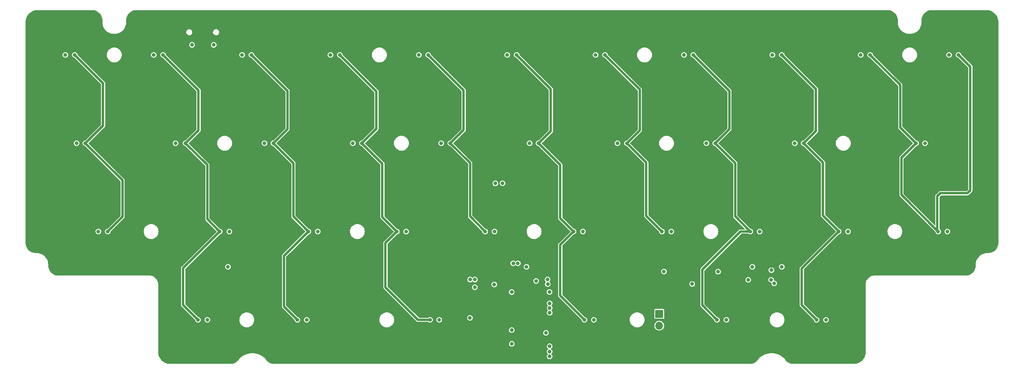
<source format=gbr>
%TF.GenerationSoftware,KiCad,Pcbnew,(7.0.0)*%
%TF.CreationDate,2023-03-04T00:29:44+01:00*%
%TF.ProjectId,travaulta,74726176-6175-46c7-9461-2e6b69636164,rev?*%
%TF.SameCoordinates,Original*%
%TF.FileFunction,Copper,L3,Inr*%
%TF.FilePolarity,Positive*%
%FSLAX46Y46*%
G04 Gerber Fmt 4.6, Leading zero omitted, Abs format (unit mm)*
G04 Created by KiCad (PCBNEW (7.0.0)) date 2023-03-04 00:29:44*
%MOMM*%
%LPD*%
G01*
G04 APERTURE LIST*
%TA.AperFunction,ComponentPad*%
%ADD10R,1.700000X1.700000*%
%TD*%
%TA.AperFunction,ComponentPad*%
%ADD11O,1.700000X1.700000*%
%TD*%
%TA.AperFunction,ViaPad*%
%ADD12C,0.800000*%
%TD*%
%TA.AperFunction,Conductor*%
%ADD13C,0.500000*%
%TD*%
G04 APERTURE END LIST*
D10*
%TO.N,VBAT*%
%TO.C,SW38*%
X180974999Y-113024999D03*
D11*
%TO.N,BOOT0*%
X180974999Y-115564999D03*
%TD*%
D12*
%TO.N,GND*%
X81280000Y-57277000D03*
X84709000Y-58166000D03*
X82550000Y-64135000D03*
X74295000Y-91313000D03*
X188214000Y-122174000D03*
X151003000Y-99314000D03*
X248920000Y-88900000D03*
X92710000Y-106934000D03*
X196342000Y-86741000D03*
X97028000Y-101346000D03*
X177165000Y-109855000D03*
X101727000Y-69469000D03*
X106807000Y-107315000D03*
X82550000Y-49999000D03*
X233934000Y-67691000D03*
X87249000Y-80010000D03*
X79375000Y-103759000D03*
X146939000Y-121666000D03*
X47117000Y-76200000D03*
X131445000Y-101854000D03*
X169545000Y-103632000D03*
X196342000Y-84709000D03*
X77430000Y-51094000D03*
X112268000Y-107315000D03*
X232156000Y-86741000D03*
X182499000Y-80010000D03*
X77343000Y-105791000D03*
X76327000Y-67818000D03*
X186055000Y-120904000D03*
X113284000Y-114300000D03*
X215773000Y-67691000D03*
X171831000Y-101981000D03*
X195072000Y-67691000D03*
X144653000Y-76200000D03*
X114681000Y-103886000D03*
X82550000Y-86741000D03*
X142113000Y-110617000D03*
X231521000Y-99314000D03*
X160909000Y-107315000D03*
X114554000Y-101727000D03*
X231902000Y-67691000D03*
X118999000Y-65786000D03*
X189357000Y-103759000D03*
X75819000Y-120777000D03*
X137668000Y-65659000D03*
X84582000Y-86741000D03*
X173101000Y-95250000D03*
X141859000Y-80010000D03*
X120904000Y-107315000D03*
X152584000Y-112903000D03*
X144460375Y-118364000D03*
X47371000Y-50800000D03*
X99695000Y-65786000D03*
X210820000Y-103251000D03*
X199263000Y-122174000D03*
X195072000Y-65659000D03*
X231902000Y-65659000D03*
X234950000Y-61087000D03*
X144653000Y-65659000D03*
X139700000Y-57150000D03*
X153035000Y-101981000D03*
X233934000Y-65659000D03*
X139954000Y-65659000D03*
X139192000Y-86741000D03*
X232156000Y-84709000D03*
X66294000Y-86868000D03*
X158750000Y-57150000D03*
X123571000Y-107315000D03*
X215900000Y-57150000D03*
X62103000Y-67691000D03*
X187325000Y-102108000D03*
X213741000Y-67691000D03*
X196850000Y-57150000D03*
X106426000Y-76200000D03*
X153289000Y-120777000D03*
X123190000Y-103886000D03*
X159004000Y-110744000D03*
X198374000Y-86741000D03*
X138303000Y-101981000D03*
X120904000Y-101727000D03*
X158623000Y-67691000D03*
X174625000Y-103632000D03*
X144653000Y-72517000D03*
X125349000Y-80010000D03*
X109855000Y-121666000D03*
X177800000Y-53213000D03*
X213741000Y-65659000D03*
X251079000Y-50800000D03*
X164592000Y-103759000D03*
X101092000Y-84709000D03*
X179197000Y-84709000D03*
X197104000Y-65659000D03*
X82550000Y-84709000D03*
X101092000Y-86741000D03*
X101092000Y-101600000D03*
X134874000Y-95250000D03*
X103124000Y-84709000D03*
X215265000Y-86741000D03*
X160909000Y-103632000D03*
X60071000Y-67691000D03*
X133985000Y-101727000D03*
X133985000Y-103886000D03*
X51435000Y-95250000D03*
X96774000Y-95250000D03*
X251206000Y-63500000D03*
X101092000Y-103886000D03*
X222758000Y-120650000D03*
X244094000Y-69723000D03*
X201041000Y-121920000D03*
X77343000Y-103759000D03*
X177165000Y-86741000D03*
X121031000Y-69469000D03*
X246062500Y-85725000D03*
X49530000Y-69850000D03*
X139065000Y-107315000D03*
X137287000Y-103886000D03*
X158496000Y-101981000D03*
X112268000Y-103886000D03*
X139954000Y-69469000D03*
X62103000Y-65659000D03*
X87249000Y-72644000D03*
X75692000Y-48895000D03*
X106299000Y-103886000D03*
X101727000Y-65786000D03*
X153924000Y-87757000D03*
X192151000Y-99314000D03*
X145415000Y-114935000D03*
X78359000Y-65786000D03*
X228473000Y-103124000D03*
X66294000Y-84836000D03*
X76327000Y-65786000D03*
X121031000Y-65786000D03*
X120142000Y-84709000D03*
X156591000Y-65659000D03*
X234950000Y-53340000D03*
X151257000Y-120777000D03*
X149098000Y-120777000D03*
X158623000Y-86741000D03*
X95377000Y-101346000D03*
X182499000Y-72390000D03*
X114681000Y-107315000D03*
X210820000Y-105664000D03*
X234188000Y-86741000D03*
X64262000Y-86868000D03*
X141224000Y-84709000D03*
X84582000Y-84709000D03*
X75819000Y-107950000D03*
X209423000Y-102870000D03*
X144399000Y-121793000D03*
X64262000Y-84836000D03*
X212979000Y-105664000D03*
X175895000Y-101981000D03*
X207391000Y-101473000D03*
X94996000Y-114300000D03*
X86741000Y-103759000D03*
X160655000Y-84709000D03*
X115824000Y-99314000D03*
X249174000Y-85725000D03*
X187325000Y-103759000D03*
X122174000Y-86741000D03*
X131445000Y-103886000D03*
X195326000Y-102108000D03*
X209804000Y-108712000D03*
X86741000Y-106299000D03*
X141859000Y-72517000D03*
X91948000Y-116459000D03*
X122174000Y-84709000D03*
X68453000Y-76200000D03*
X215773000Y-65659000D03*
X201676000Y-76200000D03*
X158623000Y-84709000D03*
X91948000Y-119761000D03*
X192024000Y-91313000D03*
X157734000Y-103759000D03*
X120650000Y-53213000D03*
X77851000Y-95250000D03*
X91948000Y-111506000D03*
X80772000Y-65151000D03*
X224282000Y-80137000D03*
X192151000Y-103759000D03*
X215265000Y-84709000D03*
X115824000Y-91313000D03*
X213106000Y-103251000D03*
X175768000Y-67691000D03*
X160655000Y-86741000D03*
X147066000Y-107315000D03*
X179197000Y-86741000D03*
X232918000Y-102743000D03*
X85725000Y-64135000D03*
X120650000Y-60960000D03*
X92710000Y-101600000D03*
X142240000Y-114935000D03*
X171831000Y-103632000D03*
X180086000Y-107442000D03*
X141224000Y-86741000D03*
X177800000Y-65659000D03*
X183388000Y-109855000D03*
X222758000Y-107823000D03*
X144653000Y-67691000D03*
X229235000Y-95250000D03*
X158623000Y-65659000D03*
X85725000Y-65786000D03*
X146685000Y-65659000D03*
X65659000Y-76200000D03*
X147896567Y-109273002D03*
X141986000Y-121793000D03*
X120904000Y-103886000D03*
X101600000Y-57150000D03*
X112522000Y-121666000D03*
X169545000Y-101981000D03*
X103124000Y-86741000D03*
X182118000Y-107442000D03*
X243967000Y-85725000D03*
X89408000Y-48895000D03*
X224282000Y-72390000D03*
X157734000Y-107315000D03*
X125349000Y-72517000D03*
X198374000Y-84709000D03*
X156591000Y-67691000D03*
X225933000Y-103124000D03*
X185166000Y-114300000D03*
X157099000Y-99314000D03*
X98425000Y-103886000D03*
X163576000Y-76200000D03*
X99949000Y-69342000D03*
X153288724Y-110807639D03*
X153924000Y-99314000D03*
X240538000Y-86741000D03*
X74295000Y-99314000D03*
X202946000Y-110490000D03*
X139319000Y-103886000D03*
X98425000Y-107315000D03*
X144653000Y-80010000D03*
X251079000Y-95123000D03*
X148209000Y-101981000D03*
X98806000Y-50800000D03*
X211201000Y-95250000D03*
X235458000Y-103251000D03*
X231521000Y-91186000D03*
X234188000Y-84709000D03*
X146685000Y-72517000D03*
X153924000Y-91313000D03*
X177165000Y-84709000D03*
X101219000Y-107315000D03*
X78359000Y-67818000D03*
X217297000Y-84709000D03*
X146685000Y-80010000D03*
X139192000Y-84709000D03*
X112268000Y-101727000D03*
X189357000Y-102108000D03*
X120142000Y-86741000D03*
X174625000Y-107315000D03*
X186817000Y-107569000D03*
X150550100Y-110815963D03*
X177800000Y-67691000D03*
X143383000Y-107315000D03*
X203962000Y-108331000D03*
X227965000Y-76200000D03*
X203835000Y-114300000D03*
X88773000Y-121920000D03*
X217297000Y-86741000D03*
X246062500Y-76200000D03*
X175768000Y-65659000D03*
X160020000Y-120396000D03*
X146685000Y-67691000D03*
X54356000Y-88900000D03*
X197104000Y-67691000D03*
X177800000Y-60960000D03*
X60071000Y-65659000D03*
X153346000Y-115062000D03*
X87574594Y-51118752D03*
X84074000Y-69850000D03*
X154940000Y-101981000D03*
X177165000Y-119126000D03*
X150425000Y-115062000D03*
%TO.N,VCC*%
X84963000Y-54991000D03*
X80264000Y-54991000D03*
%TO.N,APLEX_OUT_PIN_0*%
X156902500Y-105624500D03*
X140208000Y-105624500D03*
X200152000Y-105695500D03*
X205105000Y-105664000D03*
X140168363Y-113895367D03*
%TO.N,ROW0*%
X243459000Y-57150000D03*
X110109000Y-57150000D03*
X186309000Y-57150000D03*
X145669000Y-84875500D03*
X148209000Y-57150000D03*
X167259000Y-57150000D03*
X224409000Y-57150000D03*
X129159000Y-57150000D03*
X72009000Y-57150000D03*
X52959000Y-57150000D03*
X91059000Y-57150000D03*
X149495497Y-102108000D03*
X205359000Y-57150000D03*
%TO.N,ROW1*%
X55372000Y-76200000D03*
X191135000Y-76200000D03*
X133985000Y-76200000D03*
X147193000Y-84836000D03*
X76708000Y-76200000D03*
X153035000Y-76200000D03*
X210185000Y-76200000D03*
X171958000Y-76200000D03*
X114935000Y-76200000D03*
X150495000Y-102108000D03*
X238252000Y-76200000D03*
X95885000Y-76200000D03*
%TO.N,VBAT*%
X149155000Y-108331000D03*
X149158000Y-116524000D03*
X156556000Y-117129000D03*
X152360500Y-102870000D03*
X88011000Y-102870000D03*
X149189578Y-119489093D03*
X157291782Y-108302925D03*
X201041000Y-102870000D03*
X154432000Y-105918000D03*
%TO.N,COL0*%
X62103000Y-95250000D03*
X54991000Y-57150000D03*
X57277000Y-76200000D03*
%TO.N,COL1*%
X74041000Y-57150000D03*
X81550000Y-114300000D03*
X86233000Y-95250000D03*
X78867000Y-76200000D03*
%TO.N,COL2*%
X93075000Y-57150000D03*
X105362500Y-95250000D03*
X97790000Y-76200000D03*
X102980000Y-114300000D03*
%TO.N,COL3*%
X124412500Y-95250000D03*
X116887500Y-76200000D03*
X131555000Y-114300000D03*
X112125000Y-57150000D03*
%TO.N,COL4*%
X143462500Y-95250000D03*
X135937500Y-76200000D03*
X131175000Y-57150000D03*
%TO.N,COL5*%
X150241000Y-57150000D03*
X162512500Y-95250000D03*
X164846000Y-114300000D03*
X154940000Y-76200000D03*
%TO.N,COL6*%
X169291000Y-57150000D03*
X181991000Y-103886000D03*
X173990000Y-76200000D03*
X181562500Y-95250000D03*
X205124596Y-103594500D03*
%TO.N,COL7*%
X188325000Y-57150000D03*
X200612500Y-95250000D03*
X207391000Y-102870000D03*
X193421000Y-114300000D03*
X193675000Y-103925500D03*
X193040000Y-76200000D03*
%TO.N,COL8*%
X207391000Y-57150000D03*
X214884000Y-114300000D03*
X219662500Y-95250000D03*
X212090000Y-76200000D03*
%TO.N,COL9*%
X241095000Y-95250000D03*
X226441000Y-57150000D03*
X245491000Y-57150000D03*
X236347000Y-76200000D03*
%TO.N,ROW2*%
X164512500Y-95250000D03*
X221662500Y-95250000D03*
X126412500Y-95250000D03*
X243078000Y-95250000D03*
X202612500Y-95250000D03*
X107362500Y-95250000D03*
X145462500Y-95250000D03*
X60071000Y-95250000D03*
X88312500Y-95250000D03*
X183562500Y-95250000D03*
%TO.N,ROW3*%
X104980000Y-114300000D03*
X195453000Y-114300000D03*
X216916000Y-114300000D03*
X141224000Y-107277500D03*
X166878000Y-114300000D03*
X133555000Y-114300000D03*
X83550000Y-114300000D03*
X141224000Y-105625000D03*
%TO.N,AMUX_SEL_2*%
X157353000Y-122213500D03*
X157353000Y-110744000D03*
%TO.N,AMUX_SEL_1*%
X157357299Y-111755701D03*
X157353000Y-121162299D03*
%TO.N,AMUX_SEL_0*%
X157353000Y-112776000D03*
X157353000Y-120015000D03*
%TO.N,APLEX_EN_PIN_1*%
X205729384Y-106444481D03*
X188087000Y-106564180D03*
X156939065Y-106623334D03*
X145415000Y-106680000D03*
%TD*%
D13*
%TO.N,COL0*%
X54991000Y-57150000D02*
X61087000Y-63246000D01*
X61087000Y-72390000D02*
X57277000Y-76200000D01*
X65278000Y-92075000D02*
X62103000Y-95250000D01*
X65278000Y-84201000D02*
X65278000Y-92075000D01*
X57277000Y-76200000D02*
X65278000Y-84201000D01*
X61087000Y-63246000D02*
X61087000Y-72390000D01*
%TO.N,COL1*%
X83566000Y-80899000D02*
X83566000Y-92583000D01*
X78359000Y-103124000D02*
X78359000Y-111109000D01*
X78359000Y-111109000D02*
X81550000Y-114300000D01*
X86233000Y-95250000D02*
X78359000Y-103124000D01*
X81661000Y-64770000D02*
X81661000Y-73406000D01*
X74041000Y-57150000D02*
X81661000Y-64770000D01*
X78867000Y-76200000D02*
X83566000Y-80899000D01*
X81661000Y-73406000D02*
X78867000Y-76200000D01*
X83566000Y-92583000D02*
X86233000Y-95250000D01*
%TO.N,COL2*%
X100076000Y-100536500D02*
X100076000Y-111396000D01*
X100838000Y-64913000D02*
X100838000Y-73199500D01*
X97790000Y-76200000D02*
X102108000Y-80518000D01*
X100076000Y-111396000D02*
X102980000Y-114300000D01*
X102108000Y-91995500D02*
X105362500Y-95250000D01*
X102108000Y-80518000D02*
X102108000Y-91995500D01*
X105362500Y-95250000D02*
X100076000Y-100536500D01*
X100838000Y-73199500D02*
X97837500Y-76200000D01*
X93075000Y-57150000D02*
X95178500Y-59253500D01*
X95178500Y-59253500D02*
X100838000Y-64913000D01*
%TO.N,COL3*%
X131555000Y-114300000D02*
X128984500Y-114300000D01*
X128984500Y-114300000D02*
X121959750Y-107275250D01*
X120015000Y-65040000D02*
X120015000Y-73072500D01*
X124412500Y-95250000D02*
X121285000Y-92122500D01*
X124412500Y-95250000D02*
X121959750Y-97702750D01*
X121285000Y-80597500D02*
X116887500Y-76200000D01*
X121285000Y-92122500D02*
X121285000Y-80597500D01*
X121959750Y-97702750D02*
X121959750Y-107275250D01*
X112125000Y-57150000D02*
X120015000Y-65040000D01*
X120015000Y-73072500D02*
X116887500Y-76200000D01*
%TO.N,COL4*%
X138811000Y-73326500D02*
X135937500Y-76200000D01*
X140208000Y-80470500D02*
X140208000Y-91995500D01*
X138811000Y-64786000D02*
X138811000Y-73326500D01*
X135937500Y-76200000D02*
X140208000Y-80470500D01*
X140208000Y-91995500D02*
X143462500Y-95250000D01*
X131175000Y-57150000D02*
X138811000Y-64786000D01*
%TO.N,COL5*%
X154940000Y-76200000D02*
X159639000Y-80899000D01*
X159639000Y-98123500D02*
X162512500Y-95250000D01*
X157607000Y-73580500D02*
X154987500Y-76200000D01*
X150241000Y-57150000D02*
X157607000Y-64516000D01*
X159639000Y-80899000D02*
X159639000Y-92376500D01*
X164846000Y-114300000D02*
X159639000Y-109093000D01*
X157607000Y-64516000D02*
X157607000Y-73580500D01*
X159639000Y-109093000D02*
X159639000Y-98123500D01*
X159639000Y-92376500D02*
X162512500Y-95250000D01*
%TO.N,COL6*%
X176784000Y-64643000D02*
X176784000Y-73453500D01*
X178181000Y-91868500D02*
X181562500Y-95250000D01*
X176784000Y-73453500D02*
X174037500Y-76200000D01*
X169291000Y-57150000D02*
X176784000Y-64643000D01*
X178181000Y-80391000D02*
X178181000Y-91868500D01*
X173990000Y-76200000D02*
X178181000Y-80391000D01*
%TO.N,COL7*%
X188325000Y-57150000D02*
X196088000Y-64913000D01*
X193040000Y-76200000D02*
X197358000Y-80518000D01*
X197358000Y-91995500D02*
X200612500Y-95250000D01*
X190246000Y-111125000D02*
X190246000Y-103505000D01*
X196088000Y-64913000D02*
X196088000Y-73199500D01*
X190246000Y-103505000D02*
X198501000Y-95250000D01*
X193421000Y-114300000D02*
X190246000Y-111125000D01*
X197358000Y-80518000D02*
X197358000Y-91995500D01*
X198501000Y-95250000D02*
X200612500Y-95250000D01*
X196088000Y-73199500D02*
X193087500Y-76200000D01*
%TO.N,COL8*%
X219662500Y-95202500D02*
X216281000Y-91821000D01*
X219662500Y-95250000D02*
X211709000Y-103203500D01*
X219662500Y-95250000D02*
X219662500Y-95202500D01*
X214757000Y-64516000D02*
X214757000Y-73580500D01*
X216281000Y-80391000D02*
X216281000Y-91821000D01*
X214757000Y-73580500D02*
X212137500Y-76200000D01*
X211709000Y-103203500D02*
X211709000Y-111125000D01*
X207391000Y-57150000D02*
X214757000Y-64516000D01*
X212090000Y-76200000D02*
X216281000Y-80391000D01*
X211709000Y-111125000D02*
X214884000Y-114300000D01*
%TO.N,COL9*%
X241554000Y-86995000D02*
X247396000Y-86995000D01*
X240919000Y-87630000D02*
X241554000Y-86995000D01*
X241095000Y-95250000D02*
X240919000Y-95074000D01*
X232918000Y-63627000D02*
X232918000Y-72788000D01*
X241095000Y-95250000D02*
X233172000Y-87327000D01*
X247396000Y-86995000D02*
X248031000Y-86360000D01*
X233172000Y-79375000D02*
X236347000Y-76200000D01*
X232918000Y-72788000D02*
X236330000Y-76200000D01*
X226441000Y-57150000D02*
X232918000Y-63627000D01*
X248031000Y-86360000D02*
X248031000Y-59690000D01*
X240919000Y-95074000D02*
X240919000Y-87630000D01*
X233172000Y-87327000D02*
X233172000Y-79375000D01*
X248031000Y-59690000D02*
X245491000Y-57150000D01*
%TD*%
%TA.AperFunction,Conductor*%
%TO.N,GND*%
G36*
X230200348Y-47475520D02*
G01*
X230298888Y-47481481D01*
X230298888Y-47481495D01*
X230298942Y-47481484D01*
X230471609Y-47492801D01*
X230472909Y-47492963D01*
X230599136Y-47516095D01*
X230599198Y-47516107D01*
X230743442Y-47544799D01*
X230744635Y-47545102D01*
X230871923Y-47584767D01*
X230872132Y-47584835D01*
X231006601Y-47630481D01*
X231007627Y-47630885D01*
X231059873Y-47654399D01*
X231131021Y-47686421D01*
X231131394Y-47686597D01*
X231256882Y-47748480D01*
X231257760Y-47748960D01*
X231374435Y-47819493D01*
X231374880Y-47819776D01*
X231490394Y-47896961D01*
X231490399Y-47896964D01*
X231491110Y-47897479D01*
X231500260Y-47904647D01*
X231598796Y-47981845D01*
X231599294Y-47982258D01*
X231703481Y-48073627D01*
X231704040Y-48074151D01*
X231800847Y-48170958D01*
X231801371Y-48171517D01*
X231892742Y-48275706D01*
X231893155Y-48276204D01*
X231977512Y-48383877D01*
X231978030Y-48384593D01*
X232055232Y-48500134D01*
X232055517Y-48500581D01*
X232126034Y-48617230D01*
X232126514Y-48618108D01*
X232188408Y-48743619D01*
X232188584Y-48743992D01*
X232244110Y-48867364D01*
X232244520Y-48868405D01*
X232290158Y-49002848D01*
X232290249Y-49003128D01*
X232329894Y-49130354D01*
X232330199Y-49131552D01*
X232334471Y-49153027D01*
X232358858Y-49275628D01*
X232358879Y-49275731D01*
X232358912Y-49275905D01*
X232382032Y-49402068D01*
X232382199Y-49403412D01*
X232393523Y-49576184D01*
X232393524Y-49576244D01*
X232393527Y-49576244D01*
X232399479Y-49674636D01*
X232399500Y-49675342D01*
X232399500Y-50074998D01*
X232399499Y-50075000D01*
X232399499Y-50229277D01*
X232399540Y-50229618D01*
X232399541Y-50229627D01*
X232436648Y-50535232D01*
X232436649Y-50535242D01*
X232436691Y-50535581D01*
X232436774Y-50535918D01*
X232436774Y-50535920D01*
X232510533Y-50835169D01*
X232510654Y-50835488D01*
X232510656Y-50835494D01*
X232619821Y-51123340D01*
X232619947Y-51123672D01*
X232763339Y-51396883D01*
X232763540Y-51397174D01*
X232763541Y-51397175D01*
X232938406Y-51650511D01*
X232938618Y-51650817D01*
X232938849Y-51651077D01*
X232938850Y-51651079D01*
X233143001Y-51881518D01*
X233143227Y-51881773D01*
X233374183Y-52086382D01*
X233628118Y-52261661D01*
X233901329Y-52405053D01*
X234189832Y-52514468D01*
X234489419Y-52588309D01*
X234795724Y-52625501D01*
X235103921Y-52625501D01*
X235104277Y-52625501D01*
X235410582Y-52588309D01*
X235710169Y-52514467D01*
X235998672Y-52405052D01*
X236271883Y-52261660D01*
X236525818Y-52086382D01*
X236756774Y-51881773D01*
X236961383Y-51650817D01*
X237136661Y-51396882D01*
X237280053Y-51123671D01*
X237389468Y-50835168D01*
X237463309Y-50535580D01*
X237500501Y-50229276D01*
X237500501Y-50074999D01*
X237500501Y-50074499D01*
X237500501Y-49675359D01*
X237500522Y-49674653D01*
X237502890Y-49635500D01*
X237506487Y-49576047D01*
X237506498Y-49576047D01*
X237506490Y-49575994D01*
X237517802Y-49403400D01*
X237517964Y-49402097D01*
X237539021Y-49287186D01*
X237541098Y-49275859D01*
X237541122Y-49275731D01*
X237569801Y-49131549D01*
X237570102Y-49130372D01*
X237609802Y-49002969D01*
X237609826Y-49002897D01*
X237655482Y-48868398D01*
X237655876Y-48867398D01*
X237711451Y-48743915D01*
X237711588Y-48743624D01*
X237773494Y-48618091D01*
X237773940Y-48617275D01*
X237844526Y-48500513D01*
X237844754Y-48500155D01*
X237921975Y-48384585D01*
X237922461Y-48383913D01*
X238006877Y-48276164D01*
X238007239Y-48275728D01*
X238098654Y-48171489D01*
X238099118Y-48170994D01*
X238195994Y-48074119D01*
X238196489Y-48073654D01*
X238300728Y-47982239D01*
X238301164Y-47981877D01*
X238408909Y-47897465D01*
X238409588Y-47896973D01*
X238525188Y-47819732D01*
X238525493Y-47819538D01*
X238642278Y-47748938D01*
X238643080Y-47748500D01*
X238768659Y-47686571D01*
X238768883Y-47686465D01*
X238892398Y-47630876D01*
X238893398Y-47630482D01*
X239027897Y-47584826D01*
X239027969Y-47584802D01*
X239155376Y-47545100D01*
X239156549Y-47544801D01*
X239300809Y-47516107D01*
X239427097Y-47492964D01*
X239428400Y-47492802D01*
X239600994Y-47481490D01*
X239601047Y-47481498D01*
X239601047Y-47481487D01*
X239601077Y-47481484D01*
X239699652Y-47475522D01*
X239700359Y-47475501D01*
X239700500Y-47475501D01*
X251474663Y-47475499D01*
X251475319Y-47475517D01*
X251479022Y-47475724D01*
X251590392Y-47481979D01*
X251772399Y-47492989D01*
X251773612Y-47493128D01*
X251914560Y-47517076D01*
X252070564Y-47545666D01*
X252071677Y-47545927D01*
X252213443Y-47586769D01*
X252213603Y-47586817D01*
X252360579Y-47632616D01*
X252361563Y-47632973D01*
X252499541Y-47690125D01*
X252499835Y-47690252D01*
X252638512Y-47752665D01*
X252639326Y-47753072D01*
X252715901Y-47795394D01*
X252770863Y-47825771D01*
X252771256Y-47825998D01*
X252866528Y-47883591D01*
X252900532Y-47904148D01*
X252900579Y-47904176D01*
X252901294Y-47904646D01*
X253024251Y-47991888D01*
X253024658Y-47992191D01*
X253098312Y-48049895D01*
X253143278Y-48085124D01*
X253143858Y-48085610D01*
X253256439Y-48186218D01*
X253256916Y-48186669D01*
X253363328Y-48293081D01*
X253363779Y-48293558D01*
X253464390Y-48406142D01*
X253464876Y-48406722D01*
X253519323Y-48476217D01*
X253538382Y-48500545D01*
X253557782Y-48525306D01*
X253558104Y-48525739D01*
X253587943Y-48567793D01*
X253645357Y-48648711D01*
X253645828Y-48649428D01*
X253723986Y-48778718D01*
X253724213Y-48779111D01*
X253796920Y-48910663D01*
X253797349Y-48911521D01*
X253859737Y-49050141D01*
X253859877Y-49050466D01*
X253917020Y-49188422D01*
X253917381Y-49189418D01*
X253963171Y-49336361D01*
X253963244Y-49336603D01*
X254004069Y-49478312D01*
X254004334Y-49479442D01*
X254032905Y-49635351D01*
X254032853Y-49635360D01*
X254032933Y-49635500D01*
X254056867Y-49776365D01*
X254057011Y-49777619D01*
X254068030Y-49959780D01*
X254068033Y-49959830D01*
X254074482Y-50074661D01*
X254074500Y-50075317D01*
X254074500Y-97683641D01*
X254074479Y-97684347D01*
X254068518Y-97782897D01*
X254068514Y-97782956D01*
X254057199Y-97955578D01*
X254057032Y-97956922D01*
X254033909Y-98083101D01*
X254033876Y-98083275D01*
X254005201Y-98227437D01*
X254004896Y-98228635D01*
X253965233Y-98355917D01*
X253965142Y-98356197D01*
X253919525Y-98490577D01*
X253919115Y-98491618D01*
X253863568Y-98615040D01*
X253863392Y-98615413D01*
X253801519Y-98740880D01*
X253801039Y-98741758D01*
X253730505Y-98858434D01*
X253730220Y-98858881D01*
X253653035Y-98974396D01*
X253652517Y-98975112D01*
X253568144Y-99082806D01*
X253567731Y-99083304D01*
X253476384Y-99187466D01*
X253475860Y-99188025D01*
X253379025Y-99284860D01*
X253378466Y-99285384D01*
X253274304Y-99376731D01*
X253273806Y-99377144D01*
X253166112Y-99461517D01*
X253165396Y-99462035D01*
X253049881Y-99539220D01*
X253049434Y-99539505D01*
X252932758Y-99610039D01*
X252931880Y-99610519D01*
X252806413Y-99672392D01*
X252806040Y-99672568D01*
X252682618Y-99728115D01*
X252681577Y-99728525D01*
X252547197Y-99774142D01*
X252546917Y-99774233D01*
X252419635Y-99813896D01*
X252418437Y-99814201D01*
X252274275Y-99842876D01*
X252274101Y-99842909D01*
X252147922Y-99866032D01*
X252146578Y-99866199D01*
X251974015Y-99877510D01*
X251973956Y-99877514D01*
X251875347Y-99883479D01*
X251874641Y-99883500D01*
X251734438Y-99883500D01*
X251734375Y-99883487D01*
X251734375Y-99883474D01*
X251734310Y-99883473D01*
X251734306Y-99883473D01*
X251591462Y-99883470D01*
X251591140Y-99883470D01*
X251590826Y-99883505D01*
X251590814Y-99883506D01*
X251306806Y-99915499D01*
X251306803Y-99915499D01*
X251306470Y-99915537D01*
X251306164Y-99915606D01*
X251306145Y-99915610D01*
X251027500Y-99979204D01*
X251027496Y-99979204D01*
X251027181Y-99979277D01*
X251026874Y-99979384D01*
X251026865Y-99979387D01*
X250757094Y-100073779D01*
X250757080Y-100073784D01*
X250756785Y-100073888D01*
X250756497Y-100074026D01*
X250756489Y-100074030D01*
X250498979Y-100198038D01*
X250498972Y-100198041D01*
X250498683Y-100198181D01*
X250498429Y-100198340D01*
X250498410Y-100198351D01*
X250256397Y-100350417D01*
X250256389Y-100350421D01*
X250256121Y-100350591D01*
X250255864Y-100350795D01*
X250255861Y-100350798D01*
X250143103Y-100440720D01*
X250032150Y-100529202D01*
X250031926Y-100529425D01*
X250031917Y-100529434D01*
X249829818Y-100731535D01*
X249829809Y-100731544D01*
X249829586Y-100731768D01*
X249829388Y-100732015D01*
X249829381Y-100732024D01*
X249739784Y-100844378D01*
X249650977Y-100955741D01*
X249650808Y-100956009D01*
X249650803Y-100956017D01*
X249498739Y-101198031D01*
X249498728Y-101198050D01*
X249498569Y-101198304D01*
X249498429Y-101198593D01*
X249498426Y-101198600D01*
X249374421Y-101456111D01*
X249374414Y-101456126D01*
X249374279Y-101456408D01*
X249374175Y-101456704D01*
X249374173Y-101456710D01*
X249279775Y-101726505D01*
X249279774Y-101726510D01*
X249279671Y-101726804D01*
X249279601Y-101727109D01*
X249279600Y-101727114D01*
X249216006Y-102005769D01*
X249216002Y-102005788D01*
X249215933Y-102006094D01*
X249215895Y-102006427D01*
X249215895Y-102006430D01*
X249183904Y-102290438D01*
X249183904Y-102290440D01*
X249183868Y-102290764D01*
X249183868Y-102291086D01*
X249183868Y-102291087D01*
X249183874Y-102433999D01*
X249183874Y-102574639D01*
X249183853Y-102575346D01*
X249177786Y-102675565D01*
X249177782Y-102675623D01*
X249166598Y-102846378D01*
X249166431Y-102847723D01*
X249142981Y-102975652D01*
X249142948Y-102975825D01*
X249114622Y-103118208D01*
X249114317Y-103119406D01*
X249074310Y-103247780D01*
X249074219Y-103248060D01*
X249028971Y-103381341D01*
X249028561Y-103382382D01*
X248972640Y-103506628D01*
X248972464Y-103507001D01*
X248911010Y-103631609D01*
X248910530Y-103632487D01*
X248839575Y-103749856D01*
X248839290Y-103750303D01*
X248762574Y-103865114D01*
X248762056Y-103865830D01*
X248677209Y-103974126D01*
X248676795Y-103974624D01*
X248585997Y-104078157D01*
X248585474Y-104078716D01*
X248488098Y-104176091D01*
X248487539Y-104176615D01*
X248384011Y-104267407D01*
X248383513Y-104267820D01*
X248275203Y-104352675D01*
X248274487Y-104353193D01*
X248159693Y-104429897D01*
X248159246Y-104430182D01*
X248041867Y-104501141D01*
X248040989Y-104501621D01*
X247916384Y-104563071D01*
X247916011Y-104563247D01*
X247791754Y-104619172D01*
X247790713Y-104619582D01*
X247657468Y-104664816D01*
X247657188Y-104664907D01*
X247528776Y-104704925D01*
X247527578Y-104705230D01*
X247385209Y-104733551D01*
X247385035Y-104733584D01*
X247257090Y-104757035D01*
X247255747Y-104757202D01*
X247088125Y-104768194D01*
X247088066Y-104768198D01*
X246984375Y-104774474D01*
X246984367Y-104774352D01*
X246983661Y-104774498D01*
X227299904Y-104774498D01*
X227299896Y-104774500D01*
X227181988Y-104774500D01*
X227181623Y-104774548D01*
X227181608Y-104774549D01*
X226948372Y-104805256D01*
X226948356Y-104805259D01*
X226947985Y-104805308D01*
X226947605Y-104805409D01*
X226947604Y-104805410D01*
X226720386Y-104866293D01*
X226720383Y-104866293D01*
X226720006Y-104866395D01*
X226719643Y-104866545D01*
X226719641Y-104866546D01*
X226502313Y-104956565D01*
X226502304Y-104956569D01*
X226501950Y-104956716D01*
X226501619Y-104956906D01*
X226501609Y-104956912D01*
X226297881Y-105074535D01*
X226297877Y-105074537D01*
X226297549Y-105074727D01*
X226297254Y-105074953D01*
X226297247Y-105074958D01*
X226110602Y-105218175D01*
X226110590Y-105218185D01*
X226110300Y-105218408D01*
X226110036Y-105218671D01*
X226110028Y-105218679D01*
X225943679Y-105385029D01*
X225943671Y-105385037D01*
X225943408Y-105385301D01*
X225943185Y-105385591D01*
X225943175Y-105385603D01*
X225799958Y-105572248D01*
X225799953Y-105572255D01*
X225799727Y-105572550D01*
X225799537Y-105572878D01*
X225799535Y-105572882D01*
X225681912Y-105776610D01*
X225681906Y-105776620D01*
X225681716Y-105776951D01*
X225681569Y-105777305D01*
X225681565Y-105777314D01*
X225591545Y-105994642D01*
X225591394Y-105995007D01*
X225591292Y-105995384D01*
X225591292Y-105995387D01*
X225537917Y-106194586D01*
X225530307Y-106222986D01*
X225530258Y-106223357D01*
X225530255Y-106223373D01*
X225499549Y-106456609D01*
X225499548Y-106456624D01*
X225499500Y-106456989D01*
X225499500Y-106457372D01*
X225499500Y-121224663D01*
X225499482Y-121225319D01*
X225493019Y-121340400D01*
X225493016Y-121340450D01*
X225482012Y-121522369D01*
X225481868Y-121523623D01*
X225457921Y-121664556D01*
X225457894Y-121664705D01*
X225429336Y-121820543D01*
X225429071Y-121821673D01*
X225388224Y-121963458D01*
X225388151Y-121963700D01*
X225342387Y-122110562D01*
X225342026Y-122111558D01*
X225284865Y-122249559D01*
X225284725Y-122249884D01*
X225222350Y-122388474D01*
X225221921Y-122389332D01*
X225149213Y-122520886D01*
X225148986Y-122521279D01*
X225070829Y-122650568D01*
X225070358Y-122651285D01*
X224983106Y-122774255D01*
X224982774Y-122774701D01*
X224889886Y-122893263D01*
X224889400Y-122893843D01*
X224788769Y-123006450D01*
X224788318Y-123006927D01*
X224681925Y-123113320D01*
X224681448Y-123113771D01*
X224568848Y-123214397D01*
X224568268Y-123214883D01*
X224449703Y-123307773D01*
X224449257Y-123308105D01*
X224326278Y-123395363D01*
X224325561Y-123395834D01*
X224196299Y-123473975D01*
X224195906Y-123474202D01*
X224064325Y-123546925D01*
X224063467Y-123547354D01*
X223924884Y-123609724D01*
X223924559Y-123609864D01*
X223786566Y-123667023D01*
X223785570Y-123667384D01*
X223638685Y-123713156D01*
X223638443Y-123713229D01*
X223496674Y-123754071D01*
X223495544Y-123754336D01*
X223339706Y-123782894D01*
X223339557Y-123782921D01*
X223198624Y-123806868D01*
X223197370Y-123807012D01*
X223015501Y-123818013D01*
X223015451Y-123818016D01*
X222900320Y-123824482D01*
X222899664Y-123824500D01*
X209934709Y-123824500D01*
X209934042Y-123824481D01*
X209872874Y-123820988D01*
X209872780Y-123820982D01*
X209670107Y-123807764D01*
X209668874Y-123807618D01*
X209557123Y-123788293D01*
X209556842Y-123788241D01*
X209404848Y-123758107D01*
X209403828Y-123757857D01*
X209286874Y-123723535D01*
X209286419Y-123723391D01*
X209147290Y-123676319D01*
X209146487Y-123676014D01*
X209031814Y-123627576D01*
X209031207Y-123627299D01*
X208901019Y-123563320D01*
X208900428Y-123563008D01*
X208792017Y-123501814D01*
X208791285Y-123501365D01*
X208669022Y-123419980D01*
X208668630Y-123419707D01*
X208668280Y-123419453D01*
X208635108Y-123395363D01*
X208570008Y-123348086D01*
X208569187Y-123347432D01*
X208452488Y-123245526D01*
X208452275Y-123245335D01*
X208368945Y-123168895D01*
X208368665Y-123168638D01*
X208367810Y-123167765D01*
X208234574Y-123016597D01*
X208225777Y-123006450D01*
X208193127Y-122968791D01*
X208192718Y-122968291D01*
X208081590Y-122824218D01*
X208081413Y-122823988D01*
X207831191Y-122557231D01*
X207556512Y-122315730D01*
X207556295Y-122315573D01*
X207556287Y-122315567D01*
X207260153Y-122101890D01*
X207260146Y-122101885D01*
X207259914Y-122101718D01*
X207259660Y-122101569D01*
X207259653Y-122101565D01*
X206944398Y-121917323D01*
X206944392Y-121917319D01*
X206944139Y-121917172D01*
X206931587Y-121911374D01*
X206612347Y-121763909D01*
X206612342Y-121763907D01*
X206612104Y-121763797D01*
X206555653Y-121744046D01*
X206267132Y-121643098D01*
X206267116Y-121643093D01*
X206266878Y-121643010D01*
X206053007Y-121590581D01*
X205911910Y-121555992D01*
X205911905Y-121555991D01*
X205911648Y-121555928D01*
X205911386Y-121555890D01*
X205911371Y-121555887D01*
X205549987Y-121503396D01*
X205549969Y-121503394D01*
X205549699Y-121503355D01*
X205549426Y-121503341D01*
X205549407Y-121503340D01*
X205184666Y-121485790D01*
X205184375Y-121485776D01*
X205184084Y-121485790D01*
X204819341Y-121503340D01*
X204819320Y-121503341D01*
X204819050Y-121503355D01*
X204818781Y-121503394D01*
X204818761Y-121503396D01*
X204457377Y-121555887D01*
X204457358Y-121555890D01*
X204457101Y-121555928D01*
X204456847Y-121555990D01*
X204456838Y-121555992D01*
X204102132Y-121642946D01*
X204102126Y-121642947D01*
X204101872Y-121643010D01*
X204101639Y-121643091D01*
X204101617Y-121643098D01*
X203756896Y-121763709D01*
X203756892Y-121763710D01*
X203756645Y-121763797D01*
X203756413Y-121763904D01*
X203756401Y-121763909D01*
X203424875Y-121917049D01*
X203424865Y-121917054D01*
X203424610Y-121917172D01*
X203424365Y-121917315D01*
X203424350Y-121917323D01*
X203109095Y-122101565D01*
X203109078Y-122101575D01*
X203108835Y-122101718D01*
X203108611Y-122101879D01*
X203108595Y-122101890D01*
X202812462Y-122315567D01*
X202812444Y-122315581D01*
X202812238Y-122315730D01*
X202812038Y-122315905D01*
X202812029Y-122315913D01*
X202537771Y-122557044D01*
X202537764Y-122557050D01*
X202537559Y-122557231D01*
X202537372Y-122557429D01*
X202537362Y-122557440D01*
X202287538Y-122823773D01*
X202287531Y-122823780D01*
X202287336Y-122823989D01*
X202287164Y-122824211D01*
X202287158Y-122824219D01*
X202175861Y-122968511D01*
X202175437Y-122969030D01*
X202135866Y-123014666D01*
X202135802Y-123014738D01*
X202000700Y-123167984D01*
X201999833Y-123168869D01*
X201917557Y-123244336D01*
X201917343Y-123244527D01*
X201799237Y-123347656D01*
X201798417Y-123348310D01*
X201700822Y-123419180D01*
X201700430Y-123419453D01*
X201577031Y-123501591D01*
X201576299Y-123502040D01*
X201468859Y-123562685D01*
X201468268Y-123562997D01*
X201336962Y-123627526D01*
X201336355Y-123627803D01*
X201222697Y-123675813D01*
X201221894Y-123676118D01*
X201081462Y-123723634D01*
X201081007Y-123723777D01*
X200965312Y-123757733D01*
X200964293Y-123757984D01*
X200810462Y-123788488D01*
X200810180Y-123788540D01*
X200700191Y-123807565D01*
X200698960Y-123807711D01*
X200493391Y-123821143D01*
X200493296Y-123821149D01*
X200435007Y-123824481D01*
X200434339Y-123824500D01*
X98015961Y-123824500D01*
X98015293Y-123824481D01*
X97955087Y-123821039D01*
X97954991Y-123821033D01*
X97751041Y-123807695D01*
X97749811Y-123807549D01*
X97639853Y-123788529D01*
X97639571Y-123788477D01*
X97485698Y-123757967D01*
X97484679Y-123757716D01*
X97369018Y-123723770D01*
X97368563Y-123723627D01*
X97228082Y-123676097D01*
X97227279Y-123675792D01*
X97113671Y-123627805D01*
X97113064Y-123627528D01*
X96981708Y-123562978D01*
X96981117Y-123562666D01*
X96873713Y-123502044D01*
X96872981Y-123501595D01*
X96749530Y-123419426D01*
X96749138Y-123419153D01*
X96651591Y-123348321D01*
X96650771Y-123347667D01*
X96532609Y-123244497D01*
X96532395Y-123244306D01*
X96450177Y-123168895D01*
X96449309Y-123168010D01*
X96385726Y-123095884D01*
X96312786Y-123013142D01*
X96312746Y-123013096D01*
X96274792Y-122969327D01*
X96274550Y-122969040D01*
X96274537Y-122969024D01*
X96274354Y-122968792D01*
X96268008Y-122960565D01*
X96162663Y-122823989D01*
X95912440Y-122557231D01*
X95637761Y-122315731D01*
X95637544Y-122315574D01*
X95637536Y-122315568D01*
X95496081Y-122213500D01*
X156747318Y-122213500D01*
X156747418Y-122214260D01*
X156767855Y-122369499D01*
X156767856Y-122369503D01*
X156767956Y-122370262D01*
X156768249Y-122370969D01*
X156768250Y-122370973D01*
X156828167Y-122515625D01*
X156828464Y-122516341D01*
X156924718Y-122641782D01*
X157050159Y-122738036D01*
X157196238Y-122798544D01*
X157353000Y-122819182D01*
X157509762Y-122798544D01*
X157655841Y-122738036D01*
X157781282Y-122641782D01*
X157877536Y-122516341D01*
X157938044Y-122370262D01*
X157958682Y-122213500D01*
X157938044Y-122056738D01*
X157877536Y-121910659D01*
X157781282Y-121785218D01*
X157666548Y-121697179D01*
X157662514Y-121691417D01*
X157662514Y-121684381D01*
X157666548Y-121678618D01*
X157781282Y-121590581D01*
X157877536Y-121465140D01*
X157938044Y-121319061D01*
X157958682Y-121162299D01*
X157938044Y-121005537D01*
X157877536Y-120859458D01*
X157781282Y-120734017D01*
X157655841Y-120637763D01*
X157655127Y-120637467D01*
X157655125Y-120637466D01*
X157563365Y-120599458D01*
X157558114Y-120595149D01*
X157556142Y-120588649D01*
X157558114Y-120582149D01*
X157563364Y-120577840D01*
X157655841Y-120539536D01*
X157781282Y-120443282D01*
X157877536Y-120317841D01*
X157938044Y-120171762D01*
X157958682Y-120015000D01*
X157958540Y-120013925D01*
X157938144Y-119859000D01*
X157938044Y-119858238D01*
X157877536Y-119712159D01*
X157781282Y-119586718D01*
X157655841Y-119490464D01*
X157655127Y-119490168D01*
X157655125Y-119490167D01*
X157510473Y-119430250D01*
X157510469Y-119430249D01*
X157509762Y-119429956D01*
X157509003Y-119429856D01*
X157508999Y-119429855D01*
X157353760Y-119409418D01*
X157353000Y-119409318D01*
X157352240Y-119409418D01*
X157197000Y-119429855D01*
X157196995Y-119429856D01*
X157196238Y-119429956D01*
X157195532Y-119430248D01*
X157195526Y-119430250D01*
X157050874Y-119490167D01*
X157050868Y-119490169D01*
X157050159Y-119490464D01*
X157049545Y-119490934D01*
X157049545Y-119490935D01*
X156925328Y-119586249D01*
X156925323Y-119586253D01*
X156924718Y-119586718D01*
X156924253Y-119587323D01*
X156924249Y-119587328D01*
X156878795Y-119646566D01*
X156828464Y-119712159D01*
X156828169Y-119712868D01*
X156828167Y-119712874D01*
X156768250Y-119857526D01*
X156768248Y-119857532D01*
X156767956Y-119858238D01*
X156767856Y-119858995D01*
X156767855Y-119859000D01*
X156747418Y-120014240D01*
X156747318Y-120015000D01*
X156747418Y-120015760D01*
X156767855Y-120170999D01*
X156767856Y-120171003D01*
X156767956Y-120171762D01*
X156768249Y-120172469D01*
X156768250Y-120172473D01*
X156828167Y-120317125D01*
X156828464Y-120317841D01*
X156924718Y-120443282D01*
X157050159Y-120539536D01*
X157050874Y-120539832D01*
X157142633Y-120577840D01*
X157148965Y-120584172D01*
X157148965Y-120593126D01*
X157142633Y-120599458D01*
X157050874Y-120637466D01*
X157050868Y-120637468D01*
X157050159Y-120637763D01*
X157049545Y-120638233D01*
X157049545Y-120638234D01*
X156925328Y-120733548D01*
X156925323Y-120733552D01*
X156924718Y-120734017D01*
X156924253Y-120734622D01*
X156924249Y-120734627D01*
X156828935Y-120858844D01*
X156828464Y-120859458D01*
X156828169Y-120860167D01*
X156828167Y-120860173D01*
X156768250Y-121004825D01*
X156768248Y-121004831D01*
X156767956Y-121005537D01*
X156767856Y-121006294D01*
X156767855Y-121006299D01*
X156747418Y-121161539D01*
X156747318Y-121162299D01*
X156747418Y-121163059D01*
X156767855Y-121318298D01*
X156767856Y-121318302D01*
X156767956Y-121319061D01*
X156768249Y-121319768D01*
X156768250Y-121319772D01*
X156789486Y-121371040D01*
X156828464Y-121465140D01*
X156924718Y-121590581D01*
X156991477Y-121641806D01*
X157039449Y-121678617D01*
X157043485Y-121684381D01*
X157043485Y-121691417D01*
X157039450Y-121697181D01*
X156952487Y-121763910D01*
X156924718Y-121785218D01*
X156924253Y-121785823D01*
X156924249Y-121785828D01*
X156881581Y-121841435D01*
X156828464Y-121910659D01*
X156828169Y-121911368D01*
X156828167Y-121911374D01*
X156768250Y-122056026D01*
X156768248Y-122056032D01*
X156767956Y-122056738D01*
X156767856Y-122057495D01*
X156767855Y-122057500D01*
X156747835Y-122209572D01*
X156747318Y-122213500D01*
X95496081Y-122213500D01*
X95341403Y-122101891D01*
X95341396Y-122101886D01*
X95341164Y-122101719D01*
X95340910Y-122101570D01*
X95340903Y-122101566D01*
X95025648Y-121917324D01*
X95025642Y-121917320D01*
X95025389Y-121917173D01*
X94861425Y-121841434D01*
X94693597Y-121763910D01*
X94693592Y-121763908D01*
X94693354Y-121763798D01*
X94636960Y-121744067D01*
X94348381Y-121643099D01*
X94348365Y-121643094D01*
X94348127Y-121643011D01*
X94347862Y-121642946D01*
X93993160Y-121555993D01*
X93993155Y-121555992D01*
X93992898Y-121555929D01*
X93992636Y-121555891D01*
X93992621Y-121555888D01*
X93631237Y-121503397D01*
X93631219Y-121503395D01*
X93630949Y-121503356D01*
X93630676Y-121503342D01*
X93630657Y-121503341D01*
X93265916Y-121485791D01*
X93265625Y-121485777D01*
X93265334Y-121485791D01*
X92900592Y-121503341D01*
X92900571Y-121503342D01*
X92900301Y-121503356D01*
X92900032Y-121503395D01*
X92900012Y-121503397D01*
X92538628Y-121555888D01*
X92538609Y-121555891D01*
X92538352Y-121555929D01*
X92538098Y-121555991D01*
X92538089Y-121555993D01*
X92183383Y-121642947D01*
X92183377Y-121642948D01*
X92183123Y-121643011D01*
X92182890Y-121643092D01*
X92182868Y-121643099D01*
X91838147Y-121763710D01*
X91838143Y-121763711D01*
X91837896Y-121763798D01*
X91837664Y-121763905D01*
X91837652Y-121763910D01*
X91506126Y-121917050D01*
X91506116Y-121917055D01*
X91505861Y-121917173D01*
X91505616Y-121917316D01*
X91505601Y-121917324D01*
X91190346Y-122101566D01*
X91190329Y-122101576D01*
X91190086Y-122101719D01*
X91189862Y-122101880D01*
X91189846Y-122101891D01*
X90893713Y-122315568D01*
X90893695Y-122315582D01*
X90893489Y-122315731D01*
X90893289Y-122315906D01*
X90893280Y-122315914D01*
X90619022Y-122557044D01*
X90619015Y-122557050D01*
X90618810Y-122557231D01*
X90618623Y-122557429D01*
X90618613Y-122557440D01*
X90368789Y-122823773D01*
X90368782Y-122823780D01*
X90368587Y-122823989D01*
X90368415Y-122824211D01*
X90368409Y-122824219D01*
X90257112Y-122968511D01*
X90256693Y-122969024D01*
X90223827Y-123006927D01*
X90217116Y-123014666D01*
X90217052Y-123014739D01*
X90081946Y-123167981D01*
X90081079Y-123168865D01*
X89998806Y-123244328D01*
X89998592Y-123244519D01*
X89880481Y-123347649D01*
X89879661Y-123348303D01*
X89782073Y-123419167D01*
X89781681Y-123419440D01*
X89658271Y-123501585D01*
X89657539Y-123502034D01*
X89550117Y-123562668D01*
X89549526Y-123562980D01*
X89418188Y-123627524D01*
X89417581Y-123627801D01*
X89303956Y-123675798D01*
X89303153Y-123676103D01*
X89162689Y-123723631D01*
X89162234Y-123723774D01*
X89046569Y-123757723D01*
X89045550Y-123757974D01*
X88891678Y-123788488D01*
X88891396Y-123788540D01*
X88781443Y-123807560D01*
X88780212Y-123807706D01*
X88574524Y-123821150D01*
X88574429Y-123821156D01*
X88516277Y-123824481D01*
X88515609Y-123824500D01*
X75550335Y-123824500D01*
X75549679Y-123824482D01*
X75549661Y-123824481D01*
X75542545Y-123824081D01*
X75434548Y-123818016D01*
X75434498Y-123818013D01*
X75252628Y-123807012D01*
X75251374Y-123806868D01*
X75110441Y-123782921D01*
X75110292Y-123782894D01*
X74954454Y-123754336D01*
X74953324Y-123754071D01*
X74811555Y-123713229D01*
X74811313Y-123713156D01*
X74664428Y-123667384D01*
X74663432Y-123667023D01*
X74525439Y-123609864D01*
X74525114Y-123609724D01*
X74386531Y-123547354D01*
X74385673Y-123546925D01*
X74254092Y-123474202D01*
X74253699Y-123473975D01*
X74124437Y-123395834D01*
X74123720Y-123395363D01*
X74000741Y-123308105D01*
X74000295Y-123307773D01*
X73919557Y-123244519D01*
X73881729Y-123214882D01*
X73881150Y-123214397D01*
X73830233Y-123168895D01*
X73768550Y-123113771D01*
X73768073Y-123113320D01*
X73661680Y-123006927D01*
X73661229Y-123006450D01*
X73560598Y-122893843D01*
X73560112Y-122893263D01*
X73506019Y-122824219D01*
X73467213Y-122774687D01*
X73466905Y-122774272D01*
X73379634Y-122651277D01*
X73379175Y-122650578D01*
X73322632Y-122557044D01*
X73301012Y-122521279D01*
X73300785Y-122520886D01*
X73228077Y-122389332D01*
X73227648Y-122388474D01*
X73165250Y-122249831D01*
X73165161Y-122249624D01*
X73107970Y-122111555D01*
X73107611Y-122110562D01*
X73104808Y-122101566D01*
X73061833Y-121963655D01*
X73061774Y-121963458D01*
X73056757Y-121946044D01*
X73020926Y-121821668D01*
X73020662Y-121820543D01*
X73016833Y-121799651D01*
X72992077Y-121664556D01*
X72988431Y-121643098D01*
X72968126Y-121523594D01*
X72967989Y-121522399D01*
X72956988Y-121340536D01*
X72950517Y-121225319D01*
X72950500Y-121224664D01*
X72950500Y-119489093D01*
X148583896Y-119489093D01*
X148583996Y-119489853D01*
X148604433Y-119645092D01*
X148604434Y-119645096D01*
X148604534Y-119645855D01*
X148604827Y-119646562D01*
X148604828Y-119646566D01*
X148631998Y-119712159D01*
X148665042Y-119791934D01*
X148761296Y-119917375D01*
X148886737Y-120013629D01*
X149032816Y-120074137D01*
X149189578Y-120094775D01*
X149346340Y-120074137D01*
X149492419Y-120013629D01*
X149617860Y-119917375D01*
X149714114Y-119791934D01*
X149774622Y-119645855D01*
X149792922Y-119506850D01*
X149795160Y-119489853D01*
X149795260Y-119489093D01*
X149774622Y-119332331D01*
X149714114Y-119186252D01*
X149617860Y-119060811D01*
X149492419Y-118964557D01*
X149491705Y-118964261D01*
X149491703Y-118964260D01*
X149347051Y-118904343D01*
X149347047Y-118904342D01*
X149346340Y-118904049D01*
X149345581Y-118903949D01*
X149345577Y-118903948D01*
X149190338Y-118883511D01*
X149189578Y-118883411D01*
X149188818Y-118883511D01*
X149033578Y-118903948D01*
X149033573Y-118903949D01*
X149032816Y-118904049D01*
X149032110Y-118904341D01*
X149032104Y-118904343D01*
X148887452Y-118964260D01*
X148887446Y-118964262D01*
X148886737Y-118964557D01*
X148886123Y-118965027D01*
X148886123Y-118965028D01*
X148761906Y-119060342D01*
X148761901Y-119060346D01*
X148761296Y-119060811D01*
X148760831Y-119061416D01*
X148760827Y-119061421D01*
X148665513Y-119185638D01*
X148665042Y-119186252D01*
X148664747Y-119186961D01*
X148664745Y-119186967D01*
X148604828Y-119331619D01*
X148604826Y-119331625D01*
X148604534Y-119332331D01*
X148604434Y-119333088D01*
X148604433Y-119333093D01*
X148583996Y-119488333D01*
X148583896Y-119489093D01*
X72950500Y-119489093D01*
X72950500Y-116524000D01*
X148552318Y-116524000D01*
X148552418Y-116524760D01*
X148572855Y-116679999D01*
X148572856Y-116680003D01*
X148572956Y-116680762D01*
X148573249Y-116681469D01*
X148573250Y-116681473D01*
X148632927Y-116825545D01*
X148633464Y-116826841D01*
X148729718Y-116952282D01*
X148855159Y-117048536D01*
X149001238Y-117109044D01*
X149134259Y-117126556D01*
X149152819Y-117129000D01*
X149158000Y-117129682D01*
X149163181Y-117129000D01*
X155950318Y-117129000D01*
X155950418Y-117129760D01*
X155970855Y-117284999D01*
X155970856Y-117285003D01*
X155970956Y-117285762D01*
X155971249Y-117286469D01*
X155971250Y-117286473D01*
X156031167Y-117431125D01*
X156031464Y-117431841D01*
X156127718Y-117557282D01*
X156253159Y-117653536D01*
X156399238Y-117714044D01*
X156556000Y-117734682D01*
X156712762Y-117714044D01*
X156858841Y-117653536D01*
X156984282Y-117557282D01*
X157080536Y-117431841D01*
X157141044Y-117285762D01*
X157161682Y-117129000D01*
X157141044Y-116972238D01*
X157080536Y-116826159D01*
X156984282Y-116700718D01*
X156858841Y-116604464D01*
X156858127Y-116604168D01*
X156858125Y-116604167D01*
X156713473Y-116544250D01*
X156713469Y-116544249D01*
X156712762Y-116543956D01*
X156712003Y-116543856D01*
X156711999Y-116543855D01*
X156556760Y-116523418D01*
X156556000Y-116523318D01*
X156555240Y-116523418D01*
X156400000Y-116543855D01*
X156399995Y-116543856D01*
X156399238Y-116543956D01*
X156398532Y-116544248D01*
X156398526Y-116544250D01*
X156253874Y-116604167D01*
X156253868Y-116604169D01*
X156253159Y-116604464D01*
X156252545Y-116604934D01*
X156252545Y-116604935D01*
X156128328Y-116700249D01*
X156128323Y-116700253D01*
X156127718Y-116700718D01*
X156127253Y-116701323D01*
X156127249Y-116701328D01*
X156031935Y-116825545D01*
X156031464Y-116826159D01*
X156031169Y-116826868D01*
X156031167Y-116826874D01*
X155971250Y-116971526D01*
X155971248Y-116971532D01*
X155970956Y-116972238D01*
X155970856Y-116972995D01*
X155970855Y-116973000D01*
X155960973Y-117048064D01*
X155950318Y-117129000D01*
X149163181Y-117129000D01*
X149175757Y-117127344D01*
X149314762Y-117109044D01*
X149460841Y-117048536D01*
X149586282Y-116952282D01*
X149682536Y-116826841D01*
X149743044Y-116680762D01*
X149763682Y-116524000D01*
X149743044Y-116367238D01*
X149682536Y-116221159D01*
X149586282Y-116095718D01*
X149460841Y-115999464D01*
X149460127Y-115999168D01*
X149460125Y-115999167D01*
X149315473Y-115939250D01*
X149315469Y-115939249D01*
X149314762Y-115938956D01*
X149314003Y-115938856D01*
X149313999Y-115938855D01*
X149158760Y-115918418D01*
X149158000Y-115918318D01*
X149157240Y-115918418D01*
X149002000Y-115938855D01*
X149001995Y-115938856D01*
X149001238Y-115938956D01*
X149000532Y-115939248D01*
X149000526Y-115939250D01*
X148855874Y-115999167D01*
X148855868Y-115999169D01*
X148855159Y-115999464D01*
X148854545Y-115999934D01*
X148854545Y-115999935D01*
X148730328Y-116095249D01*
X148730323Y-116095253D01*
X148729718Y-116095718D01*
X148729253Y-116096323D01*
X148729249Y-116096328D01*
X148633935Y-116220545D01*
X148633464Y-116221159D01*
X148633169Y-116221868D01*
X148633167Y-116221874D01*
X148573250Y-116366526D01*
X148573248Y-116366532D01*
X148572956Y-116367238D01*
X148572856Y-116367995D01*
X148572855Y-116368000D01*
X148563023Y-116442685D01*
X148552318Y-116524000D01*
X72950500Y-116524000D01*
X72950500Y-106575002D01*
X72950500Y-106575000D01*
X72950501Y-106575000D01*
X72950501Y-106456989D01*
X72927233Y-106280249D01*
X72919745Y-106223373D01*
X72919744Y-106223372D01*
X72919694Y-106222986D01*
X72858607Y-105995006D01*
X72768285Y-105776950D01*
X72650274Y-105572549D01*
X72570435Y-105468500D01*
X72506825Y-105385602D01*
X72506822Y-105385599D01*
X72506593Y-105385300D01*
X72339700Y-105218408D01*
X72339401Y-105218178D01*
X72339397Y-105218175D01*
X72152752Y-105074958D01*
X72152451Y-105074727D01*
X72051750Y-105016587D01*
X71948390Y-104956911D01*
X71948386Y-104956909D01*
X71948050Y-104956715D01*
X71947688Y-104956565D01*
X71947686Y-104956564D01*
X71839022Y-104911554D01*
X71729995Y-104866394D01*
X71616004Y-104835850D01*
X71502396Y-104805409D01*
X71502394Y-104805408D01*
X71502015Y-104805307D01*
X71501640Y-104805257D01*
X71501627Y-104805255D01*
X71268391Y-104774548D01*
X71268377Y-104774547D01*
X71268012Y-104774499D01*
X71267629Y-104774499D01*
X51466359Y-104774499D01*
X51465653Y-104774478D01*
X51366983Y-104768509D01*
X51366952Y-104768507D01*
X51366915Y-104768505D01*
X51194428Y-104757200D01*
X51193084Y-104757033D01*
X51066833Y-104733896D01*
X51066659Y-104733863D01*
X50922570Y-104705202D01*
X50921372Y-104704897D01*
X50794045Y-104665220D01*
X50793765Y-104665129D01*
X50659430Y-104619528D01*
X50658389Y-104619118D01*
X50534928Y-104563553D01*
X50534555Y-104563377D01*
X50409132Y-104501526D01*
X50408254Y-104501046D01*
X50291545Y-104430493D01*
X50291098Y-104430208D01*
X50175609Y-104353040D01*
X50174893Y-104352522D01*
X50067189Y-104268142D01*
X50066691Y-104267729D01*
X49962532Y-104176384D01*
X49961973Y-104175860D01*
X49865138Y-104079025D01*
X49864614Y-104078466D01*
X49833926Y-104043473D01*
X49773260Y-103974296D01*
X49772865Y-103973820D01*
X49688473Y-103866101D01*
X49687958Y-103865389D01*
X49610774Y-103749875D01*
X49610520Y-103749476D01*
X49539946Y-103632734D01*
X49539478Y-103631877D01*
X49477621Y-103506443D01*
X49477445Y-103506070D01*
X49421880Y-103382609D01*
X49421470Y-103381568D01*
X49415499Y-103363978D01*
X49375859Y-103247202D01*
X49375778Y-103246953D01*
X49374995Y-103244441D01*
X49336099Y-103119620D01*
X49335796Y-103118428D01*
X49335752Y-103118208D01*
X49307129Y-102974311D01*
X49307102Y-102974165D01*
X49306774Y-102972376D01*
X49283962Y-102847892D01*
X49283800Y-102846592D01*
X49272499Y-102674165D01*
X49266520Y-102575330D01*
X49266500Y-102574625D01*
X49266500Y-102291090D01*
X49266500Y-102291087D01*
X49266500Y-102290766D01*
X49234426Y-102006101D01*
X49170681Y-101726818D01*
X49076068Y-101456427D01*
X48951775Y-101198330D01*
X48951607Y-101198063D01*
X48951604Y-101198057D01*
X48799538Y-100956049D01*
X48799365Y-100955773D01*
X48620757Y-100731805D01*
X48418195Y-100529243D01*
X48194226Y-100350634D01*
X48152550Y-100324447D01*
X47951941Y-100198395D01*
X47951929Y-100198388D01*
X47951669Y-100198225D01*
X47874048Y-100160844D01*
X47693867Y-100074074D01*
X47693866Y-100074073D01*
X47693572Y-100073932D01*
X47693270Y-100073826D01*
X47693262Y-100073823D01*
X47423496Y-99979428D01*
X47423492Y-99979426D01*
X47423181Y-99979318D01*
X47412333Y-99976842D01*
X47144222Y-99915647D01*
X47144206Y-99915644D01*
X47143898Y-99915574D01*
X47143561Y-99915536D01*
X46859558Y-99883536D01*
X46859547Y-99883535D01*
X46859233Y-99883500D01*
X46858909Y-99883500D01*
X46575359Y-99883500D01*
X46574653Y-99883479D01*
X46476042Y-99877514D01*
X46475983Y-99877510D01*
X46303420Y-99866199D01*
X46302076Y-99866032D01*
X46175897Y-99842909D01*
X46175723Y-99842876D01*
X46031561Y-99814201D01*
X46030363Y-99813896D01*
X45903081Y-99774233D01*
X45902801Y-99774142D01*
X45768421Y-99728525D01*
X45767380Y-99728115D01*
X45643958Y-99672568D01*
X45643585Y-99672392D01*
X45518118Y-99610519D01*
X45517240Y-99610039D01*
X45400564Y-99539505D01*
X45400117Y-99539220D01*
X45284602Y-99462035D01*
X45283886Y-99461517D01*
X45176192Y-99377144D01*
X45175694Y-99376731D01*
X45071532Y-99285384D01*
X45070973Y-99284860D01*
X44974138Y-99188025D01*
X44973614Y-99187466D01*
X44882267Y-99083304D01*
X44881854Y-99082806D01*
X44797481Y-98975112D01*
X44796963Y-98974396D01*
X44719778Y-98858881D01*
X44719493Y-98858434D01*
X44648959Y-98741758D01*
X44648484Y-98740890D01*
X44586605Y-98615412D01*
X44586430Y-98615040D01*
X44530883Y-98491618D01*
X44530473Y-98490577D01*
X44484828Y-98356113D01*
X44484805Y-98356043D01*
X44445097Y-98228615D01*
X44444802Y-98227458D01*
X44416111Y-98083217D01*
X44416105Y-98083185D01*
X44392964Y-97956909D01*
X44392800Y-97955592D01*
X44381494Y-97783104D01*
X44375521Y-97684347D01*
X44375500Y-97683641D01*
X44375500Y-95250000D01*
X59465318Y-95250000D01*
X59465418Y-95250760D01*
X59485855Y-95405999D01*
X59485856Y-95406003D01*
X59485956Y-95406762D01*
X59486249Y-95407469D01*
X59486250Y-95407473D01*
X59525052Y-95501148D01*
X59546464Y-95552841D01*
X59642718Y-95678282D01*
X59768159Y-95774536D01*
X59914238Y-95835044D01*
X60034814Y-95850918D01*
X60056142Y-95853726D01*
X60071000Y-95855682D01*
X60227762Y-95835044D01*
X60373841Y-95774536D01*
X60499282Y-95678282D01*
X60595536Y-95552841D01*
X60656044Y-95406762D01*
X60676682Y-95250000D01*
X60656044Y-95093238D01*
X60595536Y-94947159D01*
X60499282Y-94821718D01*
X60490073Y-94814652D01*
X60444297Y-94779527D01*
X60373841Y-94725464D01*
X60373127Y-94725168D01*
X60373125Y-94725167D01*
X60228473Y-94665250D01*
X60228469Y-94665249D01*
X60227762Y-94664956D01*
X60227003Y-94664856D01*
X60226999Y-94664855D01*
X60071760Y-94644418D01*
X60071000Y-94644318D01*
X60070240Y-94644418D01*
X59915000Y-94664855D01*
X59914995Y-94664856D01*
X59914238Y-94664956D01*
X59913532Y-94665248D01*
X59913526Y-94665250D01*
X59768874Y-94725167D01*
X59768868Y-94725169D01*
X59768159Y-94725464D01*
X59767545Y-94725934D01*
X59767545Y-94725935D01*
X59643328Y-94821249D01*
X59643323Y-94821253D01*
X59642718Y-94821718D01*
X59642253Y-94822323D01*
X59642249Y-94822328D01*
X59562978Y-94925637D01*
X59546464Y-94947159D01*
X59546169Y-94947868D01*
X59546167Y-94947874D01*
X59486250Y-95092526D01*
X59486248Y-95092532D01*
X59485956Y-95093238D01*
X59485856Y-95093995D01*
X59485855Y-95094000D01*
X59466407Y-95241726D01*
X59465318Y-95250000D01*
X44375500Y-95250000D01*
X44375500Y-76200000D01*
X54766318Y-76200000D01*
X54766418Y-76200760D01*
X54786855Y-76355999D01*
X54786856Y-76356003D01*
X54786956Y-76356762D01*
X54787249Y-76357469D01*
X54787250Y-76357473D01*
X54826052Y-76451148D01*
X54847464Y-76502841D01*
X54943718Y-76628282D01*
X55069159Y-76724536D01*
X55215238Y-76785044D01*
X55335814Y-76800918D01*
X55357142Y-76803726D01*
X55372000Y-76805682D01*
X55528762Y-76785044D01*
X55674841Y-76724536D01*
X55800282Y-76628282D01*
X55896536Y-76502841D01*
X55957044Y-76356762D01*
X55976962Y-76205471D01*
X55977582Y-76200760D01*
X55977682Y-76200000D01*
X55957044Y-76043238D01*
X55896536Y-75897159D01*
X55800282Y-75771718D01*
X55674841Y-75675464D01*
X55674127Y-75675168D01*
X55674125Y-75675167D01*
X55529473Y-75615250D01*
X55529469Y-75615249D01*
X55528762Y-75614956D01*
X55528003Y-75614856D01*
X55527999Y-75614855D01*
X55372760Y-75594418D01*
X55372000Y-75594318D01*
X55371240Y-75594418D01*
X55216000Y-75614855D01*
X55215995Y-75614856D01*
X55215238Y-75614956D01*
X55214532Y-75615248D01*
X55214526Y-75615250D01*
X55069874Y-75675167D01*
X55069868Y-75675169D01*
X55069159Y-75675464D01*
X55068545Y-75675934D01*
X55068545Y-75675935D01*
X54944328Y-75771249D01*
X54944323Y-75771253D01*
X54943718Y-75771718D01*
X54943253Y-75772323D01*
X54943249Y-75772328D01*
X54847935Y-75896545D01*
X54847464Y-75897159D01*
X54847169Y-75897868D01*
X54847167Y-75897874D01*
X54787250Y-76042526D01*
X54787248Y-76042532D01*
X54786956Y-76043238D01*
X54786856Y-76043995D01*
X54786855Y-76044000D01*
X54767407Y-76191726D01*
X54766318Y-76200000D01*
X44375500Y-76200000D01*
X44375500Y-57150000D01*
X52353318Y-57150000D01*
X52353418Y-57150760D01*
X52373855Y-57305999D01*
X52373856Y-57306003D01*
X52373956Y-57306762D01*
X52374249Y-57307469D01*
X52374250Y-57307473D01*
X52413052Y-57401148D01*
X52434464Y-57452841D01*
X52530718Y-57578282D01*
X52656159Y-57674536D01*
X52802238Y-57735044D01*
X52922814Y-57750918D01*
X52944142Y-57753726D01*
X52959000Y-57755682D01*
X53115762Y-57735044D01*
X53261841Y-57674536D01*
X53387282Y-57578282D01*
X53483536Y-57452841D01*
X53544044Y-57306762D01*
X53564682Y-57150000D01*
X54385318Y-57150000D01*
X54385418Y-57150760D01*
X54405855Y-57305999D01*
X54405856Y-57306003D01*
X54405956Y-57306762D01*
X54406249Y-57307469D01*
X54406250Y-57307473D01*
X54445052Y-57401148D01*
X54466464Y-57452841D01*
X54562718Y-57578282D01*
X54688159Y-57674536D01*
X54834238Y-57735044D01*
X54950877Y-57750399D01*
X54957622Y-57753726D01*
X60633073Y-63429176D01*
X60635609Y-63432972D01*
X60636500Y-63437449D01*
X60636500Y-72198551D01*
X60635609Y-72203028D01*
X60633073Y-72206824D01*
X57243623Y-75596272D01*
X57236877Y-75599599D01*
X57121000Y-75614855D01*
X57120995Y-75614856D01*
X57120238Y-75614956D01*
X57119532Y-75615248D01*
X57119526Y-75615250D01*
X56974874Y-75675167D01*
X56974868Y-75675169D01*
X56974159Y-75675464D01*
X56973545Y-75675934D01*
X56973545Y-75675935D01*
X56849328Y-75771249D01*
X56849323Y-75771253D01*
X56848718Y-75771718D01*
X56848253Y-75772323D01*
X56848249Y-75772328D01*
X56752935Y-75896545D01*
X56752464Y-75897159D01*
X56752169Y-75897868D01*
X56752167Y-75897874D01*
X56692250Y-76042526D01*
X56692248Y-76042532D01*
X56691956Y-76043238D01*
X56691856Y-76043995D01*
X56691855Y-76044000D01*
X56672407Y-76191726D01*
X56671318Y-76200000D01*
X56671418Y-76200760D01*
X56691855Y-76355999D01*
X56691856Y-76356003D01*
X56691956Y-76356762D01*
X56692249Y-76357469D01*
X56692250Y-76357473D01*
X56731052Y-76451148D01*
X56752464Y-76502841D01*
X56848718Y-76628282D01*
X56974159Y-76724536D01*
X57120238Y-76785044D01*
X57236877Y-76800399D01*
X57243622Y-76803726D01*
X64824073Y-84384176D01*
X64826609Y-84387972D01*
X64827500Y-84392449D01*
X64827500Y-91883550D01*
X64826609Y-91888027D01*
X64824073Y-91891823D01*
X62069623Y-94646272D01*
X62062877Y-94649599D01*
X61947000Y-94664855D01*
X61946995Y-94664856D01*
X61946238Y-94664956D01*
X61945532Y-94665248D01*
X61945526Y-94665250D01*
X61800874Y-94725167D01*
X61800868Y-94725169D01*
X61800159Y-94725464D01*
X61799545Y-94725934D01*
X61799545Y-94725935D01*
X61675328Y-94821249D01*
X61675323Y-94821253D01*
X61674718Y-94821718D01*
X61674253Y-94822323D01*
X61674249Y-94822328D01*
X61594978Y-94925637D01*
X61578464Y-94947159D01*
X61578169Y-94947868D01*
X61578167Y-94947874D01*
X61518250Y-95092526D01*
X61518248Y-95092532D01*
X61517956Y-95093238D01*
X61517856Y-95093995D01*
X61517855Y-95094000D01*
X61498407Y-95241726D01*
X61497318Y-95250000D01*
X61497418Y-95250760D01*
X61517855Y-95405999D01*
X61517856Y-95406003D01*
X61517956Y-95406762D01*
X61518249Y-95407469D01*
X61518250Y-95407473D01*
X61557052Y-95501148D01*
X61578464Y-95552841D01*
X61674718Y-95678282D01*
X61800159Y-95774536D01*
X61946238Y-95835044D01*
X62066814Y-95850918D01*
X62088142Y-95853726D01*
X62103000Y-95855682D01*
X62259762Y-95835044D01*
X62405841Y-95774536D01*
X62531282Y-95678282D01*
X62627536Y-95552841D01*
X62688044Y-95406762D01*
X62703399Y-95290120D01*
X62706725Y-95283377D01*
X62740102Y-95250000D01*
X69832051Y-95250000D01*
X69832087Y-95250457D01*
X69844444Y-95407473D01*
X69851817Y-95501148D01*
X69851922Y-95501588D01*
X69851923Y-95501590D01*
X69900499Y-95703927D01*
X69910627Y-95746111D01*
X69910801Y-95746531D01*
X69910803Y-95746537D01*
X70006856Y-95978431D01*
X70006859Y-95978438D01*
X70007034Y-95978859D01*
X70138664Y-96193659D01*
X70302276Y-96385224D01*
X70493841Y-96548836D01*
X70708641Y-96680466D01*
X70941389Y-96776873D01*
X71186352Y-96835683D01*
X71374618Y-96850500D01*
X71500154Y-96850500D01*
X71500382Y-96850500D01*
X71688648Y-96835683D01*
X71933611Y-96776873D01*
X72166359Y-96680466D01*
X72381159Y-96548836D01*
X72572724Y-96385224D01*
X72736336Y-96193659D01*
X72867966Y-95978859D01*
X72964373Y-95746111D01*
X73023183Y-95501148D01*
X73042949Y-95250000D01*
X73023183Y-94998852D01*
X72964373Y-94753889D01*
X72867966Y-94521141D01*
X72736336Y-94306341D01*
X72572724Y-94114776D01*
X72572381Y-94114483D01*
X72381499Y-93951454D01*
X72381495Y-93951451D01*
X72381159Y-93951164D01*
X72166359Y-93819534D01*
X72165938Y-93819359D01*
X72165931Y-93819356D01*
X71934037Y-93723303D01*
X71934031Y-93723301D01*
X71933611Y-93723127D01*
X71933167Y-93723020D01*
X71933166Y-93723020D01*
X71689090Y-93664423D01*
X71689088Y-93664422D01*
X71688648Y-93664317D01*
X71688195Y-93664281D01*
X71688193Y-93664281D01*
X71500608Y-93649517D01*
X71500588Y-93649516D01*
X71500382Y-93649500D01*
X71374618Y-93649500D01*
X71374411Y-93649516D01*
X71374391Y-93649517D01*
X71186806Y-93664281D01*
X71186802Y-93664281D01*
X71186352Y-93664317D01*
X71185913Y-93664422D01*
X71185909Y-93664423D01*
X70941833Y-93723020D01*
X70941828Y-93723021D01*
X70941389Y-93723127D01*
X70940971Y-93723299D01*
X70940962Y-93723303D01*
X70709068Y-93819356D01*
X70709056Y-93819362D01*
X70708641Y-93819534D01*
X70708256Y-93819769D01*
X70708248Y-93819774D01*
X70494225Y-93950928D01*
X70494218Y-93950932D01*
X70493841Y-93951164D01*
X70493509Y-93951446D01*
X70493500Y-93951454D01*
X70302618Y-94114483D01*
X70302611Y-94114489D01*
X70302276Y-94114776D01*
X70301989Y-94115111D01*
X70301983Y-94115118D01*
X70138954Y-94306000D01*
X70138946Y-94306009D01*
X70138664Y-94306341D01*
X70138432Y-94306718D01*
X70138428Y-94306725D01*
X70007274Y-94520748D01*
X70007269Y-94520756D01*
X70007034Y-94521141D01*
X70006862Y-94521556D01*
X70006856Y-94521568D01*
X69910803Y-94753462D01*
X69910799Y-94753471D01*
X69910627Y-94753889D01*
X69910521Y-94754328D01*
X69910520Y-94754333D01*
X69857669Y-94974475D01*
X69851817Y-94998852D01*
X69851781Y-94999302D01*
X69851781Y-94999306D01*
X69834571Y-95217977D01*
X69832051Y-95250000D01*
X62740102Y-95250000D01*
X65578199Y-92411902D01*
X65579158Y-92411044D01*
X65611970Y-92384879D01*
X65645383Y-92335869D01*
X65645575Y-92335598D01*
X65680793Y-92287882D01*
X65683121Y-92281226D01*
X65684498Y-92278500D01*
X65688472Y-92272673D01*
X65705950Y-92216005D01*
X65706080Y-92215612D01*
X65725646Y-92159699D01*
X65725909Y-92152648D01*
X65726419Y-92149645D01*
X65728500Y-92142902D01*
X65728500Y-92083649D01*
X65728508Y-92083212D01*
X65728936Y-92071777D01*
X65730724Y-92023990D01*
X65728899Y-92017179D01*
X65728500Y-92014151D01*
X65728500Y-84226954D01*
X65728574Y-84225644D01*
X65733270Y-84183965D01*
X65722245Y-84125701D01*
X65722176Y-84125288D01*
X65713478Y-84067578D01*
X65713348Y-84066713D01*
X65710289Y-84060361D01*
X65709335Y-84057461D01*
X65708187Y-84051390D01*
X65708186Y-84051389D01*
X65708024Y-84050529D01*
X65680303Y-83998079D01*
X65680140Y-83997755D01*
X65654425Y-83944358D01*
X65649625Y-83939184D01*
X65647862Y-83936699D01*
X65644566Y-83930463D01*
X65602677Y-83888574D01*
X65602374Y-83888260D01*
X65562055Y-83844806D01*
X65555946Y-83841278D01*
X65553522Y-83839419D01*
X57922375Y-76208272D01*
X57918948Y-76200000D01*
X76102318Y-76200000D01*
X76102418Y-76200760D01*
X76122855Y-76355999D01*
X76122856Y-76356003D01*
X76122956Y-76356762D01*
X76123249Y-76357469D01*
X76123250Y-76357473D01*
X76162052Y-76451148D01*
X76183464Y-76502841D01*
X76279718Y-76628282D01*
X76405159Y-76724536D01*
X76551238Y-76785044D01*
X76671814Y-76800918D01*
X76693142Y-76803726D01*
X76708000Y-76805682D01*
X76864762Y-76785044D01*
X77010841Y-76724536D01*
X77136282Y-76628282D01*
X77232536Y-76502841D01*
X77293044Y-76356762D01*
X77312962Y-76205471D01*
X77313582Y-76200760D01*
X77313682Y-76200000D01*
X77293044Y-76043238D01*
X77232536Y-75897159D01*
X77136282Y-75771718D01*
X77010841Y-75675464D01*
X77010127Y-75675168D01*
X77010125Y-75675167D01*
X76865473Y-75615250D01*
X76865469Y-75615249D01*
X76864762Y-75614956D01*
X76864003Y-75614856D01*
X76863999Y-75614855D01*
X76708760Y-75594418D01*
X76708000Y-75594318D01*
X76707240Y-75594418D01*
X76552000Y-75614855D01*
X76551995Y-75614856D01*
X76551238Y-75614956D01*
X76550532Y-75615248D01*
X76550526Y-75615250D01*
X76405874Y-75675167D01*
X76405868Y-75675169D01*
X76405159Y-75675464D01*
X76404545Y-75675934D01*
X76404545Y-75675935D01*
X76280328Y-75771249D01*
X76280323Y-75771253D01*
X76279718Y-75771718D01*
X76279253Y-75772323D01*
X76279249Y-75772328D01*
X76183935Y-75896545D01*
X76183464Y-75897159D01*
X76183169Y-75897868D01*
X76183167Y-75897874D01*
X76123250Y-76042526D01*
X76123248Y-76042532D01*
X76122956Y-76043238D01*
X76122856Y-76043995D01*
X76122855Y-76044000D01*
X76103407Y-76191726D01*
X76102318Y-76200000D01*
X57918948Y-76200000D01*
X57918948Y-76199999D01*
X57922373Y-76191729D01*
X61387199Y-72726902D01*
X61388158Y-72726044D01*
X61420970Y-72699879D01*
X61454383Y-72650869D01*
X61454575Y-72650598D01*
X61489793Y-72602882D01*
X61492121Y-72596226D01*
X61493498Y-72593500D01*
X61497472Y-72587673D01*
X61514950Y-72531005D01*
X61515080Y-72530612D01*
X61534646Y-72474699D01*
X61534909Y-72467647D01*
X61535419Y-72464644D01*
X61537500Y-72457902D01*
X61537500Y-72398665D01*
X61537508Y-72398227D01*
X61539692Y-72339864D01*
X61539725Y-72338990D01*
X61537899Y-72332175D01*
X61537500Y-72329147D01*
X61537500Y-63271954D01*
X61537574Y-63270644D01*
X61538163Y-63265419D01*
X61542270Y-63228965D01*
X61531245Y-63170698D01*
X61531176Y-63170285D01*
X61522478Y-63112578D01*
X61522348Y-63111713D01*
X61519289Y-63105361D01*
X61518335Y-63102461D01*
X61517187Y-63096389D01*
X61517186Y-63096388D01*
X61517024Y-63095528D01*
X61489297Y-63043068D01*
X61489134Y-63042744D01*
X61463425Y-62989358D01*
X61458626Y-62984185D01*
X61456863Y-62981700D01*
X61453566Y-62975462D01*
X61411664Y-62933560D01*
X61411361Y-62933246D01*
X61371055Y-62889806D01*
X61364944Y-62886277D01*
X61362524Y-62884420D01*
X55628103Y-57150000D01*
X61894551Y-57150000D01*
X61894587Y-57150457D01*
X61906944Y-57307473D01*
X61914317Y-57401148D01*
X61973127Y-57646111D01*
X61973301Y-57646531D01*
X61973303Y-57646537D01*
X62069356Y-57878431D01*
X62069359Y-57878438D01*
X62069534Y-57878859D01*
X62201164Y-58093659D01*
X62364776Y-58285224D01*
X62556341Y-58448836D01*
X62771141Y-58580466D01*
X63003889Y-58676873D01*
X63248852Y-58735683D01*
X63437118Y-58750500D01*
X63562654Y-58750500D01*
X63562882Y-58750500D01*
X63751148Y-58735683D01*
X63996111Y-58676873D01*
X64228859Y-58580466D01*
X64443659Y-58448836D01*
X64635224Y-58285224D01*
X64798836Y-58093659D01*
X64930466Y-57878859D01*
X65026873Y-57646111D01*
X65085683Y-57401148D01*
X65105449Y-57150000D01*
X71403318Y-57150000D01*
X71403418Y-57150760D01*
X71423855Y-57305999D01*
X71423856Y-57306003D01*
X71423956Y-57306762D01*
X71424249Y-57307469D01*
X71424250Y-57307473D01*
X71463052Y-57401148D01*
X71484464Y-57452841D01*
X71580718Y-57578282D01*
X71706159Y-57674536D01*
X71852238Y-57735044D01*
X71972814Y-57750918D01*
X71994142Y-57753726D01*
X72009000Y-57755682D01*
X72165762Y-57735044D01*
X72311841Y-57674536D01*
X72437282Y-57578282D01*
X72533536Y-57452841D01*
X72594044Y-57306762D01*
X72614682Y-57150000D01*
X73435318Y-57150000D01*
X73435418Y-57150760D01*
X73455855Y-57305999D01*
X73455856Y-57306003D01*
X73455956Y-57306762D01*
X73456249Y-57307469D01*
X73456250Y-57307473D01*
X73495052Y-57401148D01*
X73516464Y-57452841D01*
X73612718Y-57578282D01*
X73738159Y-57674536D01*
X73884238Y-57735044D01*
X74000877Y-57750399D01*
X74007622Y-57753726D01*
X81207073Y-64953177D01*
X81210500Y-64961450D01*
X81210500Y-73214551D01*
X81209609Y-73219028D01*
X81207073Y-73222824D01*
X78833623Y-75596272D01*
X78826877Y-75599599D01*
X78711000Y-75614855D01*
X78710995Y-75614856D01*
X78710238Y-75614956D01*
X78709532Y-75615248D01*
X78709526Y-75615250D01*
X78564874Y-75675167D01*
X78564868Y-75675169D01*
X78564159Y-75675464D01*
X78563545Y-75675934D01*
X78563545Y-75675935D01*
X78439328Y-75771249D01*
X78439323Y-75771253D01*
X78438718Y-75771718D01*
X78438253Y-75772323D01*
X78438249Y-75772328D01*
X78342935Y-75896545D01*
X78342464Y-75897159D01*
X78342169Y-75897868D01*
X78342167Y-75897874D01*
X78282250Y-76042526D01*
X78282248Y-76042532D01*
X78281956Y-76043238D01*
X78281856Y-76043995D01*
X78281855Y-76044000D01*
X78262407Y-76191726D01*
X78261318Y-76200000D01*
X78261418Y-76200760D01*
X78281855Y-76355999D01*
X78281856Y-76356003D01*
X78281956Y-76356762D01*
X78282249Y-76357469D01*
X78282250Y-76357473D01*
X78321052Y-76451148D01*
X78342464Y-76502841D01*
X78438718Y-76628282D01*
X78564159Y-76724536D01*
X78710238Y-76785044D01*
X78826877Y-76800399D01*
X78833622Y-76803726D01*
X83112073Y-81082176D01*
X83114609Y-81085972D01*
X83115500Y-81090449D01*
X83115500Y-92557046D01*
X83115426Y-92558356D01*
X83110828Y-92599160D01*
X83110828Y-92599163D01*
X83110730Y-92600035D01*
X83110892Y-92600896D01*
X83110893Y-92600898D01*
X83121748Y-92658270D01*
X83121821Y-92658701D01*
X83126403Y-92689099D01*
X83130652Y-92717287D01*
X83131030Y-92718072D01*
X83131032Y-92718078D01*
X83133710Y-92723638D01*
X83134665Y-92726539D01*
X83135977Y-92733472D01*
X83136385Y-92734245D01*
X83136386Y-92734246D01*
X83163679Y-92785886D01*
X83163876Y-92786277D01*
X83189194Y-92838852D01*
X83189195Y-92838854D01*
X83189575Y-92839642D01*
X83194371Y-92844812D01*
X83196134Y-92847296D01*
X83199434Y-92853538D01*
X83200050Y-92854154D01*
X83200051Y-92854155D01*
X83241332Y-92895436D01*
X83241636Y-92895751D01*
X83281945Y-92939194D01*
X83282701Y-92939630D01*
X83282703Y-92939632D01*
X83288052Y-92942720D01*
X83290476Y-92944580D01*
X85587623Y-95241727D01*
X85590651Y-95246972D01*
X85590651Y-95253028D01*
X85587623Y-95258273D01*
X78058803Y-102787092D01*
X78057825Y-102787966D01*
X78025716Y-102813573D01*
X78025712Y-102813576D01*
X78025030Y-102814121D01*
X78024537Y-102814843D01*
X78024535Y-102814846D01*
X77991646Y-102863084D01*
X77991393Y-102863441D01*
X77956727Y-102910412D01*
X77956724Y-102910416D01*
X77956207Y-102911118D01*
X77955918Y-102911942D01*
X77955916Y-102911947D01*
X77953878Y-102917772D01*
X77952505Y-102920492D01*
X77948528Y-102926327D01*
X77948270Y-102927162D01*
X77948269Y-102927165D01*
X77931053Y-102982978D01*
X77930916Y-102983393D01*
X77911643Y-103038474D01*
X77911354Y-103039301D01*
X77911321Y-103040171D01*
X77911321Y-103040173D01*
X77911089Y-103046349D01*
X77910578Y-103049355D01*
X77908758Y-103055256D01*
X77908756Y-103055266D01*
X77908500Y-103056098D01*
X77908500Y-103056977D01*
X77908500Y-103115351D01*
X77908492Y-103115788D01*
X77906308Y-103174135D01*
X77906308Y-103174139D01*
X77906276Y-103175010D01*
X77906501Y-103175851D01*
X77906502Y-103175856D01*
X77908101Y-103181821D01*
X77908500Y-103184849D01*
X77908500Y-111083046D01*
X77908426Y-111084356D01*
X77903828Y-111125160D01*
X77903828Y-111125163D01*
X77903730Y-111126035D01*
X77903892Y-111126896D01*
X77903893Y-111126898D01*
X77914748Y-111184270D01*
X77914821Y-111184701D01*
X77923521Y-111242420D01*
X77923652Y-111243287D01*
X77924030Y-111244072D01*
X77924032Y-111244078D01*
X77926710Y-111249638D01*
X77927665Y-111252539D01*
X77928977Y-111259472D01*
X77929385Y-111260245D01*
X77929386Y-111260246D01*
X77956679Y-111311886D01*
X77956876Y-111312277D01*
X77982194Y-111364852D01*
X77982195Y-111364854D01*
X77982575Y-111365642D01*
X77987371Y-111370812D01*
X77989134Y-111373296D01*
X77992434Y-111379538D01*
X77993050Y-111380154D01*
X77993051Y-111380155D01*
X78034333Y-111421437D01*
X78034637Y-111421752D01*
X78049189Y-111437436D01*
X78074945Y-111465194D01*
X78075701Y-111465630D01*
X78075703Y-111465632D01*
X78081052Y-111468720D01*
X78083476Y-111470580D01*
X80946272Y-114333376D01*
X80949599Y-114340122D01*
X80964855Y-114455999D01*
X80964856Y-114456002D01*
X80964956Y-114456762D01*
X80965249Y-114457469D01*
X80965250Y-114457473D01*
X81024773Y-114601173D01*
X81025464Y-114602841D01*
X81121718Y-114728282D01*
X81247159Y-114824536D01*
X81393238Y-114885044D01*
X81550000Y-114905682D01*
X81706762Y-114885044D01*
X81852841Y-114824536D01*
X81978282Y-114728282D01*
X82074536Y-114602841D01*
X82135044Y-114456762D01*
X82155682Y-114300000D01*
X82944318Y-114300000D01*
X82944418Y-114300760D01*
X82964855Y-114455999D01*
X82964856Y-114456003D01*
X82964956Y-114456762D01*
X82965249Y-114457469D01*
X82965250Y-114457473D01*
X83024773Y-114601173D01*
X83025464Y-114602841D01*
X83121718Y-114728282D01*
X83247159Y-114824536D01*
X83393238Y-114885044D01*
X83550000Y-114905682D01*
X83706762Y-114885044D01*
X83852841Y-114824536D01*
X83978282Y-114728282D01*
X84074536Y-114602841D01*
X84135044Y-114456762D01*
X84155682Y-114300000D01*
X90469551Y-114300000D01*
X90469587Y-114300457D01*
X90487624Y-114529643D01*
X90489317Y-114551148D01*
X90489422Y-114551588D01*
X90489423Y-114551590D01*
X90537656Y-114752498D01*
X90548127Y-114796111D01*
X90548301Y-114796531D01*
X90548303Y-114796537D01*
X90644356Y-115028431D01*
X90644359Y-115028438D01*
X90644534Y-115028859D01*
X90644772Y-115029248D01*
X90644774Y-115029251D01*
X90725879Y-115161602D01*
X90776164Y-115243659D01*
X90939776Y-115435224D01*
X91131341Y-115598836D01*
X91346141Y-115730466D01*
X91578889Y-115826873D01*
X91823852Y-115885683D01*
X92012118Y-115900500D01*
X92137654Y-115900500D01*
X92137882Y-115900500D01*
X92326148Y-115885683D01*
X92571111Y-115826873D01*
X92803859Y-115730466D01*
X93018659Y-115598836D01*
X93210224Y-115435224D01*
X93373836Y-115243659D01*
X93505466Y-115028859D01*
X93601873Y-114796111D01*
X93660683Y-114551148D01*
X93680449Y-114300000D01*
X93660683Y-114048852D01*
X93601873Y-113803889D01*
X93505466Y-113571141D01*
X93373836Y-113356341D01*
X93316906Y-113289685D01*
X93210516Y-113165118D01*
X93210224Y-113164776D01*
X93018659Y-113001164D01*
X92908198Y-112933473D01*
X92804251Y-112869774D01*
X92804248Y-112869772D01*
X92803859Y-112869534D01*
X92803438Y-112869359D01*
X92803431Y-112869356D01*
X92571537Y-112773303D01*
X92571531Y-112773301D01*
X92571111Y-112773127D01*
X92570667Y-112773020D01*
X92570666Y-112773020D01*
X92326590Y-112714423D01*
X92326588Y-112714422D01*
X92326148Y-112714317D01*
X92325695Y-112714281D01*
X92325693Y-112714281D01*
X92138108Y-112699517D01*
X92138088Y-112699516D01*
X92137882Y-112699500D01*
X92012118Y-112699500D01*
X92011911Y-112699516D01*
X92011891Y-112699517D01*
X91824306Y-112714281D01*
X91824302Y-112714281D01*
X91823852Y-112714317D01*
X91823413Y-112714422D01*
X91823409Y-112714423D01*
X91579333Y-112773020D01*
X91579328Y-112773021D01*
X91578889Y-112773127D01*
X91578471Y-112773299D01*
X91578462Y-112773303D01*
X91346568Y-112869356D01*
X91346556Y-112869362D01*
X91346141Y-112869534D01*
X91345756Y-112869769D01*
X91345748Y-112869774D01*
X91131725Y-113000928D01*
X91131718Y-113000932D01*
X91131341Y-113001164D01*
X91131009Y-113001446D01*
X91131000Y-113001454D01*
X90940118Y-113164483D01*
X90940111Y-113164489D01*
X90939776Y-113164776D01*
X90939489Y-113165111D01*
X90939483Y-113165118D01*
X90776454Y-113356000D01*
X90776446Y-113356009D01*
X90776164Y-113356341D01*
X90775932Y-113356718D01*
X90775928Y-113356725D01*
X90644774Y-113570748D01*
X90644769Y-113570756D01*
X90644534Y-113571141D01*
X90644362Y-113571556D01*
X90644356Y-113571568D01*
X90548303Y-113803462D01*
X90548299Y-113803471D01*
X90548127Y-113803889D01*
X90548021Y-113804328D01*
X90548020Y-113804333D01*
X90489423Y-114048409D01*
X90489317Y-114048852D01*
X90489281Y-114049302D01*
X90489281Y-114049306D01*
X90477619Y-114197492D01*
X90469551Y-114300000D01*
X84155682Y-114300000D01*
X84135044Y-114143238D01*
X84074536Y-113997159D01*
X83978282Y-113871718D01*
X83852841Y-113775464D01*
X83852127Y-113775168D01*
X83852125Y-113775167D01*
X83707473Y-113715250D01*
X83707469Y-113715249D01*
X83706762Y-113714956D01*
X83706003Y-113714856D01*
X83705999Y-113714855D01*
X83550760Y-113694418D01*
X83550000Y-113694318D01*
X83549240Y-113694418D01*
X83394000Y-113714855D01*
X83393995Y-113714856D01*
X83393238Y-113714956D01*
X83392532Y-113715248D01*
X83392526Y-113715250D01*
X83247874Y-113775167D01*
X83247868Y-113775169D01*
X83247159Y-113775464D01*
X83246545Y-113775934D01*
X83246545Y-113775935D01*
X83122328Y-113871249D01*
X83122323Y-113871253D01*
X83121718Y-113871718D01*
X83121253Y-113872323D01*
X83121249Y-113872328D01*
X83102988Y-113896127D01*
X83025464Y-113997159D01*
X83025169Y-113997868D01*
X83025167Y-113997874D01*
X82965250Y-114142526D01*
X82965248Y-114142532D01*
X82964956Y-114143238D01*
X82964856Y-114143995D01*
X82964855Y-114144000D01*
X82957813Y-114197492D01*
X82944318Y-114300000D01*
X82155682Y-114300000D01*
X82135044Y-114143238D01*
X82074536Y-113997159D01*
X81978282Y-113871718D01*
X81852841Y-113775464D01*
X81852127Y-113775168D01*
X81852125Y-113775167D01*
X81707473Y-113715250D01*
X81707469Y-113715249D01*
X81706762Y-113714956D01*
X81706003Y-113714856D01*
X81705999Y-113714855D01*
X81590121Y-113699599D01*
X81583375Y-113696272D01*
X78812927Y-110925824D01*
X78809500Y-110917551D01*
X78809500Y-103315450D01*
X78812927Y-103307177D01*
X79250104Y-102870000D01*
X87405318Y-102870000D01*
X87405418Y-102870760D01*
X87425855Y-103025999D01*
X87425856Y-103026003D01*
X87425956Y-103026762D01*
X87426249Y-103027469D01*
X87426250Y-103027473D01*
X87486167Y-103172125D01*
X87486464Y-103172841D01*
X87556680Y-103264349D01*
X87569010Y-103280418D01*
X87582718Y-103298282D01*
X87708159Y-103394536D01*
X87854238Y-103455044D01*
X88011000Y-103475682D01*
X88167762Y-103455044D01*
X88313841Y-103394536D01*
X88439282Y-103298282D01*
X88535536Y-103172841D01*
X88596044Y-103026762D01*
X88616682Y-102870000D01*
X88615818Y-102863441D01*
X88596144Y-102714000D01*
X88596044Y-102713238D01*
X88535536Y-102567159D01*
X88439282Y-102441718D01*
X88429222Y-102433999D01*
X88398109Y-102410125D01*
X88313841Y-102345464D01*
X88313127Y-102345168D01*
X88313125Y-102345167D01*
X88168473Y-102285250D01*
X88168469Y-102285249D01*
X88167762Y-102284956D01*
X88167003Y-102284856D01*
X88166999Y-102284855D01*
X88011760Y-102264418D01*
X88011000Y-102264318D01*
X88010240Y-102264418D01*
X87855000Y-102284855D01*
X87854995Y-102284856D01*
X87854238Y-102284956D01*
X87853532Y-102285248D01*
X87853526Y-102285250D01*
X87708874Y-102345167D01*
X87708868Y-102345169D01*
X87708159Y-102345464D01*
X87707545Y-102345934D01*
X87707545Y-102345935D01*
X87583328Y-102441249D01*
X87583323Y-102441253D01*
X87582718Y-102441718D01*
X87582253Y-102442323D01*
X87582249Y-102442328D01*
X87486935Y-102566545D01*
X87486464Y-102567159D01*
X87486169Y-102567868D01*
X87486167Y-102567874D01*
X87426250Y-102712526D01*
X87426248Y-102712532D01*
X87425956Y-102713238D01*
X87425856Y-102713995D01*
X87425855Y-102714000D01*
X87405767Y-102866592D01*
X87405318Y-102870000D01*
X79250104Y-102870000D01*
X80012864Y-102107240D01*
X86266376Y-95853725D01*
X86273119Y-95850399D01*
X86389762Y-95835044D01*
X86535841Y-95774536D01*
X86661282Y-95678282D01*
X86757536Y-95552841D01*
X86818044Y-95406762D01*
X86838682Y-95250000D01*
X87706818Y-95250000D01*
X87706918Y-95250760D01*
X87727355Y-95405999D01*
X87727356Y-95406003D01*
X87727456Y-95406762D01*
X87727749Y-95407469D01*
X87727750Y-95407473D01*
X87766552Y-95501148D01*
X87787964Y-95552841D01*
X87884218Y-95678282D01*
X88009659Y-95774536D01*
X88155738Y-95835044D01*
X88276314Y-95850918D01*
X88297642Y-95853726D01*
X88312500Y-95855682D01*
X88469262Y-95835044D01*
X88615341Y-95774536D01*
X88740782Y-95678282D01*
X88837036Y-95552841D01*
X88897544Y-95406762D01*
X88918182Y-95250000D01*
X88897544Y-95093238D01*
X88837036Y-94947159D01*
X88740782Y-94821718D01*
X88731573Y-94814652D01*
X88685797Y-94779527D01*
X88615341Y-94725464D01*
X88614627Y-94725168D01*
X88614625Y-94725167D01*
X88469973Y-94665250D01*
X88469969Y-94665249D01*
X88469262Y-94664956D01*
X88468503Y-94664856D01*
X88468499Y-94664855D01*
X88313260Y-94644418D01*
X88312500Y-94644318D01*
X88311740Y-94644418D01*
X88156500Y-94664855D01*
X88156495Y-94664856D01*
X88155738Y-94664956D01*
X88155032Y-94665248D01*
X88155026Y-94665250D01*
X88010374Y-94725167D01*
X88010368Y-94725169D01*
X88009659Y-94725464D01*
X88009045Y-94725934D01*
X88009045Y-94725935D01*
X87884828Y-94821249D01*
X87884823Y-94821253D01*
X87884218Y-94821718D01*
X87883753Y-94822323D01*
X87883749Y-94822328D01*
X87804478Y-94925637D01*
X87787964Y-94947159D01*
X87787669Y-94947868D01*
X87787667Y-94947874D01*
X87727750Y-95092526D01*
X87727748Y-95092532D01*
X87727456Y-95093238D01*
X87727356Y-95093995D01*
X87727355Y-95094000D01*
X87707907Y-95241726D01*
X87706818Y-95250000D01*
X86838682Y-95250000D01*
X86818044Y-95093238D01*
X86757536Y-94947159D01*
X86661282Y-94821718D01*
X86652073Y-94814652D01*
X86606297Y-94779527D01*
X86535841Y-94725464D01*
X86535127Y-94725168D01*
X86535125Y-94725167D01*
X86390473Y-94665250D01*
X86390469Y-94665249D01*
X86389762Y-94664956D01*
X86389003Y-94664856D01*
X86388999Y-94664855D01*
X86273121Y-94649599D01*
X86266375Y-94646272D01*
X84019927Y-92399824D01*
X84016500Y-92391551D01*
X84016500Y-80924954D01*
X84016574Y-80923644D01*
X84021270Y-80881965D01*
X84010245Y-80823701D01*
X84010176Y-80823288D01*
X84005000Y-80788949D01*
X84001348Y-80764713D01*
X83998289Y-80758361D01*
X83997335Y-80755461D01*
X83996187Y-80749390D01*
X83996186Y-80749389D01*
X83996024Y-80748529D01*
X83968303Y-80696079D01*
X83968140Y-80695755D01*
X83942425Y-80642358D01*
X83937625Y-80637184D01*
X83935862Y-80634699D01*
X83932566Y-80628463D01*
X83890677Y-80586574D01*
X83890374Y-80586260D01*
X83882684Y-80577972D01*
X83850055Y-80542806D01*
X83843946Y-80539278D01*
X83841522Y-80537419D01*
X79512375Y-76208272D01*
X79508948Y-76200000D01*
X85707051Y-76200000D01*
X85707087Y-76200457D01*
X85719444Y-76357473D01*
X85726817Y-76451148D01*
X85785627Y-76696111D01*
X85785801Y-76696531D01*
X85785803Y-76696537D01*
X85881856Y-76928431D01*
X85881859Y-76928438D01*
X85882034Y-76928859D01*
X86013664Y-77143659D01*
X86177276Y-77335224D01*
X86368841Y-77498836D01*
X86583641Y-77630466D01*
X86816389Y-77726873D01*
X87061352Y-77785683D01*
X87249618Y-77800500D01*
X87375154Y-77800500D01*
X87375382Y-77800500D01*
X87563648Y-77785683D01*
X87808611Y-77726873D01*
X88041359Y-77630466D01*
X88256159Y-77498836D01*
X88447724Y-77335224D01*
X88611336Y-77143659D01*
X88742966Y-76928859D01*
X88839373Y-76696111D01*
X88898183Y-76451148D01*
X88917949Y-76200000D01*
X95279318Y-76200000D01*
X95279418Y-76200760D01*
X95299855Y-76355999D01*
X95299856Y-76356003D01*
X95299956Y-76356762D01*
X95300249Y-76357469D01*
X95300250Y-76357473D01*
X95339052Y-76451148D01*
X95360464Y-76502841D01*
X95456718Y-76628282D01*
X95582159Y-76724536D01*
X95728238Y-76785044D01*
X95848814Y-76800918D01*
X95870142Y-76803726D01*
X95885000Y-76805682D01*
X96041762Y-76785044D01*
X96187841Y-76724536D01*
X96313282Y-76628282D01*
X96409536Y-76502841D01*
X96470044Y-76356762D01*
X96489962Y-76205471D01*
X96490582Y-76200760D01*
X96490682Y-76200000D01*
X96470044Y-76043238D01*
X96409536Y-75897159D01*
X96313282Y-75771718D01*
X96187841Y-75675464D01*
X96187127Y-75675168D01*
X96187125Y-75675167D01*
X96042473Y-75615250D01*
X96042469Y-75615249D01*
X96041762Y-75614956D01*
X96041003Y-75614856D01*
X96040999Y-75614855D01*
X95885760Y-75594418D01*
X95885000Y-75594318D01*
X95884240Y-75594418D01*
X95729000Y-75614855D01*
X95728995Y-75614856D01*
X95728238Y-75614956D01*
X95727532Y-75615248D01*
X95727526Y-75615250D01*
X95582874Y-75675167D01*
X95582868Y-75675169D01*
X95582159Y-75675464D01*
X95581545Y-75675934D01*
X95581545Y-75675935D01*
X95457328Y-75771249D01*
X95457323Y-75771253D01*
X95456718Y-75771718D01*
X95456253Y-75772323D01*
X95456249Y-75772328D01*
X95360935Y-75896545D01*
X95360464Y-75897159D01*
X95360169Y-75897868D01*
X95360167Y-75897874D01*
X95300250Y-76042526D01*
X95300248Y-76042532D01*
X95299956Y-76043238D01*
X95299856Y-76043995D01*
X95299855Y-76044000D01*
X95280407Y-76191726D01*
X95279318Y-76200000D01*
X88917949Y-76200000D01*
X88898183Y-75948852D01*
X88839373Y-75703889D01*
X88742966Y-75471141D01*
X88611336Y-75256341D01*
X88447724Y-75064776D01*
X88256159Y-74901164D01*
X88041359Y-74769534D01*
X88040938Y-74769359D01*
X88040931Y-74769356D01*
X87809037Y-74673303D01*
X87809031Y-74673301D01*
X87808611Y-74673127D01*
X87808167Y-74673020D01*
X87808166Y-74673020D01*
X87564090Y-74614423D01*
X87564088Y-74614422D01*
X87563648Y-74614317D01*
X87563195Y-74614281D01*
X87563193Y-74614281D01*
X87375608Y-74599517D01*
X87375588Y-74599516D01*
X87375382Y-74599500D01*
X87249618Y-74599500D01*
X87249411Y-74599516D01*
X87249391Y-74599517D01*
X87061806Y-74614281D01*
X87061802Y-74614281D01*
X87061352Y-74614317D01*
X87060913Y-74614422D01*
X87060909Y-74614423D01*
X86816833Y-74673020D01*
X86816828Y-74673021D01*
X86816389Y-74673127D01*
X86815971Y-74673299D01*
X86815962Y-74673303D01*
X86584068Y-74769356D01*
X86584056Y-74769362D01*
X86583641Y-74769534D01*
X86583256Y-74769769D01*
X86583248Y-74769774D01*
X86369225Y-74900928D01*
X86369218Y-74900932D01*
X86368841Y-74901164D01*
X86368509Y-74901446D01*
X86368500Y-74901454D01*
X86177618Y-75064483D01*
X86177611Y-75064489D01*
X86177276Y-75064776D01*
X86176989Y-75065111D01*
X86176983Y-75065118D01*
X86013954Y-75256000D01*
X86013946Y-75256009D01*
X86013664Y-75256341D01*
X86013432Y-75256718D01*
X86013428Y-75256725D01*
X85882274Y-75470748D01*
X85882269Y-75470756D01*
X85882034Y-75471141D01*
X85881862Y-75471556D01*
X85881856Y-75471568D01*
X85785803Y-75703462D01*
X85785799Y-75703471D01*
X85785627Y-75703889D01*
X85785521Y-75704328D01*
X85785520Y-75704333D01*
X85726923Y-75948409D01*
X85726817Y-75948852D01*
X85726781Y-75949302D01*
X85726781Y-75949306D01*
X85709233Y-76172265D01*
X85707051Y-76200000D01*
X79508948Y-76200000D01*
X79508948Y-76199999D01*
X79512373Y-76191729D01*
X81961199Y-73742902D01*
X81962158Y-73742044D01*
X81994970Y-73715879D01*
X82028383Y-73666869D01*
X82028575Y-73666598D01*
X82063793Y-73618882D01*
X82066121Y-73612226D01*
X82067498Y-73609500D01*
X82071472Y-73603673D01*
X82088950Y-73547005D01*
X82089080Y-73546612D01*
X82108646Y-73490699D01*
X82108909Y-73483647D01*
X82109419Y-73480644D01*
X82111500Y-73473902D01*
X82111500Y-73414665D01*
X82111508Y-73414227D01*
X82112450Y-73389051D01*
X82113725Y-73354990D01*
X82111899Y-73348175D01*
X82111500Y-73345147D01*
X82111500Y-64795954D01*
X82111574Y-64794644D01*
X82116270Y-64752965D01*
X82105246Y-64694709D01*
X82105177Y-64694297D01*
X82103064Y-64680279D01*
X82096348Y-64635713D01*
X82093287Y-64629359D01*
X82092333Y-64626457D01*
X82091186Y-64620391D01*
X82091023Y-64619528D01*
X82063307Y-64567089D01*
X82063144Y-64566765D01*
X82037425Y-64513358D01*
X82032620Y-64508180D01*
X82030861Y-64505700D01*
X82027565Y-64499462D01*
X81985677Y-64457574D01*
X81985374Y-64457260D01*
X81945055Y-64413806D01*
X81938946Y-64410278D01*
X81936522Y-64408419D01*
X74678103Y-57150000D01*
X90453318Y-57150000D01*
X90453418Y-57150760D01*
X90473855Y-57305999D01*
X90473856Y-57306003D01*
X90473956Y-57306762D01*
X90474249Y-57307469D01*
X90474250Y-57307473D01*
X90513052Y-57401148D01*
X90534464Y-57452841D01*
X90630718Y-57578282D01*
X90756159Y-57674536D01*
X90902238Y-57735044D01*
X91022814Y-57750918D01*
X91044142Y-57753726D01*
X91059000Y-57755682D01*
X91215762Y-57735044D01*
X91361841Y-57674536D01*
X91487282Y-57578282D01*
X91583536Y-57452841D01*
X91644044Y-57306762D01*
X91664682Y-57150000D01*
X92469318Y-57150000D01*
X92469418Y-57150760D01*
X92489855Y-57305999D01*
X92489856Y-57306003D01*
X92489956Y-57306762D01*
X92490249Y-57307469D01*
X92490250Y-57307473D01*
X92529052Y-57401148D01*
X92550464Y-57452841D01*
X92646718Y-57578282D01*
X92772159Y-57674536D01*
X92918238Y-57735044D01*
X93034877Y-57750399D01*
X93041622Y-57753726D01*
X94811932Y-59524035D01*
X94811934Y-59524038D01*
X100384073Y-65096176D01*
X100386609Y-65099972D01*
X100387500Y-65104449D01*
X100387500Y-73008051D01*
X100386609Y-73012528D01*
X100384073Y-73016324D01*
X97808287Y-75592108D01*
X97803775Y-75594914D01*
X97798487Y-75595435D01*
X97790760Y-75594418D01*
X97790000Y-75594318D01*
X97789240Y-75594418D01*
X97634000Y-75614855D01*
X97633995Y-75614856D01*
X97633238Y-75614956D01*
X97632532Y-75615248D01*
X97632526Y-75615250D01*
X97487874Y-75675167D01*
X97487868Y-75675169D01*
X97487159Y-75675464D01*
X97486545Y-75675934D01*
X97486545Y-75675935D01*
X97362328Y-75771249D01*
X97362323Y-75771253D01*
X97361718Y-75771718D01*
X97361253Y-75772323D01*
X97361249Y-75772328D01*
X97265935Y-75896545D01*
X97265464Y-75897159D01*
X97265169Y-75897868D01*
X97265167Y-75897874D01*
X97205250Y-76042526D01*
X97205248Y-76042532D01*
X97204956Y-76043238D01*
X97204856Y-76043995D01*
X97204855Y-76044000D01*
X97185407Y-76191726D01*
X97184318Y-76200000D01*
X97184418Y-76200760D01*
X97204855Y-76355999D01*
X97204856Y-76356003D01*
X97204956Y-76356762D01*
X97205249Y-76357469D01*
X97205250Y-76357473D01*
X97244052Y-76451148D01*
X97265464Y-76502841D01*
X97361718Y-76628282D01*
X97487159Y-76724536D01*
X97633238Y-76785044D01*
X97749877Y-76800399D01*
X97756622Y-76803726D01*
X101654073Y-80701176D01*
X101656609Y-80704972D01*
X101657500Y-80709449D01*
X101657500Y-91969546D01*
X101657426Y-91970856D01*
X101652828Y-92011660D01*
X101652828Y-92011663D01*
X101652730Y-92012535D01*
X101652892Y-92013396D01*
X101652893Y-92013398D01*
X101663748Y-92070770D01*
X101663821Y-92071201D01*
X101671952Y-92125142D01*
X101672652Y-92129787D01*
X101673030Y-92130572D01*
X101673032Y-92130578D01*
X101675710Y-92136138D01*
X101676665Y-92139038D01*
X101677977Y-92145972D01*
X101678385Y-92146745D01*
X101678386Y-92146746D01*
X101680694Y-92151113D01*
X101703003Y-92193324D01*
X101705679Y-92198386D01*
X101705876Y-92198777D01*
X101731194Y-92251352D01*
X101731195Y-92251354D01*
X101731575Y-92252142D01*
X101736371Y-92257312D01*
X101738134Y-92259796D01*
X101741434Y-92266038D01*
X101742051Y-92266655D01*
X101783332Y-92307936D01*
X101783636Y-92308251D01*
X101823945Y-92351694D01*
X101824701Y-92352130D01*
X101824703Y-92352132D01*
X101830052Y-92355220D01*
X101832476Y-92357080D01*
X104717122Y-95241726D01*
X104720549Y-95249999D01*
X104717122Y-95258272D01*
X99775803Y-100199592D01*
X99774825Y-100200466D01*
X99742716Y-100226073D01*
X99742712Y-100226076D01*
X99742030Y-100226621D01*
X99741537Y-100227343D01*
X99741535Y-100227346D01*
X99708646Y-100275584D01*
X99708393Y-100275941D01*
X99673727Y-100322912D01*
X99673724Y-100322916D01*
X99673207Y-100323618D01*
X99672918Y-100324442D01*
X99672916Y-100324447D01*
X99670878Y-100330272D01*
X99669505Y-100332992D01*
X99665528Y-100338827D01*
X99665270Y-100339662D01*
X99665269Y-100339665D01*
X99648053Y-100395478D01*
X99647916Y-100395893D01*
X99628354Y-100451801D01*
X99628321Y-100452671D01*
X99628321Y-100452673D01*
X99628089Y-100458849D01*
X99627578Y-100461855D01*
X99625758Y-100467756D01*
X99625756Y-100467766D01*
X99625500Y-100468598D01*
X99625500Y-100469477D01*
X99625500Y-100527851D01*
X99625492Y-100528288D01*
X99623308Y-100586635D01*
X99623308Y-100586639D01*
X99623276Y-100587510D01*
X99623501Y-100588351D01*
X99623502Y-100588356D01*
X99625101Y-100594321D01*
X99625500Y-100597349D01*
X99625500Y-111370046D01*
X99625426Y-111371356D01*
X99620828Y-111412160D01*
X99620828Y-111412163D01*
X99620730Y-111413035D01*
X99620892Y-111413896D01*
X99620893Y-111413898D01*
X99631748Y-111471270D01*
X99631821Y-111471701D01*
X99634064Y-111486580D01*
X99640652Y-111530287D01*
X99641030Y-111531072D01*
X99641032Y-111531078D01*
X99643710Y-111536638D01*
X99644665Y-111539539D01*
X99645977Y-111546472D01*
X99673330Y-111598227D01*
X99673679Y-111598886D01*
X99673876Y-111599277D01*
X99699194Y-111651852D01*
X99699195Y-111651854D01*
X99699575Y-111652642D01*
X99704371Y-111657812D01*
X99706134Y-111660296D01*
X99709434Y-111666538D01*
X99710050Y-111667154D01*
X99710051Y-111667155D01*
X99751332Y-111708436D01*
X99751636Y-111708751D01*
X99791945Y-111752194D01*
X99792701Y-111752630D01*
X99792703Y-111752632D01*
X99798052Y-111755720D01*
X99800476Y-111757580D01*
X102376272Y-114333375D01*
X102379599Y-114340121D01*
X102394855Y-114455999D01*
X102394856Y-114456003D01*
X102394956Y-114456762D01*
X102395249Y-114457469D01*
X102395250Y-114457473D01*
X102454773Y-114601173D01*
X102455464Y-114602841D01*
X102551718Y-114728282D01*
X102677159Y-114824536D01*
X102823238Y-114885044D01*
X102980000Y-114905682D01*
X103136762Y-114885044D01*
X103282841Y-114824536D01*
X103408282Y-114728282D01*
X103504536Y-114602841D01*
X103565044Y-114456762D01*
X103585682Y-114300000D01*
X104374318Y-114300000D01*
X104374418Y-114300760D01*
X104394855Y-114455999D01*
X104394856Y-114456003D01*
X104394956Y-114456762D01*
X104395249Y-114457469D01*
X104395250Y-114457473D01*
X104454773Y-114601173D01*
X104455464Y-114602841D01*
X104551718Y-114728282D01*
X104677159Y-114824536D01*
X104823238Y-114885044D01*
X104980000Y-114905682D01*
X105136762Y-114885044D01*
X105282841Y-114824536D01*
X105408282Y-114728282D01*
X105504536Y-114602841D01*
X105565044Y-114456762D01*
X105585682Y-114300000D01*
X120632051Y-114300000D01*
X120632087Y-114300457D01*
X120650124Y-114529643D01*
X120651817Y-114551148D01*
X120651922Y-114551588D01*
X120651923Y-114551590D01*
X120700156Y-114752498D01*
X120710627Y-114796111D01*
X120710801Y-114796531D01*
X120710803Y-114796537D01*
X120806856Y-115028431D01*
X120806859Y-115028438D01*
X120807034Y-115028859D01*
X120807272Y-115029248D01*
X120807274Y-115029251D01*
X120888379Y-115161602D01*
X120938664Y-115243659D01*
X121102276Y-115435224D01*
X121293841Y-115598836D01*
X121508641Y-115730466D01*
X121741389Y-115826873D01*
X121986352Y-115885683D01*
X122174618Y-115900500D01*
X122300154Y-115900500D01*
X122300382Y-115900500D01*
X122488648Y-115885683D01*
X122733611Y-115826873D01*
X122966359Y-115730466D01*
X123181159Y-115598836D01*
X123372724Y-115435224D01*
X123536336Y-115243659D01*
X123667966Y-115028859D01*
X123764373Y-114796111D01*
X123823183Y-114551148D01*
X123842949Y-114300000D01*
X123823183Y-114048852D01*
X123764373Y-113803889D01*
X123667966Y-113571141D01*
X123536336Y-113356341D01*
X123479406Y-113289685D01*
X123373016Y-113165118D01*
X123372724Y-113164776D01*
X123181159Y-113001164D01*
X123070698Y-112933473D01*
X122966751Y-112869774D01*
X122966748Y-112869772D01*
X122966359Y-112869534D01*
X122965938Y-112869359D01*
X122965931Y-112869356D01*
X122734037Y-112773303D01*
X122734031Y-112773301D01*
X122733611Y-112773127D01*
X122733167Y-112773020D01*
X122733166Y-112773020D01*
X122489090Y-112714423D01*
X122489088Y-112714422D01*
X122488648Y-112714317D01*
X122488195Y-112714281D01*
X122488193Y-112714281D01*
X122300608Y-112699517D01*
X122300588Y-112699516D01*
X122300382Y-112699500D01*
X122174618Y-112699500D01*
X122174411Y-112699516D01*
X122174391Y-112699517D01*
X121986806Y-112714281D01*
X121986802Y-112714281D01*
X121986352Y-112714317D01*
X121985913Y-112714422D01*
X121985909Y-112714423D01*
X121741833Y-112773020D01*
X121741828Y-112773021D01*
X121741389Y-112773127D01*
X121740971Y-112773299D01*
X121740962Y-112773303D01*
X121509068Y-112869356D01*
X121509056Y-112869362D01*
X121508641Y-112869534D01*
X121508256Y-112869769D01*
X121508248Y-112869774D01*
X121294225Y-113000928D01*
X121294218Y-113000932D01*
X121293841Y-113001164D01*
X121293509Y-113001446D01*
X121293500Y-113001454D01*
X121102618Y-113164483D01*
X121102611Y-113164489D01*
X121102276Y-113164776D01*
X121101989Y-113165111D01*
X121101983Y-113165118D01*
X120938954Y-113356000D01*
X120938946Y-113356009D01*
X120938664Y-113356341D01*
X120938432Y-113356718D01*
X120938428Y-113356725D01*
X120807274Y-113570748D01*
X120807269Y-113570756D01*
X120807034Y-113571141D01*
X120806862Y-113571556D01*
X120806856Y-113571568D01*
X120710803Y-113803462D01*
X120710799Y-113803471D01*
X120710627Y-113803889D01*
X120710521Y-113804328D01*
X120710520Y-113804333D01*
X120651923Y-114048409D01*
X120651817Y-114048852D01*
X120651781Y-114049302D01*
X120651781Y-114049306D01*
X120640119Y-114197492D01*
X120632051Y-114300000D01*
X105585682Y-114300000D01*
X105565044Y-114143238D01*
X105504536Y-113997159D01*
X105408282Y-113871718D01*
X105282841Y-113775464D01*
X105282127Y-113775168D01*
X105282125Y-113775167D01*
X105137473Y-113715250D01*
X105137469Y-113715249D01*
X105136762Y-113714956D01*
X105136003Y-113714856D01*
X105135999Y-113714855D01*
X104980760Y-113694418D01*
X104980000Y-113694318D01*
X104979240Y-113694418D01*
X104824000Y-113714855D01*
X104823995Y-113714856D01*
X104823238Y-113714956D01*
X104822532Y-113715248D01*
X104822526Y-113715250D01*
X104677874Y-113775167D01*
X104677868Y-113775169D01*
X104677159Y-113775464D01*
X104676545Y-113775934D01*
X104676545Y-113775935D01*
X104552328Y-113871249D01*
X104552323Y-113871253D01*
X104551718Y-113871718D01*
X104551253Y-113872323D01*
X104551249Y-113872328D01*
X104532988Y-113896127D01*
X104455464Y-113997159D01*
X104455169Y-113997868D01*
X104455167Y-113997874D01*
X104395250Y-114142526D01*
X104395248Y-114142532D01*
X104394956Y-114143238D01*
X104394856Y-114143995D01*
X104394855Y-114144000D01*
X104387813Y-114197492D01*
X104374318Y-114300000D01*
X103585682Y-114300000D01*
X103565044Y-114143238D01*
X103504536Y-113997159D01*
X103408282Y-113871718D01*
X103282841Y-113775464D01*
X103282127Y-113775168D01*
X103282125Y-113775167D01*
X103137473Y-113715250D01*
X103137469Y-113715249D01*
X103136762Y-113714956D01*
X103136003Y-113714856D01*
X103135999Y-113714855D01*
X103020121Y-113699599D01*
X103013375Y-113696272D01*
X100529927Y-111212824D01*
X100526500Y-111204551D01*
X100526500Y-100727950D01*
X100529927Y-100719677D01*
X101334105Y-99915499D01*
X105395876Y-95853725D01*
X105402619Y-95850399D01*
X105519262Y-95835044D01*
X105665341Y-95774536D01*
X105790782Y-95678282D01*
X105887036Y-95552841D01*
X105947544Y-95406762D01*
X105968182Y-95250000D01*
X106756818Y-95250000D01*
X106756918Y-95250760D01*
X106777355Y-95405999D01*
X106777356Y-95406003D01*
X106777456Y-95406762D01*
X106777749Y-95407469D01*
X106777750Y-95407473D01*
X106816552Y-95501148D01*
X106837964Y-95552841D01*
X106934218Y-95678282D01*
X107059659Y-95774536D01*
X107205738Y-95835044D01*
X107326314Y-95850918D01*
X107347642Y-95853726D01*
X107362500Y-95855682D01*
X107519262Y-95835044D01*
X107665341Y-95774536D01*
X107790782Y-95678282D01*
X107887036Y-95552841D01*
X107947544Y-95406762D01*
X107968182Y-95250000D01*
X114282051Y-95250000D01*
X114282087Y-95250457D01*
X114294444Y-95407473D01*
X114301817Y-95501148D01*
X114301922Y-95501588D01*
X114301923Y-95501590D01*
X114350499Y-95703927D01*
X114360627Y-95746111D01*
X114360801Y-95746531D01*
X114360803Y-95746537D01*
X114456856Y-95978431D01*
X114456859Y-95978438D01*
X114457034Y-95978859D01*
X114588664Y-96193659D01*
X114752276Y-96385224D01*
X114943841Y-96548836D01*
X115158641Y-96680466D01*
X115391389Y-96776873D01*
X115636352Y-96835683D01*
X115824618Y-96850500D01*
X115950154Y-96850500D01*
X115950382Y-96850500D01*
X116138648Y-96835683D01*
X116383611Y-96776873D01*
X116616359Y-96680466D01*
X116831159Y-96548836D01*
X117022724Y-96385224D01*
X117186336Y-96193659D01*
X117317966Y-95978859D01*
X117414373Y-95746111D01*
X117473183Y-95501148D01*
X117492949Y-95250000D01*
X117473183Y-94998852D01*
X117414373Y-94753889D01*
X117317966Y-94521141D01*
X117186336Y-94306341D01*
X117022724Y-94114776D01*
X117022381Y-94114483D01*
X116831499Y-93951454D01*
X116831495Y-93951451D01*
X116831159Y-93951164D01*
X116616359Y-93819534D01*
X116615938Y-93819359D01*
X116615931Y-93819356D01*
X116384037Y-93723303D01*
X116384031Y-93723301D01*
X116383611Y-93723127D01*
X116383167Y-93723020D01*
X116383166Y-93723020D01*
X116139090Y-93664423D01*
X116139088Y-93664422D01*
X116138648Y-93664317D01*
X116138195Y-93664281D01*
X116138193Y-93664281D01*
X115950608Y-93649517D01*
X115950588Y-93649516D01*
X115950382Y-93649500D01*
X115824618Y-93649500D01*
X115824411Y-93649516D01*
X115824391Y-93649517D01*
X115636806Y-93664281D01*
X115636802Y-93664281D01*
X115636352Y-93664317D01*
X115635913Y-93664422D01*
X115635909Y-93664423D01*
X115391833Y-93723020D01*
X115391828Y-93723021D01*
X115391389Y-93723127D01*
X115390971Y-93723299D01*
X115390962Y-93723303D01*
X115159068Y-93819356D01*
X115159056Y-93819362D01*
X115158641Y-93819534D01*
X115158256Y-93819769D01*
X115158248Y-93819774D01*
X114944225Y-93950928D01*
X114944218Y-93950932D01*
X114943841Y-93951164D01*
X114943509Y-93951446D01*
X114943500Y-93951454D01*
X114752618Y-94114483D01*
X114752611Y-94114489D01*
X114752276Y-94114776D01*
X114751989Y-94115111D01*
X114751983Y-94115118D01*
X114588954Y-94306000D01*
X114588946Y-94306009D01*
X114588664Y-94306341D01*
X114588432Y-94306718D01*
X114588428Y-94306725D01*
X114457274Y-94520748D01*
X114457269Y-94520756D01*
X114457034Y-94521141D01*
X114456862Y-94521556D01*
X114456856Y-94521568D01*
X114360803Y-94753462D01*
X114360799Y-94753471D01*
X114360627Y-94753889D01*
X114360521Y-94754328D01*
X114360520Y-94754333D01*
X114307669Y-94974475D01*
X114301817Y-94998852D01*
X114301781Y-94999302D01*
X114301781Y-94999306D01*
X114284571Y-95217977D01*
X114282051Y-95250000D01*
X107968182Y-95250000D01*
X107947544Y-95093238D01*
X107887036Y-94947159D01*
X107790782Y-94821718D01*
X107781573Y-94814652D01*
X107735797Y-94779527D01*
X107665341Y-94725464D01*
X107664627Y-94725168D01*
X107664625Y-94725167D01*
X107519973Y-94665250D01*
X107519969Y-94665249D01*
X107519262Y-94664956D01*
X107518503Y-94664856D01*
X107518499Y-94664855D01*
X107363260Y-94644418D01*
X107362500Y-94644318D01*
X107361740Y-94644418D01*
X107206500Y-94664855D01*
X107206495Y-94664856D01*
X107205738Y-94664956D01*
X107205032Y-94665248D01*
X107205026Y-94665250D01*
X107060374Y-94725167D01*
X107060368Y-94725169D01*
X107059659Y-94725464D01*
X107059045Y-94725934D01*
X107059045Y-94725935D01*
X106934828Y-94821249D01*
X106934823Y-94821253D01*
X106934218Y-94821718D01*
X106933753Y-94822323D01*
X106933749Y-94822328D01*
X106854478Y-94925637D01*
X106837964Y-94947159D01*
X106837669Y-94947868D01*
X106837667Y-94947874D01*
X106777750Y-95092526D01*
X106777748Y-95092532D01*
X106777456Y-95093238D01*
X106777356Y-95093995D01*
X106777355Y-95094000D01*
X106757907Y-95241726D01*
X106756818Y-95250000D01*
X105968182Y-95250000D01*
X105947544Y-95093238D01*
X105887036Y-94947159D01*
X105790782Y-94821718D01*
X105781573Y-94814652D01*
X105735797Y-94779527D01*
X105665341Y-94725464D01*
X105664627Y-94725168D01*
X105664625Y-94725167D01*
X105519973Y-94665250D01*
X105519969Y-94665249D01*
X105519262Y-94664956D01*
X105518502Y-94664856D01*
X105518499Y-94664855D01*
X105402622Y-94649599D01*
X105395876Y-94646272D01*
X102561927Y-91812324D01*
X102559391Y-91808528D01*
X102558500Y-91804051D01*
X102558500Y-80543954D01*
X102558574Y-80542644D01*
X102560874Y-80522228D01*
X102563270Y-80500965D01*
X102552246Y-80442709D01*
X102552177Y-80442297D01*
X102548357Y-80416954D01*
X102543348Y-80383713D01*
X102540287Y-80377359D01*
X102539333Y-80374457D01*
X102538186Y-80368391D01*
X102538023Y-80367528D01*
X102510307Y-80315089D01*
X102510144Y-80314765D01*
X102484425Y-80261358D01*
X102479620Y-80256180D01*
X102477861Y-80253700D01*
X102474565Y-80247462D01*
X102432677Y-80205574D01*
X102432374Y-80205260D01*
X102416463Y-80188112D01*
X102392055Y-80161806D01*
X102385946Y-80158278D01*
X102383522Y-80156419D01*
X98459125Y-76232022D01*
X98455698Y-76223749D01*
X98459123Y-76215479D01*
X98474602Y-76200000D01*
X114329318Y-76200000D01*
X114329418Y-76200760D01*
X114349855Y-76355999D01*
X114349856Y-76356003D01*
X114349956Y-76356762D01*
X114350249Y-76357469D01*
X114350250Y-76357473D01*
X114389052Y-76451148D01*
X114410464Y-76502841D01*
X114506718Y-76628282D01*
X114632159Y-76724536D01*
X114778238Y-76785044D01*
X114898814Y-76800918D01*
X114920142Y-76803726D01*
X114935000Y-76805682D01*
X115091762Y-76785044D01*
X115237841Y-76724536D01*
X115363282Y-76628282D01*
X115459536Y-76502841D01*
X115520044Y-76356762D01*
X115539962Y-76205471D01*
X115540582Y-76200760D01*
X115540682Y-76200000D01*
X115520044Y-76043238D01*
X115459536Y-75897159D01*
X115363282Y-75771718D01*
X115237841Y-75675464D01*
X115237127Y-75675168D01*
X115237125Y-75675167D01*
X115092473Y-75615250D01*
X115092469Y-75615249D01*
X115091762Y-75614956D01*
X115091003Y-75614856D01*
X115090999Y-75614855D01*
X114935760Y-75594418D01*
X114935000Y-75594318D01*
X114934240Y-75594418D01*
X114779000Y-75614855D01*
X114778995Y-75614856D01*
X114778238Y-75614956D01*
X114777532Y-75615248D01*
X114777526Y-75615250D01*
X114632874Y-75675167D01*
X114632868Y-75675169D01*
X114632159Y-75675464D01*
X114631545Y-75675934D01*
X114631545Y-75675935D01*
X114507328Y-75771249D01*
X114507323Y-75771253D01*
X114506718Y-75771718D01*
X114506253Y-75772323D01*
X114506249Y-75772328D01*
X114410935Y-75896545D01*
X114410464Y-75897159D01*
X114410169Y-75897868D01*
X114410167Y-75897874D01*
X114350250Y-76042526D01*
X114350248Y-76042532D01*
X114349956Y-76043238D01*
X114349856Y-76043995D01*
X114349855Y-76044000D01*
X114330407Y-76191726D01*
X114329318Y-76200000D01*
X98474602Y-76200000D01*
X101138199Y-73536402D01*
X101139158Y-73535544D01*
X101171970Y-73509379D01*
X101205383Y-73460369D01*
X101205575Y-73460098D01*
X101240793Y-73412382D01*
X101243121Y-73405726D01*
X101244498Y-73403000D01*
X101245424Y-73401642D01*
X101248472Y-73397173D01*
X101265950Y-73340505D01*
X101266080Y-73340112D01*
X101285646Y-73284199D01*
X101285909Y-73277147D01*
X101286419Y-73274144D01*
X101288500Y-73267402D01*
X101288500Y-73208165D01*
X101288508Y-73207727D01*
X101290692Y-73149364D01*
X101290725Y-73148490D01*
X101288899Y-73141675D01*
X101288500Y-73138647D01*
X101288500Y-64938954D01*
X101288574Y-64937644D01*
X101292074Y-64906578D01*
X101293270Y-64895965D01*
X101282245Y-64837701D01*
X101282176Y-64837288D01*
X101282149Y-64837112D01*
X101273348Y-64778713D01*
X101270289Y-64772361D01*
X101269335Y-64769463D01*
X101268024Y-64762529D01*
X101240303Y-64710079D01*
X101240140Y-64709755D01*
X101214425Y-64656358D01*
X101209625Y-64651184D01*
X101207861Y-64648697D01*
X101204566Y-64642463D01*
X101162664Y-64600561D01*
X101162374Y-64600260D01*
X101146462Y-64583111D01*
X101122055Y-64556806D01*
X101121293Y-64556366D01*
X101115945Y-64553278D01*
X101113522Y-64551419D01*
X95473180Y-58911077D01*
X95473178Y-58911074D01*
X93712103Y-57150000D01*
X109503318Y-57150000D01*
X109503418Y-57150760D01*
X109523855Y-57305999D01*
X109523856Y-57306003D01*
X109523956Y-57306762D01*
X109524249Y-57307469D01*
X109524250Y-57307473D01*
X109563052Y-57401148D01*
X109584464Y-57452841D01*
X109680718Y-57578282D01*
X109806159Y-57674536D01*
X109952238Y-57735044D01*
X110072814Y-57750918D01*
X110094142Y-57753726D01*
X110109000Y-57755682D01*
X110265762Y-57735044D01*
X110411841Y-57674536D01*
X110537282Y-57578282D01*
X110633536Y-57452841D01*
X110694044Y-57306762D01*
X110714682Y-57150000D01*
X111519318Y-57150000D01*
X111519418Y-57150760D01*
X111539855Y-57305999D01*
X111539856Y-57306003D01*
X111539956Y-57306762D01*
X111540249Y-57307469D01*
X111540250Y-57307473D01*
X111579052Y-57401148D01*
X111600464Y-57452841D01*
X111696718Y-57578282D01*
X111822159Y-57674536D01*
X111968238Y-57735044D01*
X112084877Y-57750399D01*
X112091622Y-57753726D01*
X119561073Y-65223176D01*
X119563609Y-65226972D01*
X119564500Y-65231449D01*
X119564500Y-72881050D01*
X119563609Y-72885527D01*
X119561073Y-72889323D01*
X116854123Y-75596272D01*
X116847377Y-75599599D01*
X116731500Y-75614855D01*
X116731495Y-75614856D01*
X116730738Y-75614956D01*
X116730032Y-75615248D01*
X116730026Y-75615250D01*
X116585374Y-75675167D01*
X116585368Y-75675169D01*
X116584659Y-75675464D01*
X116584045Y-75675934D01*
X116584045Y-75675935D01*
X116459828Y-75771249D01*
X116459823Y-75771253D01*
X116459218Y-75771718D01*
X116458753Y-75772323D01*
X116458749Y-75772328D01*
X116363435Y-75896545D01*
X116362964Y-75897159D01*
X116362669Y-75897868D01*
X116362667Y-75897874D01*
X116302750Y-76042526D01*
X116302748Y-76042532D01*
X116302456Y-76043238D01*
X116302356Y-76043995D01*
X116302355Y-76044000D01*
X116282907Y-76191726D01*
X116281818Y-76200000D01*
X116281918Y-76200760D01*
X116302355Y-76355999D01*
X116302356Y-76356003D01*
X116302456Y-76356762D01*
X116302749Y-76357469D01*
X116302750Y-76357473D01*
X116341552Y-76451148D01*
X116362964Y-76502841D01*
X116459218Y-76628282D01*
X116584659Y-76724536D01*
X116730738Y-76785044D01*
X116847377Y-76800399D01*
X116854122Y-76803726D01*
X120831073Y-80780676D01*
X120833609Y-80784472D01*
X120834500Y-80788949D01*
X120834500Y-92096546D01*
X120834426Y-92097856D01*
X120829828Y-92138660D01*
X120829828Y-92138663D01*
X120829730Y-92139535D01*
X120829892Y-92140396D01*
X120829893Y-92140398D01*
X120840748Y-92197770D01*
X120840821Y-92198201D01*
X120848952Y-92252142D01*
X120849652Y-92256787D01*
X120850030Y-92257572D01*
X120850032Y-92257578D01*
X120852710Y-92263138D01*
X120853665Y-92266038D01*
X120854977Y-92272972D01*
X120855385Y-92273745D01*
X120855386Y-92273746D01*
X120882679Y-92325386D01*
X120882869Y-92325764D01*
X120891302Y-92343274D01*
X120908194Y-92378352D01*
X120908195Y-92378354D01*
X120908575Y-92379142D01*
X120913371Y-92384312D01*
X120915134Y-92386796D01*
X120918434Y-92393038D01*
X120919050Y-92393654D01*
X120919051Y-92393655D01*
X120960332Y-92434936D01*
X120960636Y-92435251D01*
X121000945Y-92478694D01*
X121001701Y-92479130D01*
X121001703Y-92479132D01*
X121007052Y-92482220D01*
X121009476Y-92484080D01*
X123767123Y-95241727D01*
X123770151Y-95246972D01*
X123770151Y-95253028D01*
X123767123Y-95258273D01*
X121659553Y-97365842D01*
X121658575Y-97366716D01*
X121626466Y-97392323D01*
X121626462Y-97392326D01*
X121625780Y-97392871D01*
X121625287Y-97393593D01*
X121625285Y-97393596D01*
X121592396Y-97441834D01*
X121592143Y-97442191D01*
X121557477Y-97489162D01*
X121557474Y-97489166D01*
X121556957Y-97489868D01*
X121556668Y-97490692D01*
X121556666Y-97490697D01*
X121554628Y-97496522D01*
X121553255Y-97499242D01*
X121549278Y-97505077D01*
X121549020Y-97505912D01*
X121549019Y-97505915D01*
X121531803Y-97561728D01*
X121531666Y-97562143D01*
X121512104Y-97618051D01*
X121512071Y-97618921D01*
X121512071Y-97618923D01*
X121511839Y-97625099D01*
X121511328Y-97628105D01*
X121509508Y-97634006D01*
X121509506Y-97634016D01*
X121509250Y-97634848D01*
X121509250Y-97635727D01*
X121509250Y-97694101D01*
X121509242Y-97694538D01*
X121507058Y-97752885D01*
X121507058Y-97752889D01*
X121507026Y-97753760D01*
X121507251Y-97754601D01*
X121507252Y-97754606D01*
X121508851Y-97760571D01*
X121509250Y-97763599D01*
X121509250Y-107249296D01*
X121509176Y-107250606D01*
X121504578Y-107291410D01*
X121504578Y-107291413D01*
X121504480Y-107292285D01*
X121504642Y-107293146D01*
X121504643Y-107293148D01*
X121515498Y-107350520D01*
X121515571Y-107350951D01*
X121524402Y-107409537D01*
X121524780Y-107410322D01*
X121524782Y-107410328D01*
X121527460Y-107415888D01*
X121528415Y-107418789D01*
X121529727Y-107425722D01*
X121530135Y-107426495D01*
X121530136Y-107426496D01*
X121557429Y-107478136D01*
X121557626Y-107478527D01*
X121582944Y-107531102D01*
X121582945Y-107531104D01*
X121583325Y-107531892D01*
X121588121Y-107537062D01*
X121589884Y-107539546D01*
X121593184Y-107545788D01*
X121593800Y-107546404D01*
X121593801Y-107546405D01*
X121635083Y-107587687D01*
X121635387Y-107588002D01*
X121675695Y-107631444D01*
X121676451Y-107631880D01*
X121676453Y-107631882D01*
X121681802Y-107634970D01*
X121684226Y-107636830D01*
X128647592Y-114600195D01*
X128648466Y-114601173D01*
X128674621Y-114633970D01*
X128723602Y-114667365D01*
X128723925Y-114667593D01*
X128771618Y-114702793D01*
X128772440Y-114703080D01*
X128772443Y-114703082D01*
X128775642Y-114704200D01*
X128778271Y-114705120D01*
X128780997Y-114706497D01*
X128786827Y-114710472D01*
X128842588Y-114727671D01*
X128843470Y-114727943D01*
X128843879Y-114728077D01*
X128899801Y-114747646D01*
X128906850Y-114747909D01*
X128909855Y-114748420D01*
X128916598Y-114750500D01*
X128975835Y-114750500D01*
X128976272Y-114750507D01*
X129035510Y-114752725D01*
X129042324Y-114750899D01*
X129045353Y-114750500D01*
X131151702Y-114750500D01*
X131158824Y-114752918D01*
X131252159Y-114824536D01*
X131398238Y-114885044D01*
X131555000Y-114905682D01*
X131711762Y-114885044D01*
X131857841Y-114824536D01*
X131983282Y-114728282D01*
X132079536Y-114602841D01*
X132140044Y-114456762D01*
X132160682Y-114300000D01*
X132949318Y-114300000D01*
X132949418Y-114300760D01*
X132969855Y-114455999D01*
X132969856Y-114456003D01*
X132969956Y-114456762D01*
X132970249Y-114457469D01*
X132970250Y-114457473D01*
X133029773Y-114601173D01*
X133030464Y-114602841D01*
X133126718Y-114728282D01*
X133252159Y-114824536D01*
X133398238Y-114885044D01*
X133555000Y-114905682D01*
X133711762Y-114885044D01*
X133857841Y-114824536D01*
X133983282Y-114728282D01*
X134079536Y-114602841D01*
X134140044Y-114456762D01*
X134160682Y-114300000D01*
X134140044Y-114143238D01*
X134079536Y-113997159D01*
X134001428Y-113895367D01*
X139562681Y-113895367D01*
X139562781Y-113896127D01*
X139583218Y-114051366D01*
X139583219Y-114051370D01*
X139583319Y-114052129D01*
X139583612Y-114052836D01*
X139583613Y-114052840D01*
X139621373Y-114144000D01*
X139643827Y-114198208D01*
X139740081Y-114323649D01*
X139865522Y-114419903D01*
X140011601Y-114480411D01*
X140168363Y-114501049D01*
X140325125Y-114480411D01*
X140471204Y-114419903D01*
X140596645Y-114323649D01*
X140692899Y-114198208D01*
X140753407Y-114052129D01*
X140774045Y-113895367D01*
X140753407Y-113738605D01*
X140692899Y-113592526D01*
X140596645Y-113467085D01*
X140471204Y-113370831D01*
X140470490Y-113370535D01*
X140470488Y-113370534D01*
X140325836Y-113310617D01*
X140325832Y-113310616D01*
X140325125Y-113310323D01*
X140324366Y-113310223D01*
X140324362Y-113310222D01*
X140169123Y-113289785D01*
X140168363Y-113289685D01*
X140167603Y-113289785D01*
X140012363Y-113310222D01*
X140012358Y-113310223D01*
X140011601Y-113310323D01*
X140010895Y-113310615D01*
X140010889Y-113310617D01*
X139866237Y-113370534D01*
X139866231Y-113370536D01*
X139865522Y-113370831D01*
X139864908Y-113371301D01*
X139864908Y-113371302D01*
X139740691Y-113466616D01*
X139740686Y-113466620D01*
X139740081Y-113467085D01*
X139739616Y-113467690D01*
X139739612Y-113467695D01*
X139644298Y-113591912D01*
X139643827Y-113592526D01*
X139643532Y-113593235D01*
X139643530Y-113593241D01*
X139583613Y-113737893D01*
X139583611Y-113737899D01*
X139583319Y-113738605D01*
X139583219Y-113739362D01*
X139583218Y-113739367D01*
X139569038Y-113847082D01*
X139562681Y-113895367D01*
X134001428Y-113895367D01*
X133983282Y-113871718D01*
X133857841Y-113775464D01*
X133857127Y-113775168D01*
X133857125Y-113775167D01*
X133712473Y-113715250D01*
X133712469Y-113715249D01*
X133711762Y-113714956D01*
X133711003Y-113714856D01*
X133710999Y-113714855D01*
X133555760Y-113694418D01*
X133555000Y-113694318D01*
X133554240Y-113694418D01*
X133399000Y-113714855D01*
X133398995Y-113714856D01*
X133398238Y-113714956D01*
X133397532Y-113715248D01*
X133397526Y-113715250D01*
X133252874Y-113775167D01*
X133252868Y-113775169D01*
X133252159Y-113775464D01*
X133251545Y-113775934D01*
X133251545Y-113775935D01*
X133127328Y-113871249D01*
X133127323Y-113871253D01*
X133126718Y-113871718D01*
X133126253Y-113872323D01*
X133126249Y-113872328D01*
X133107988Y-113896127D01*
X133030464Y-113997159D01*
X133030169Y-113997868D01*
X133030167Y-113997874D01*
X132970250Y-114142526D01*
X132970248Y-114142532D01*
X132969956Y-114143238D01*
X132969856Y-114143995D01*
X132969855Y-114144000D01*
X132962813Y-114197492D01*
X132949318Y-114300000D01*
X132160682Y-114300000D01*
X132140044Y-114143238D01*
X132079536Y-113997159D01*
X131983282Y-113871718D01*
X131857841Y-113775464D01*
X131857127Y-113775168D01*
X131857125Y-113775167D01*
X131712473Y-113715250D01*
X131712469Y-113715249D01*
X131711762Y-113714956D01*
X131711003Y-113714856D01*
X131710999Y-113714855D01*
X131555760Y-113694418D01*
X131555000Y-113694318D01*
X131554240Y-113694418D01*
X131399000Y-113714855D01*
X131398995Y-113714856D01*
X131398238Y-113714956D01*
X131397532Y-113715248D01*
X131397526Y-113715250D01*
X131252874Y-113775167D01*
X131252868Y-113775169D01*
X131252159Y-113775464D01*
X131251545Y-113775934D01*
X131251545Y-113775935D01*
X131158824Y-113847082D01*
X131151702Y-113849500D01*
X129175949Y-113849500D01*
X129167676Y-113846073D01*
X128097603Y-112776000D01*
X156747318Y-112776000D01*
X156747418Y-112776760D01*
X156767855Y-112931999D01*
X156767856Y-112932003D01*
X156767956Y-112932762D01*
X156768249Y-112933469D01*
X156768250Y-112933473D01*
X156796191Y-113000928D01*
X156828464Y-113078841D01*
X156924718Y-113204282D01*
X157050159Y-113300536D01*
X157196238Y-113361044D01*
X157353000Y-113381682D01*
X157509762Y-113361044D01*
X157655841Y-113300536D01*
X157781282Y-113204282D01*
X157877536Y-113078841D01*
X157938044Y-112932762D01*
X157958682Y-112776000D01*
X157938044Y-112619238D01*
X157877536Y-112473159D01*
X157781282Y-112347718D01*
X157738277Y-112314719D01*
X157688835Y-112276780D01*
X157684799Y-112271016D01*
X157684800Y-112263980D01*
X157688834Y-112258217D01*
X157785581Y-112183983D01*
X157881835Y-112058542D01*
X157942343Y-111912463D01*
X157962981Y-111755701D01*
X157942343Y-111598939D01*
X157881835Y-111452860D01*
X157785581Y-111327419D01*
X157694436Y-111257481D01*
X157690401Y-111251719D01*
X157690401Y-111244683D01*
X157694436Y-111238920D01*
X157781282Y-111172282D01*
X157877536Y-111046841D01*
X157938044Y-110900762D01*
X157958682Y-110744000D01*
X157938044Y-110587238D01*
X157877536Y-110441159D01*
X157781282Y-110315718D01*
X157655841Y-110219464D01*
X157655127Y-110219168D01*
X157655125Y-110219167D01*
X157510473Y-110159250D01*
X157510469Y-110159249D01*
X157509762Y-110158956D01*
X157509003Y-110158856D01*
X157508999Y-110158855D01*
X157353760Y-110138418D01*
X157353000Y-110138318D01*
X157352240Y-110138418D01*
X157197000Y-110158855D01*
X157196995Y-110158856D01*
X157196238Y-110158956D01*
X157195532Y-110159248D01*
X157195526Y-110159250D01*
X157050874Y-110219167D01*
X157050868Y-110219169D01*
X157050159Y-110219464D01*
X157049545Y-110219934D01*
X157049545Y-110219935D01*
X156925328Y-110315249D01*
X156925323Y-110315253D01*
X156924718Y-110315718D01*
X156924253Y-110316323D01*
X156924249Y-110316328D01*
X156828935Y-110440545D01*
X156828464Y-110441159D01*
X156828169Y-110441868D01*
X156828167Y-110441874D01*
X156768250Y-110586526D01*
X156768248Y-110586532D01*
X156767956Y-110587238D01*
X156767856Y-110587995D01*
X156767855Y-110588000D01*
X156747418Y-110743240D01*
X156747318Y-110744000D01*
X156747418Y-110744760D01*
X156767855Y-110899999D01*
X156767856Y-110900003D01*
X156767956Y-110900762D01*
X156768249Y-110901469D01*
X156768250Y-110901473D01*
X156784964Y-110941824D01*
X156828464Y-111046841D01*
X156924718Y-111172282D01*
X156925328Y-111172750D01*
X157015859Y-111242216D01*
X157019895Y-111247980D01*
X157019896Y-111255016D01*
X157015860Y-111260780D01*
X156949017Y-111312072D01*
X156929017Y-111327419D01*
X156928552Y-111328024D01*
X156928549Y-111328028D01*
X156833234Y-111452246D01*
X156832763Y-111452860D01*
X156832468Y-111453569D01*
X156832466Y-111453575D01*
X156772549Y-111598227D01*
X156772547Y-111598233D01*
X156772255Y-111598939D01*
X156772155Y-111599696D01*
X156772154Y-111599701D01*
X156757818Y-111708599D01*
X156751617Y-111755701D01*
X156751717Y-111756461D01*
X156772154Y-111911700D01*
X156772155Y-111911704D01*
X156772255Y-111912463D01*
X156772548Y-111913170D01*
X156772549Y-111913174D01*
X156832466Y-112057826D01*
X156832763Y-112058542D01*
X156929017Y-112183983D01*
X156991802Y-112232159D01*
X157021462Y-112254919D01*
X157025497Y-112260683D01*
X157025497Y-112267719D01*
X157021462Y-112273483D01*
X156925325Y-112347252D01*
X156924718Y-112347718D01*
X156924253Y-112348323D01*
X156924250Y-112348327D01*
X156828935Y-112472545D01*
X156828464Y-112473159D01*
X156828169Y-112473868D01*
X156828167Y-112473874D01*
X156768250Y-112618526D01*
X156768248Y-112618532D01*
X156767956Y-112619238D01*
X156767856Y-112619995D01*
X156767855Y-112620000D01*
X156747710Y-112773020D01*
X156747318Y-112776000D01*
X128097603Y-112776000D01*
X123652603Y-108331000D01*
X148549318Y-108331000D01*
X148549418Y-108331760D01*
X148569855Y-108486999D01*
X148569856Y-108487003D01*
X148569956Y-108487762D01*
X148570249Y-108488469D01*
X148570250Y-108488473D01*
X148630167Y-108633125D01*
X148630464Y-108633841D01*
X148726718Y-108759282D01*
X148852159Y-108855536D01*
X148998238Y-108916044D01*
X149155000Y-108936682D01*
X149311762Y-108916044D01*
X149457841Y-108855536D01*
X149583282Y-108759282D01*
X149679536Y-108633841D01*
X149740044Y-108487762D01*
X149760682Y-108331000D01*
X149756986Y-108302925D01*
X156686100Y-108302925D01*
X156686200Y-108303685D01*
X156706637Y-108458924D01*
X156706638Y-108458928D01*
X156706738Y-108459687D01*
X156707031Y-108460394D01*
X156707032Y-108460398D01*
X156766949Y-108605050D01*
X156767246Y-108605766D01*
X156863500Y-108731207D01*
X156988941Y-108827461D01*
X157135020Y-108887969D01*
X157291782Y-108908607D01*
X157448544Y-108887969D01*
X157594623Y-108827461D01*
X157720064Y-108731207D01*
X157816318Y-108605766D01*
X157876826Y-108459687D01*
X157897464Y-108302925D01*
X157876826Y-108146163D01*
X157816318Y-108000084D01*
X157720064Y-107874643D01*
X157594623Y-107778389D01*
X157593909Y-107778093D01*
X157593907Y-107778092D01*
X157449255Y-107718175D01*
X157449251Y-107718174D01*
X157448544Y-107717881D01*
X157447785Y-107717781D01*
X157447781Y-107717780D01*
X157292542Y-107697343D01*
X157291782Y-107697243D01*
X157291022Y-107697343D01*
X157135782Y-107717780D01*
X157135777Y-107717781D01*
X157135020Y-107717881D01*
X157134314Y-107718173D01*
X157134308Y-107718175D01*
X156989656Y-107778092D01*
X156989650Y-107778094D01*
X156988941Y-107778389D01*
X156988327Y-107778859D01*
X156988327Y-107778860D01*
X156864110Y-107874174D01*
X156864105Y-107874178D01*
X156863500Y-107874643D01*
X156863035Y-107875248D01*
X156863031Y-107875253D01*
X156841957Y-107902718D01*
X156767246Y-108000084D01*
X156766951Y-108000793D01*
X156766949Y-108000799D01*
X156707032Y-108145451D01*
X156707030Y-108145457D01*
X156706738Y-108146163D01*
X156706638Y-108146920D01*
X156706637Y-108146925D01*
X156686200Y-108302165D01*
X156686100Y-108302925D01*
X149756986Y-108302925D01*
X149740044Y-108174238D01*
X149679536Y-108028159D01*
X149583282Y-107902718D01*
X149457841Y-107806464D01*
X149457127Y-107806168D01*
X149457125Y-107806167D01*
X149312473Y-107746250D01*
X149312469Y-107746249D01*
X149311762Y-107745956D01*
X149311003Y-107745856D01*
X149310999Y-107745855D01*
X149155760Y-107725418D01*
X149155000Y-107725318D01*
X149154240Y-107725418D01*
X148999000Y-107745855D01*
X148998995Y-107745856D01*
X148998238Y-107745956D01*
X148997532Y-107746248D01*
X148997526Y-107746250D01*
X148852874Y-107806167D01*
X148852868Y-107806169D01*
X148852159Y-107806464D01*
X148851545Y-107806934D01*
X148851545Y-107806935D01*
X148727328Y-107902249D01*
X148727323Y-107902253D01*
X148726718Y-107902718D01*
X148726253Y-107903323D01*
X148726249Y-107903328D01*
X148651458Y-108000799D01*
X148630464Y-108028159D01*
X148630169Y-108028868D01*
X148630167Y-108028874D01*
X148570250Y-108173526D01*
X148570248Y-108173532D01*
X148569956Y-108174238D01*
X148569856Y-108174995D01*
X148569855Y-108175000D01*
X148553114Y-108302165D01*
X148549318Y-108331000D01*
X123652603Y-108331000D01*
X122599103Y-107277500D01*
X140618318Y-107277500D01*
X140618418Y-107278260D01*
X140638855Y-107433499D01*
X140638856Y-107433503D01*
X140638956Y-107434262D01*
X140639249Y-107434969D01*
X140639250Y-107434973D01*
X140685407Y-107546405D01*
X140699464Y-107580341D01*
X140775510Y-107679447D01*
X140789242Y-107697343D01*
X140795718Y-107705782D01*
X140921159Y-107802036D01*
X141067238Y-107862544D01*
X141224000Y-107883182D01*
X141380762Y-107862544D01*
X141526841Y-107802036D01*
X141652282Y-107705782D01*
X141748536Y-107580341D01*
X141809044Y-107434262D01*
X141829682Y-107277500D01*
X141809044Y-107120738D01*
X141748536Y-106974659D01*
X141652282Y-106849218D01*
X141526841Y-106752964D01*
X141526127Y-106752668D01*
X141526125Y-106752667D01*
X141381473Y-106692750D01*
X141381469Y-106692749D01*
X141380762Y-106692456D01*
X141380003Y-106692356D01*
X141379999Y-106692355D01*
X141286151Y-106680000D01*
X144809318Y-106680000D01*
X144809418Y-106680760D01*
X144829855Y-106835999D01*
X144829856Y-106836003D01*
X144829956Y-106836762D01*
X144830249Y-106837469D01*
X144830250Y-106837473D01*
X144887371Y-106975374D01*
X144890464Y-106982841D01*
X144926286Y-107029525D01*
X144971704Y-107088716D01*
X144986718Y-107108282D01*
X145112159Y-107204536D01*
X145258238Y-107265044D01*
X145415000Y-107285682D01*
X145571762Y-107265044D01*
X145717841Y-107204536D01*
X145843282Y-107108282D01*
X145939536Y-106982841D01*
X146000044Y-106836762D01*
X146020682Y-106680000D01*
X146000044Y-106523238D01*
X145939536Y-106377159D01*
X145843282Y-106251718D01*
X145839927Y-106249144D01*
X145801378Y-106219564D01*
X145717841Y-106155464D01*
X145717127Y-106155168D01*
X145717125Y-106155167D01*
X145572473Y-106095250D01*
X145572469Y-106095249D01*
X145571762Y-106094956D01*
X145571003Y-106094856D01*
X145570999Y-106094855D01*
X145415760Y-106074418D01*
X145415000Y-106074318D01*
X145414240Y-106074418D01*
X145259000Y-106094855D01*
X145258995Y-106094856D01*
X145258238Y-106094956D01*
X145257532Y-106095248D01*
X145257526Y-106095250D01*
X145112874Y-106155167D01*
X145112868Y-106155169D01*
X145112159Y-106155464D01*
X145111545Y-106155934D01*
X145111545Y-106155935D01*
X144987328Y-106251249D01*
X144987323Y-106251253D01*
X144986718Y-106251718D01*
X144986253Y-106252323D01*
X144986249Y-106252328D01*
X144890935Y-106376545D01*
X144890464Y-106377159D01*
X144890169Y-106377868D01*
X144890167Y-106377874D01*
X144830250Y-106522526D01*
X144830248Y-106522532D01*
X144829956Y-106523238D01*
X144829856Y-106523995D01*
X144829855Y-106524000D01*
X144819593Y-106601954D01*
X144809318Y-106680000D01*
X141286151Y-106680000D01*
X141224760Y-106671918D01*
X141224000Y-106671818D01*
X141223240Y-106671918D01*
X141068000Y-106692355D01*
X141067995Y-106692356D01*
X141067238Y-106692456D01*
X141066532Y-106692748D01*
X141066526Y-106692750D01*
X140921874Y-106752667D01*
X140921868Y-106752669D01*
X140921159Y-106752964D01*
X140920545Y-106753434D01*
X140920545Y-106753435D01*
X140796328Y-106848749D01*
X140796323Y-106848753D01*
X140795718Y-106849218D01*
X140795253Y-106849823D01*
X140795249Y-106849828D01*
X140704155Y-106968545D01*
X140699464Y-106974659D01*
X140699169Y-106975368D01*
X140699167Y-106975374D01*
X140639250Y-107120026D01*
X140639248Y-107120032D01*
X140638956Y-107120738D01*
X140638856Y-107121495D01*
X140638855Y-107121500D01*
X140619997Y-107264749D01*
X140618318Y-107277500D01*
X122599103Y-107277500D01*
X122413677Y-107092074D01*
X122410250Y-107083801D01*
X122410250Y-105624500D01*
X139602318Y-105624500D01*
X139602418Y-105625260D01*
X139622855Y-105780499D01*
X139622856Y-105780503D01*
X139622956Y-105781262D01*
X139623249Y-105781969D01*
X139623250Y-105781973D01*
X139683167Y-105926625D01*
X139683464Y-105927341D01*
X139779718Y-106052782D01*
X139905159Y-106149036D01*
X140051238Y-106209544D01*
X140208000Y-106230182D01*
X140364762Y-106209544D01*
X140510841Y-106149036D01*
X140636282Y-106052782D01*
X140706527Y-105961236D01*
X140712290Y-105957201D01*
X140719326Y-105957201D01*
X140725089Y-105961236D01*
X140754031Y-105998954D01*
X140794865Y-106052171D01*
X140795718Y-106053282D01*
X140921159Y-106149536D01*
X141067238Y-106210044D01*
X141200259Y-106227556D01*
X141219442Y-106230082D01*
X141224000Y-106230682D01*
X141228558Y-106230082D01*
X141241757Y-106228344D01*
X141380762Y-106210044D01*
X141526841Y-106149536D01*
X141652282Y-106053282D01*
X141748536Y-105927841D01*
X141752612Y-105918000D01*
X153826318Y-105918000D01*
X153826418Y-105918760D01*
X153846855Y-106073999D01*
X153846856Y-106074003D01*
X153846956Y-106074762D01*
X153847249Y-106075469D01*
X153847250Y-106075473D01*
X153907167Y-106220125D01*
X153907464Y-106220841D01*
X154003718Y-106346282D01*
X154129159Y-106442536D01*
X154275238Y-106503044D01*
X154432000Y-106523682D01*
X154588762Y-106503044D01*
X154734841Y-106442536D01*
X154860282Y-106346282D01*
X154956536Y-106220841D01*
X155017044Y-106074762D01*
X155037682Y-105918000D01*
X155017044Y-105761238D01*
X154960405Y-105624500D01*
X156296818Y-105624500D01*
X156296918Y-105625260D01*
X156317355Y-105780499D01*
X156317356Y-105780503D01*
X156317456Y-105781262D01*
X156317749Y-105781969D01*
X156317750Y-105781973D01*
X156377667Y-105926625D01*
X156377964Y-105927341D01*
X156474218Y-106052782D01*
X156573109Y-106128663D01*
X156577144Y-106134426D01*
X156577145Y-106141462D01*
X156573109Y-106147226D01*
X156518889Y-106188832D01*
X156510783Y-106195052D01*
X156510318Y-106195657D01*
X156510315Y-106195661D01*
X156429347Y-106301182D01*
X156414529Y-106320493D01*
X156414234Y-106321202D01*
X156414232Y-106321208D01*
X156354315Y-106465860D01*
X156354313Y-106465866D01*
X156354021Y-106466572D01*
X156353921Y-106467329D01*
X156353920Y-106467334D01*
X156339746Y-106575000D01*
X156333383Y-106623334D01*
X156333483Y-106624094D01*
X156353920Y-106779333D01*
X156353921Y-106779337D01*
X156354021Y-106780096D01*
X156354314Y-106780803D01*
X156354315Y-106780807D01*
X156414232Y-106925459D01*
X156414529Y-106926175D01*
X156510783Y-107051616D01*
X156636224Y-107147870D01*
X156782303Y-107208378D01*
X156939065Y-107229016D01*
X157095827Y-107208378D01*
X157241906Y-107147870D01*
X157367347Y-107051616D01*
X157463601Y-106926175D01*
X157524109Y-106780096D01*
X157544747Y-106623334D01*
X157524109Y-106466572D01*
X157463601Y-106320493D01*
X157367347Y-106195052D01*
X157308415Y-106149832D01*
X157268455Y-106119169D01*
X157264419Y-106113405D01*
X157264420Y-106106369D01*
X157268454Y-106100606D01*
X157330782Y-106052782D01*
X157427036Y-105927341D01*
X157487544Y-105781262D01*
X157508182Y-105624500D01*
X157487544Y-105467738D01*
X157427036Y-105321659D01*
X157330782Y-105196218D01*
X157205341Y-105099964D01*
X157204627Y-105099668D01*
X157204625Y-105099667D01*
X157059973Y-105039750D01*
X157059969Y-105039749D01*
X157059262Y-105039456D01*
X157058503Y-105039356D01*
X157058499Y-105039355D01*
X156903260Y-105018918D01*
X156902500Y-105018818D01*
X156901740Y-105018918D01*
X156746500Y-105039355D01*
X156746495Y-105039356D01*
X156745738Y-105039456D01*
X156745032Y-105039748D01*
X156745026Y-105039750D01*
X156600374Y-105099667D01*
X156600368Y-105099669D01*
X156599659Y-105099964D01*
X156599045Y-105100434D01*
X156599045Y-105100435D01*
X156474828Y-105195749D01*
X156474823Y-105195753D01*
X156474218Y-105196218D01*
X156473753Y-105196823D01*
X156473749Y-105196828D01*
X156385055Y-105312418D01*
X156377964Y-105321659D01*
X156377669Y-105322368D01*
X156377667Y-105322374D01*
X156317750Y-105467026D01*
X156317748Y-105467032D01*
X156317456Y-105467738D01*
X156317356Y-105468495D01*
X156317355Y-105468500D01*
X156298129Y-105614545D01*
X156296818Y-105624500D01*
X154960405Y-105624500D01*
X154956536Y-105615159D01*
X154860282Y-105489718D01*
X154734841Y-105393464D01*
X154734127Y-105393168D01*
X154734125Y-105393167D01*
X154589473Y-105333250D01*
X154589469Y-105333249D01*
X154588762Y-105332956D01*
X154588003Y-105332856D01*
X154587999Y-105332855D01*
X154432760Y-105312418D01*
X154432000Y-105312318D01*
X154431240Y-105312418D01*
X154276000Y-105332855D01*
X154275995Y-105332856D01*
X154275238Y-105332956D01*
X154274532Y-105333248D01*
X154274526Y-105333250D01*
X154129874Y-105393167D01*
X154129868Y-105393169D01*
X154129159Y-105393464D01*
X154128545Y-105393934D01*
X154128545Y-105393935D01*
X154004328Y-105489249D01*
X154004323Y-105489253D01*
X154003718Y-105489718D01*
X154003253Y-105490323D01*
X154003249Y-105490328D01*
X153940159Y-105572550D01*
X153907464Y-105615159D01*
X153907169Y-105615868D01*
X153907167Y-105615874D01*
X153847250Y-105760526D01*
X153847248Y-105760532D01*
X153846956Y-105761238D01*
X153846856Y-105761995D01*
X153846855Y-105762000D01*
X153834879Y-105852973D01*
X153826318Y-105918000D01*
X141752612Y-105918000D01*
X141809044Y-105781762D01*
X141829682Y-105625000D01*
X141809044Y-105468238D01*
X141748536Y-105322159D01*
X141652282Y-105196718D01*
X141651630Y-105196218D01*
X141618332Y-105170667D01*
X141526841Y-105100464D01*
X141526127Y-105100168D01*
X141526125Y-105100167D01*
X141381473Y-105040250D01*
X141381469Y-105040249D01*
X141380762Y-105039956D01*
X141380003Y-105039856D01*
X141379999Y-105039855D01*
X141224760Y-105019418D01*
X141224000Y-105019318D01*
X141223240Y-105019418D01*
X141068000Y-105039855D01*
X141067995Y-105039856D01*
X141067238Y-105039956D01*
X141066532Y-105040248D01*
X141066526Y-105040250D01*
X140921874Y-105100167D01*
X140921868Y-105100169D01*
X140921159Y-105100464D01*
X140920545Y-105100934D01*
X140920545Y-105100935D01*
X140796327Y-105196250D01*
X140796323Y-105196253D01*
X140795718Y-105196718D01*
X140795252Y-105197324D01*
X140795252Y-105197325D01*
X140725472Y-105288262D01*
X140719708Y-105292298D01*
X140712672Y-105292297D01*
X140706909Y-105288262D01*
X140636282Y-105196218D01*
X140510841Y-105099964D01*
X140510127Y-105099668D01*
X140510125Y-105099667D01*
X140365473Y-105039750D01*
X140365469Y-105039749D01*
X140364762Y-105039456D01*
X140364003Y-105039356D01*
X140363999Y-105039355D01*
X140208760Y-105018918D01*
X140208000Y-105018818D01*
X140207240Y-105018918D01*
X140052000Y-105039355D01*
X140051995Y-105039356D01*
X140051238Y-105039456D01*
X140050532Y-105039748D01*
X140050526Y-105039750D01*
X139905874Y-105099667D01*
X139905868Y-105099669D01*
X139905159Y-105099964D01*
X139904545Y-105100434D01*
X139904545Y-105100435D01*
X139780328Y-105195749D01*
X139780323Y-105195753D01*
X139779718Y-105196218D01*
X139779253Y-105196823D01*
X139779249Y-105196828D01*
X139690555Y-105312418D01*
X139683464Y-105321659D01*
X139683169Y-105322368D01*
X139683167Y-105322374D01*
X139623250Y-105467026D01*
X139623248Y-105467032D01*
X139622956Y-105467738D01*
X139622856Y-105468495D01*
X139622855Y-105468500D01*
X139603629Y-105614545D01*
X139602318Y-105624500D01*
X122410250Y-105624500D01*
X122410250Y-102870000D01*
X151754818Y-102870000D01*
X151754918Y-102870760D01*
X151775355Y-103025999D01*
X151775356Y-103026003D01*
X151775456Y-103026762D01*
X151775749Y-103027469D01*
X151775750Y-103027473D01*
X151835667Y-103172125D01*
X151835964Y-103172841D01*
X151906180Y-103264349D01*
X151918510Y-103280418D01*
X151932218Y-103298282D01*
X152057659Y-103394536D01*
X152203738Y-103455044D01*
X152360500Y-103475682D01*
X152517262Y-103455044D01*
X152663341Y-103394536D01*
X152788782Y-103298282D01*
X152885036Y-103172841D01*
X152945544Y-103026762D01*
X152966182Y-102870000D01*
X152965318Y-102863441D01*
X152945644Y-102714000D01*
X152945544Y-102713238D01*
X152885036Y-102567159D01*
X152788782Y-102441718D01*
X152778722Y-102433999D01*
X152747609Y-102410125D01*
X152663341Y-102345464D01*
X152662627Y-102345168D01*
X152662625Y-102345167D01*
X152517973Y-102285250D01*
X152517969Y-102285249D01*
X152517262Y-102284956D01*
X152516503Y-102284856D01*
X152516499Y-102284855D01*
X152361260Y-102264418D01*
X152360500Y-102264318D01*
X152359740Y-102264418D01*
X152204500Y-102284855D01*
X152204495Y-102284856D01*
X152203738Y-102284956D01*
X152203032Y-102285248D01*
X152203026Y-102285250D01*
X152058374Y-102345167D01*
X152058368Y-102345169D01*
X152057659Y-102345464D01*
X152057045Y-102345934D01*
X152057045Y-102345935D01*
X151932828Y-102441249D01*
X151932823Y-102441253D01*
X151932218Y-102441718D01*
X151931753Y-102442323D01*
X151931749Y-102442328D01*
X151836435Y-102566545D01*
X151835964Y-102567159D01*
X151835669Y-102567868D01*
X151835667Y-102567874D01*
X151775750Y-102712526D01*
X151775748Y-102712532D01*
X151775456Y-102713238D01*
X151775356Y-102713995D01*
X151775355Y-102714000D01*
X151755267Y-102866592D01*
X151754818Y-102870000D01*
X122410250Y-102870000D01*
X122410250Y-102108000D01*
X148889815Y-102108000D01*
X148889915Y-102108760D01*
X148910352Y-102263999D01*
X148910353Y-102264003D01*
X148910453Y-102264762D01*
X148910746Y-102265469D01*
X148910747Y-102265473D01*
X148944076Y-102345935D01*
X148970961Y-102410841D01*
X149067215Y-102536282D01*
X149192656Y-102632536D01*
X149338735Y-102693044D01*
X149495497Y-102713682D01*
X149652259Y-102693044D01*
X149798338Y-102632536D01*
X149923779Y-102536282D01*
X149985967Y-102455235D01*
X149991730Y-102451200D01*
X149998766Y-102451200D01*
X150004529Y-102455235D01*
X150066718Y-102536282D01*
X150192159Y-102632536D01*
X150338238Y-102693044D01*
X150495000Y-102713682D01*
X150651762Y-102693044D01*
X150797841Y-102632536D01*
X150923282Y-102536282D01*
X151019536Y-102410841D01*
X151080044Y-102264762D01*
X151100682Y-102108000D01*
X151080044Y-101951238D01*
X151019536Y-101805159D01*
X150923282Y-101679718D01*
X150797841Y-101583464D01*
X150797127Y-101583168D01*
X150797125Y-101583167D01*
X150652473Y-101523250D01*
X150652469Y-101523249D01*
X150651762Y-101522956D01*
X150651003Y-101522856D01*
X150650999Y-101522855D01*
X150495760Y-101502418D01*
X150495000Y-101502318D01*
X150494240Y-101502418D01*
X150339000Y-101522855D01*
X150338995Y-101522856D01*
X150338238Y-101522956D01*
X150337532Y-101523248D01*
X150337526Y-101523250D01*
X150192874Y-101583167D01*
X150192868Y-101583169D01*
X150192159Y-101583464D01*
X150191545Y-101583934D01*
X150191545Y-101583935D01*
X150067327Y-101679250D01*
X150067323Y-101679253D01*
X150066718Y-101679718D01*
X150066252Y-101680324D01*
X150066252Y-101680325D01*
X150004529Y-101760762D01*
X149998765Y-101764798D01*
X149991729Y-101764797D01*
X149985965Y-101760761D01*
X149924247Y-101680328D01*
X149923779Y-101679718D01*
X149798338Y-101583464D01*
X149797624Y-101583168D01*
X149797622Y-101583167D01*
X149652970Y-101523250D01*
X149652966Y-101523249D01*
X149652259Y-101522956D01*
X149651500Y-101522856D01*
X149651496Y-101522855D01*
X149496257Y-101502418D01*
X149495497Y-101502318D01*
X149494737Y-101502418D01*
X149339497Y-101522855D01*
X149339492Y-101522856D01*
X149338735Y-101522956D01*
X149338029Y-101523248D01*
X149338023Y-101523250D01*
X149193371Y-101583167D01*
X149193365Y-101583169D01*
X149192656Y-101583464D01*
X149192042Y-101583934D01*
X149192042Y-101583935D01*
X149067825Y-101679249D01*
X149067820Y-101679253D01*
X149067215Y-101679718D01*
X149066750Y-101680323D01*
X149066746Y-101680328D01*
X148971432Y-101804545D01*
X148970961Y-101805159D01*
X148970666Y-101805868D01*
X148970664Y-101805874D01*
X148910747Y-101950526D01*
X148910745Y-101950532D01*
X148910453Y-101951238D01*
X148910353Y-101951995D01*
X148910352Y-101952000D01*
X148889915Y-102107240D01*
X148889815Y-102108000D01*
X122410250Y-102108000D01*
X122410250Y-97894200D01*
X122413677Y-97885927D01*
X122737876Y-97561728D01*
X124445876Y-95853725D01*
X124452619Y-95850399D01*
X124569262Y-95835044D01*
X124715341Y-95774536D01*
X124840782Y-95678282D01*
X124937036Y-95552841D01*
X124997544Y-95406762D01*
X125018182Y-95250000D01*
X125806818Y-95250000D01*
X125806918Y-95250760D01*
X125827355Y-95405999D01*
X125827356Y-95406003D01*
X125827456Y-95406762D01*
X125827749Y-95407469D01*
X125827750Y-95407473D01*
X125866552Y-95501148D01*
X125887964Y-95552841D01*
X125984218Y-95678282D01*
X126109659Y-95774536D01*
X126255738Y-95835044D01*
X126376314Y-95850918D01*
X126397642Y-95853726D01*
X126412500Y-95855682D01*
X126569262Y-95835044D01*
X126715341Y-95774536D01*
X126840782Y-95678282D01*
X126937036Y-95552841D01*
X126997544Y-95406762D01*
X127018182Y-95250000D01*
X126997544Y-95093238D01*
X126937036Y-94947159D01*
X126840782Y-94821718D01*
X126831573Y-94814652D01*
X126785797Y-94779527D01*
X126715341Y-94725464D01*
X126714627Y-94725168D01*
X126714625Y-94725167D01*
X126569973Y-94665250D01*
X126569969Y-94665249D01*
X126569262Y-94664956D01*
X126568503Y-94664856D01*
X126568499Y-94664855D01*
X126413260Y-94644418D01*
X126412500Y-94644318D01*
X126411740Y-94644418D01*
X126256500Y-94664855D01*
X126256495Y-94664856D01*
X126255738Y-94664956D01*
X126255032Y-94665248D01*
X126255026Y-94665250D01*
X126110374Y-94725167D01*
X126110368Y-94725169D01*
X126109659Y-94725464D01*
X126109045Y-94725934D01*
X126109045Y-94725935D01*
X125984828Y-94821249D01*
X125984823Y-94821253D01*
X125984218Y-94821718D01*
X125983753Y-94822323D01*
X125983749Y-94822328D01*
X125904478Y-94925637D01*
X125887964Y-94947159D01*
X125887669Y-94947868D01*
X125887667Y-94947874D01*
X125827750Y-95092526D01*
X125827748Y-95092532D01*
X125827456Y-95093238D01*
X125827356Y-95093995D01*
X125827355Y-95094000D01*
X125807907Y-95241726D01*
X125806818Y-95250000D01*
X125018182Y-95250000D01*
X124997544Y-95093238D01*
X124937036Y-94947159D01*
X124840782Y-94821718D01*
X124831573Y-94814652D01*
X124785797Y-94779527D01*
X124715341Y-94725464D01*
X124714627Y-94725168D01*
X124714625Y-94725167D01*
X124569973Y-94665250D01*
X124569969Y-94665249D01*
X124569262Y-94664956D01*
X124568502Y-94664856D01*
X124568499Y-94664855D01*
X124452622Y-94649599D01*
X124445876Y-94646272D01*
X121738927Y-91939324D01*
X121736391Y-91935528D01*
X121735500Y-91931051D01*
X121735500Y-80623454D01*
X121735574Y-80622144D01*
X121740270Y-80580465D01*
X121729246Y-80522209D01*
X121729177Y-80521797D01*
X121726037Y-80500965D01*
X121720348Y-80463213D01*
X121717287Y-80456859D01*
X121716333Y-80453957D01*
X121715186Y-80447891D01*
X121715023Y-80447028D01*
X121712522Y-80442297D01*
X121708943Y-80435526D01*
X121687307Y-80394589D01*
X121687144Y-80394265D01*
X121661425Y-80340858D01*
X121656620Y-80335680D01*
X121654861Y-80333200D01*
X121651565Y-80326962D01*
X121609677Y-80285074D01*
X121609374Y-80284760D01*
X121593463Y-80267612D01*
X121569055Y-80241306D01*
X121562946Y-80237778D01*
X121560522Y-80235919D01*
X117532875Y-76208272D01*
X117529448Y-76200000D01*
X123807051Y-76200000D01*
X123807087Y-76200457D01*
X123819444Y-76357473D01*
X123826817Y-76451148D01*
X123885627Y-76696111D01*
X123885801Y-76696531D01*
X123885803Y-76696537D01*
X123981856Y-76928431D01*
X123981859Y-76928438D01*
X123982034Y-76928859D01*
X124113664Y-77143659D01*
X124277276Y-77335224D01*
X124468841Y-77498836D01*
X124683641Y-77630466D01*
X124916389Y-77726873D01*
X125161352Y-77785683D01*
X125349618Y-77800500D01*
X125475154Y-77800500D01*
X125475382Y-77800500D01*
X125663648Y-77785683D01*
X125908611Y-77726873D01*
X126141359Y-77630466D01*
X126356159Y-77498836D01*
X126547724Y-77335224D01*
X126711336Y-77143659D01*
X126842966Y-76928859D01*
X126939373Y-76696111D01*
X126998183Y-76451148D01*
X127017949Y-76200000D01*
X133379318Y-76200000D01*
X133379418Y-76200760D01*
X133399855Y-76355999D01*
X133399856Y-76356003D01*
X133399956Y-76356762D01*
X133400249Y-76357469D01*
X133400250Y-76357473D01*
X133439052Y-76451148D01*
X133460464Y-76502841D01*
X133556718Y-76628282D01*
X133682159Y-76724536D01*
X133828238Y-76785044D01*
X133948814Y-76800918D01*
X133970142Y-76803726D01*
X133985000Y-76805682D01*
X134141762Y-76785044D01*
X134287841Y-76724536D01*
X134413282Y-76628282D01*
X134509536Y-76502841D01*
X134570044Y-76356762D01*
X134589962Y-76205471D01*
X134590582Y-76200760D01*
X134590682Y-76200000D01*
X134570044Y-76043238D01*
X134509536Y-75897159D01*
X134413282Y-75771718D01*
X134287841Y-75675464D01*
X134287127Y-75675168D01*
X134287125Y-75675167D01*
X134142473Y-75615250D01*
X134142469Y-75615249D01*
X134141762Y-75614956D01*
X134141003Y-75614856D01*
X134140999Y-75614855D01*
X133985760Y-75594418D01*
X133985000Y-75594318D01*
X133984240Y-75594418D01*
X133829000Y-75614855D01*
X133828995Y-75614856D01*
X133828238Y-75614956D01*
X133827532Y-75615248D01*
X133827526Y-75615250D01*
X133682874Y-75675167D01*
X133682868Y-75675169D01*
X133682159Y-75675464D01*
X133681545Y-75675934D01*
X133681545Y-75675935D01*
X133557328Y-75771249D01*
X133557323Y-75771253D01*
X133556718Y-75771718D01*
X133556253Y-75772323D01*
X133556249Y-75772328D01*
X133460935Y-75896545D01*
X133460464Y-75897159D01*
X133460169Y-75897868D01*
X133460167Y-75897874D01*
X133400250Y-76042526D01*
X133400248Y-76042532D01*
X133399956Y-76043238D01*
X133399856Y-76043995D01*
X133399855Y-76044000D01*
X133380407Y-76191726D01*
X133379318Y-76200000D01*
X127017949Y-76200000D01*
X126998183Y-75948852D01*
X126939373Y-75703889D01*
X126842966Y-75471141D01*
X126711336Y-75256341D01*
X126547724Y-75064776D01*
X126356159Y-74901164D01*
X126141359Y-74769534D01*
X126140938Y-74769359D01*
X126140931Y-74769356D01*
X125909037Y-74673303D01*
X125909031Y-74673301D01*
X125908611Y-74673127D01*
X125908167Y-74673020D01*
X125908166Y-74673020D01*
X125664090Y-74614423D01*
X125664088Y-74614422D01*
X125663648Y-74614317D01*
X125663195Y-74614281D01*
X125663193Y-74614281D01*
X125475608Y-74599517D01*
X125475588Y-74599516D01*
X125475382Y-74599500D01*
X125349618Y-74599500D01*
X125349411Y-74599516D01*
X125349391Y-74599517D01*
X125161806Y-74614281D01*
X125161802Y-74614281D01*
X125161352Y-74614317D01*
X125160913Y-74614422D01*
X125160909Y-74614423D01*
X124916833Y-74673020D01*
X124916828Y-74673021D01*
X124916389Y-74673127D01*
X124915971Y-74673299D01*
X124915962Y-74673303D01*
X124684068Y-74769356D01*
X124684056Y-74769362D01*
X124683641Y-74769534D01*
X124683256Y-74769769D01*
X124683248Y-74769774D01*
X124469225Y-74900928D01*
X124469218Y-74900932D01*
X124468841Y-74901164D01*
X124468509Y-74901446D01*
X124468500Y-74901454D01*
X124277618Y-75064483D01*
X124277611Y-75064489D01*
X124277276Y-75064776D01*
X124276989Y-75065111D01*
X124276983Y-75065118D01*
X124113954Y-75256000D01*
X124113946Y-75256009D01*
X124113664Y-75256341D01*
X124113432Y-75256718D01*
X124113428Y-75256725D01*
X123982274Y-75470748D01*
X123982269Y-75470756D01*
X123982034Y-75471141D01*
X123981862Y-75471556D01*
X123981856Y-75471568D01*
X123885803Y-75703462D01*
X123885799Y-75703471D01*
X123885627Y-75703889D01*
X123885521Y-75704328D01*
X123885520Y-75704333D01*
X123826923Y-75948409D01*
X123826817Y-75948852D01*
X123826781Y-75949302D01*
X123826781Y-75949306D01*
X123809233Y-76172265D01*
X123807051Y-76200000D01*
X117529448Y-76200000D01*
X117529448Y-76199999D01*
X117532873Y-76191729D01*
X120315199Y-73409402D01*
X120316158Y-73408544D01*
X120348970Y-73382379D01*
X120382383Y-73333369D01*
X120382575Y-73333098D01*
X120417793Y-73285382D01*
X120420121Y-73278726D01*
X120421498Y-73276000D01*
X120422424Y-73274642D01*
X120425472Y-73270173D01*
X120442950Y-73213505D01*
X120443080Y-73213112D01*
X120462646Y-73157199D01*
X120462909Y-73150148D01*
X120463419Y-73147145D01*
X120465500Y-73140402D01*
X120465500Y-73081149D01*
X120465508Y-73080712D01*
X120466338Y-73058538D01*
X120467724Y-73021490D01*
X120465899Y-73014679D01*
X120465500Y-73011651D01*
X120465500Y-65065954D01*
X120465574Y-65064644D01*
X120470270Y-65022965D01*
X120459246Y-64964709D01*
X120459177Y-64964297D01*
X120455357Y-64938954D01*
X120450348Y-64905713D01*
X120447287Y-64899359D01*
X120446333Y-64896457D01*
X120445186Y-64890391D01*
X120445023Y-64889528D01*
X120417320Y-64837112D01*
X120417123Y-64836721D01*
X120391805Y-64784148D01*
X120391425Y-64783358D01*
X120386626Y-64778185D01*
X120384863Y-64775700D01*
X120381566Y-64769462D01*
X120339664Y-64727560D01*
X120339361Y-64727246D01*
X120323452Y-64710100D01*
X120299055Y-64683806D01*
X120292944Y-64680277D01*
X120290524Y-64678420D01*
X112762103Y-57150000D01*
X119044551Y-57150000D01*
X119044587Y-57150457D01*
X119056944Y-57307473D01*
X119064317Y-57401148D01*
X119123127Y-57646111D01*
X119123301Y-57646531D01*
X119123303Y-57646537D01*
X119219356Y-57878431D01*
X119219359Y-57878438D01*
X119219534Y-57878859D01*
X119351164Y-58093659D01*
X119514776Y-58285224D01*
X119706341Y-58448836D01*
X119921141Y-58580466D01*
X120153889Y-58676873D01*
X120398852Y-58735683D01*
X120587118Y-58750500D01*
X120712654Y-58750500D01*
X120712882Y-58750500D01*
X120901148Y-58735683D01*
X121146111Y-58676873D01*
X121378859Y-58580466D01*
X121593659Y-58448836D01*
X121785224Y-58285224D01*
X121948836Y-58093659D01*
X122080466Y-57878859D01*
X122176873Y-57646111D01*
X122235683Y-57401148D01*
X122255449Y-57150000D01*
X128553318Y-57150000D01*
X128553418Y-57150760D01*
X128573855Y-57305999D01*
X128573856Y-57306003D01*
X128573956Y-57306762D01*
X128574249Y-57307469D01*
X128574250Y-57307473D01*
X128613052Y-57401148D01*
X128634464Y-57452841D01*
X128730718Y-57578282D01*
X128856159Y-57674536D01*
X129002238Y-57735044D01*
X129122814Y-57750918D01*
X129144142Y-57753726D01*
X129159000Y-57755682D01*
X129315762Y-57735044D01*
X129461841Y-57674536D01*
X129587282Y-57578282D01*
X129683536Y-57452841D01*
X129744044Y-57306762D01*
X129764682Y-57150000D01*
X130569318Y-57150000D01*
X130569418Y-57150760D01*
X130589855Y-57305999D01*
X130589856Y-57306003D01*
X130589956Y-57306762D01*
X130590249Y-57307469D01*
X130590250Y-57307473D01*
X130629052Y-57401148D01*
X130650464Y-57452841D01*
X130746718Y-57578282D01*
X130872159Y-57674536D01*
X131018238Y-57735044D01*
X131134877Y-57750399D01*
X131141622Y-57753726D01*
X138357073Y-64969176D01*
X138359609Y-64972972D01*
X138360500Y-64977449D01*
X138360500Y-73135051D01*
X138359609Y-73139528D01*
X138357073Y-73143324D01*
X135904123Y-75596272D01*
X135897377Y-75599599D01*
X135781500Y-75614855D01*
X135781495Y-75614856D01*
X135780738Y-75614956D01*
X135780032Y-75615248D01*
X135780026Y-75615250D01*
X135635374Y-75675167D01*
X135635368Y-75675169D01*
X135634659Y-75675464D01*
X135634045Y-75675934D01*
X135634045Y-75675935D01*
X135509828Y-75771249D01*
X135509823Y-75771253D01*
X135509218Y-75771718D01*
X135508753Y-75772323D01*
X135508749Y-75772328D01*
X135413435Y-75896545D01*
X135412964Y-75897159D01*
X135412669Y-75897868D01*
X135412667Y-75897874D01*
X135352750Y-76042526D01*
X135352748Y-76042532D01*
X135352456Y-76043238D01*
X135352356Y-76043995D01*
X135352355Y-76044000D01*
X135332907Y-76191726D01*
X135331818Y-76200000D01*
X135331918Y-76200760D01*
X135352355Y-76355999D01*
X135352356Y-76356003D01*
X135352456Y-76356762D01*
X135352749Y-76357469D01*
X135352750Y-76357473D01*
X135391552Y-76451148D01*
X135412964Y-76502841D01*
X135509218Y-76628282D01*
X135634659Y-76724536D01*
X135780738Y-76785044D01*
X135897377Y-76800399D01*
X135904122Y-76803726D01*
X139754073Y-80653676D01*
X139756609Y-80657472D01*
X139757500Y-80661949D01*
X139757500Y-91969546D01*
X139757426Y-91970856D01*
X139752828Y-92011660D01*
X139752828Y-92011663D01*
X139752730Y-92012535D01*
X139752892Y-92013396D01*
X139752893Y-92013398D01*
X139763748Y-92070770D01*
X139763821Y-92071201D01*
X139771952Y-92125142D01*
X139772652Y-92129787D01*
X139773030Y-92130572D01*
X139773032Y-92130578D01*
X139775710Y-92136138D01*
X139776665Y-92139038D01*
X139777977Y-92145972D01*
X139778385Y-92146745D01*
X139778386Y-92146746D01*
X139780694Y-92151113D01*
X139803003Y-92193324D01*
X139805679Y-92198386D01*
X139805876Y-92198777D01*
X139831194Y-92251352D01*
X139831195Y-92251354D01*
X139831575Y-92252142D01*
X139836371Y-92257312D01*
X139838134Y-92259796D01*
X139841434Y-92266038D01*
X139842051Y-92266655D01*
X139883332Y-92307936D01*
X139883636Y-92308251D01*
X139923945Y-92351694D01*
X139924701Y-92352130D01*
X139924703Y-92352132D01*
X139930052Y-92355220D01*
X139932476Y-92357080D01*
X142858772Y-95283375D01*
X142862099Y-95290121D01*
X142877355Y-95405999D01*
X142877356Y-95406003D01*
X142877456Y-95406762D01*
X142877749Y-95407469D01*
X142877750Y-95407473D01*
X142916552Y-95501148D01*
X142937964Y-95552841D01*
X143034218Y-95678282D01*
X143159659Y-95774536D01*
X143305738Y-95835044D01*
X143426314Y-95850918D01*
X143447642Y-95853726D01*
X143462500Y-95855682D01*
X143619262Y-95835044D01*
X143765341Y-95774536D01*
X143890782Y-95678282D01*
X143987036Y-95552841D01*
X144047544Y-95406762D01*
X144068182Y-95250000D01*
X144856818Y-95250000D01*
X144856918Y-95250760D01*
X144877355Y-95405999D01*
X144877356Y-95406003D01*
X144877456Y-95406762D01*
X144877749Y-95407469D01*
X144877750Y-95407473D01*
X144916552Y-95501148D01*
X144937964Y-95552841D01*
X145034218Y-95678282D01*
X145159659Y-95774536D01*
X145305738Y-95835044D01*
X145426314Y-95850918D01*
X145447642Y-95853726D01*
X145462500Y-95855682D01*
X145619262Y-95835044D01*
X145765341Y-95774536D01*
X145890782Y-95678282D01*
X145987036Y-95552841D01*
X146047544Y-95406762D01*
X146068182Y-95250000D01*
X152382051Y-95250000D01*
X152382087Y-95250457D01*
X152394444Y-95407473D01*
X152401817Y-95501148D01*
X152401922Y-95501588D01*
X152401923Y-95501590D01*
X152450499Y-95703927D01*
X152460627Y-95746111D01*
X152460801Y-95746531D01*
X152460803Y-95746537D01*
X152556856Y-95978431D01*
X152556859Y-95978438D01*
X152557034Y-95978859D01*
X152688664Y-96193659D01*
X152852276Y-96385224D01*
X153043841Y-96548836D01*
X153258641Y-96680466D01*
X153491389Y-96776873D01*
X153736352Y-96835683D01*
X153924618Y-96850500D01*
X154050154Y-96850500D01*
X154050382Y-96850500D01*
X154238648Y-96835683D01*
X154483611Y-96776873D01*
X154716359Y-96680466D01*
X154931159Y-96548836D01*
X155122724Y-96385224D01*
X155286336Y-96193659D01*
X155417966Y-95978859D01*
X155514373Y-95746111D01*
X155573183Y-95501148D01*
X155592949Y-95250000D01*
X155573183Y-94998852D01*
X155514373Y-94753889D01*
X155417966Y-94521141D01*
X155286336Y-94306341D01*
X155122724Y-94114776D01*
X155122381Y-94114483D01*
X154931499Y-93951454D01*
X154931495Y-93951451D01*
X154931159Y-93951164D01*
X154716359Y-93819534D01*
X154715938Y-93819359D01*
X154715931Y-93819356D01*
X154484037Y-93723303D01*
X154484031Y-93723301D01*
X154483611Y-93723127D01*
X154483167Y-93723020D01*
X154483166Y-93723020D01*
X154239090Y-93664423D01*
X154239088Y-93664422D01*
X154238648Y-93664317D01*
X154238195Y-93664281D01*
X154238193Y-93664281D01*
X154050608Y-93649517D01*
X154050588Y-93649516D01*
X154050382Y-93649500D01*
X153924618Y-93649500D01*
X153924411Y-93649516D01*
X153924391Y-93649517D01*
X153736806Y-93664281D01*
X153736802Y-93664281D01*
X153736352Y-93664317D01*
X153735913Y-93664422D01*
X153735909Y-93664423D01*
X153491833Y-93723020D01*
X153491828Y-93723021D01*
X153491389Y-93723127D01*
X153490971Y-93723299D01*
X153490962Y-93723303D01*
X153259068Y-93819356D01*
X153259056Y-93819362D01*
X153258641Y-93819534D01*
X153258256Y-93819769D01*
X153258248Y-93819774D01*
X153044225Y-93950928D01*
X153044218Y-93950932D01*
X153043841Y-93951164D01*
X153043509Y-93951446D01*
X153043500Y-93951454D01*
X152852618Y-94114483D01*
X152852611Y-94114489D01*
X152852276Y-94114776D01*
X152851989Y-94115111D01*
X152851983Y-94115118D01*
X152688954Y-94306000D01*
X152688946Y-94306009D01*
X152688664Y-94306341D01*
X152688432Y-94306718D01*
X152688428Y-94306725D01*
X152557274Y-94520748D01*
X152557269Y-94520756D01*
X152557034Y-94521141D01*
X152556862Y-94521556D01*
X152556856Y-94521568D01*
X152460803Y-94753462D01*
X152460799Y-94753471D01*
X152460627Y-94753889D01*
X152460521Y-94754328D01*
X152460520Y-94754333D01*
X152407669Y-94974475D01*
X152401817Y-94998852D01*
X152401781Y-94999302D01*
X152401781Y-94999306D01*
X152384571Y-95217977D01*
X152382051Y-95250000D01*
X146068182Y-95250000D01*
X146047544Y-95093238D01*
X145987036Y-94947159D01*
X145890782Y-94821718D01*
X145881573Y-94814652D01*
X145835797Y-94779527D01*
X145765341Y-94725464D01*
X145764627Y-94725168D01*
X145764625Y-94725167D01*
X145619973Y-94665250D01*
X145619969Y-94665249D01*
X145619262Y-94664956D01*
X145618503Y-94664856D01*
X145618499Y-94664855D01*
X145463260Y-94644418D01*
X145462500Y-94644318D01*
X145461740Y-94644418D01*
X145306500Y-94664855D01*
X145306495Y-94664856D01*
X145305738Y-94664956D01*
X145305032Y-94665248D01*
X145305026Y-94665250D01*
X145160374Y-94725167D01*
X145160368Y-94725169D01*
X145159659Y-94725464D01*
X145159045Y-94725934D01*
X145159045Y-94725935D01*
X145034828Y-94821249D01*
X145034823Y-94821253D01*
X145034218Y-94821718D01*
X145033753Y-94822323D01*
X145033749Y-94822328D01*
X144954478Y-94925637D01*
X144937964Y-94947159D01*
X144937669Y-94947868D01*
X144937667Y-94947874D01*
X144877750Y-95092526D01*
X144877748Y-95092532D01*
X144877456Y-95093238D01*
X144877356Y-95093995D01*
X144877355Y-95094000D01*
X144857907Y-95241726D01*
X144856818Y-95250000D01*
X144068182Y-95250000D01*
X144047544Y-95093238D01*
X143987036Y-94947159D01*
X143890782Y-94821718D01*
X143881573Y-94814652D01*
X143835797Y-94779527D01*
X143765341Y-94725464D01*
X143764627Y-94725168D01*
X143764625Y-94725167D01*
X143619973Y-94665250D01*
X143619969Y-94665249D01*
X143619262Y-94664956D01*
X143618502Y-94664856D01*
X143618499Y-94664855D01*
X143502622Y-94649599D01*
X143495876Y-94646272D01*
X140661927Y-91812324D01*
X140659391Y-91808528D01*
X140658500Y-91804051D01*
X140658500Y-84875500D01*
X145063318Y-84875500D01*
X145063418Y-84876260D01*
X145083855Y-85031499D01*
X145083856Y-85031503D01*
X145083956Y-85032262D01*
X145084249Y-85032969D01*
X145084250Y-85032973D01*
X145128356Y-85139454D01*
X145144464Y-85178341D01*
X145240718Y-85303782D01*
X145366159Y-85400036D01*
X145512238Y-85460544D01*
X145669000Y-85481182D01*
X145825762Y-85460544D01*
X145971841Y-85400036D01*
X146097282Y-85303782D01*
X146193536Y-85178341D01*
X146254044Y-85032262D01*
X146274682Y-84875500D01*
X146269482Y-84836000D01*
X146587318Y-84836000D01*
X146587418Y-84836760D01*
X146607855Y-84991999D01*
X146607856Y-84992003D01*
X146607956Y-84992762D01*
X146608249Y-84993469D01*
X146608250Y-84993473D01*
X146668167Y-85138125D01*
X146668464Y-85138841D01*
X146764718Y-85264282D01*
X146890159Y-85360536D01*
X147036238Y-85421044D01*
X147193000Y-85441682D01*
X147349762Y-85421044D01*
X147495841Y-85360536D01*
X147621282Y-85264282D01*
X147717536Y-85138841D01*
X147778044Y-84992762D01*
X147798682Y-84836000D01*
X147778044Y-84679238D01*
X147717536Y-84533159D01*
X147621282Y-84407718D01*
X147495841Y-84311464D01*
X147495127Y-84311168D01*
X147495125Y-84311167D01*
X147350473Y-84251250D01*
X147350469Y-84251249D01*
X147349762Y-84250956D01*
X147349003Y-84250856D01*
X147348999Y-84250855D01*
X147193760Y-84230418D01*
X147193000Y-84230318D01*
X147192240Y-84230418D01*
X147037000Y-84250855D01*
X147036995Y-84250856D01*
X147036238Y-84250956D01*
X147035532Y-84251248D01*
X147035526Y-84251250D01*
X146890874Y-84311167D01*
X146890868Y-84311169D01*
X146890159Y-84311464D01*
X146889545Y-84311934D01*
X146889545Y-84311935D01*
X146765328Y-84407249D01*
X146765323Y-84407253D01*
X146764718Y-84407718D01*
X146764253Y-84408323D01*
X146764249Y-84408328D01*
X146668935Y-84532545D01*
X146668464Y-84533159D01*
X146668169Y-84533868D01*
X146668167Y-84533874D01*
X146608250Y-84678526D01*
X146608248Y-84678532D01*
X146607956Y-84679238D01*
X146607856Y-84679995D01*
X146607855Y-84680000D01*
X146602655Y-84719500D01*
X146587318Y-84836000D01*
X146269482Y-84836000D01*
X146254044Y-84718738D01*
X146193536Y-84572659D01*
X146097282Y-84447218D01*
X145971841Y-84350964D01*
X145971127Y-84350668D01*
X145971125Y-84350667D01*
X145826473Y-84290750D01*
X145826469Y-84290749D01*
X145825762Y-84290456D01*
X145825003Y-84290356D01*
X145824999Y-84290355D01*
X145669760Y-84269918D01*
X145669000Y-84269818D01*
X145668240Y-84269918D01*
X145513000Y-84290355D01*
X145512995Y-84290356D01*
X145512238Y-84290456D01*
X145511532Y-84290748D01*
X145511526Y-84290750D01*
X145366874Y-84350667D01*
X145366868Y-84350669D01*
X145366159Y-84350964D01*
X145365545Y-84351434D01*
X145365545Y-84351435D01*
X145241328Y-84446749D01*
X145241323Y-84446753D01*
X145240718Y-84447218D01*
X145240253Y-84447823D01*
X145240249Y-84447828D01*
X145144935Y-84572045D01*
X145144464Y-84572659D01*
X145144169Y-84573368D01*
X145144167Y-84573374D01*
X145084250Y-84718026D01*
X145084248Y-84718032D01*
X145083956Y-84718738D01*
X145083856Y-84719495D01*
X145083855Y-84719500D01*
X145068618Y-84835240D01*
X145063318Y-84875500D01*
X140658500Y-84875500D01*
X140658500Y-80496454D01*
X140658574Y-80495144D01*
X140662074Y-80464078D01*
X140663270Y-80453465D01*
X140652246Y-80395209D01*
X140652177Y-80394797D01*
X140652150Y-80394621D01*
X140643348Y-80336213D01*
X140640287Y-80329859D01*
X140639333Y-80326957D01*
X140639216Y-80326340D01*
X140638023Y-80320028D01*
X140637612Y-80319250D01*
X140610320Y-80267612D01*
X140610123Y-80267221D01*
X140584805Y-80214648D01*
X140584425Y-80213858D01*
X140579626Y-80208685D01*
X140577863Y-80206200D01*
X140574566Y-80199962D01*
X140532664Y-80158060D01*
X140532361Y-80157746D01*
X140510660Y-80134358D01*
X140492055Y-80114306D01*
X140485944Y-80110777D01*
X140483524Y-80108920D01*
X136582875Y-76208272D01*
X136579847Y-76203027D01*
X136579847Y-76200000D01*
X152429318Y-76200000D01*
X152429418Y-76200760D01*
X152449855Y-76355999D01*
X152449856Y-76356003D01*
X152449956Y-76356762D01*
X152450249Y-76357469D01*
X152450250Y-76357473D01*
X152489052Y-76451148D01*
X152510464Y-76502841D01*
X152606718Y-76628282D01*
X152732159Y-76724536D01*
X152878238Y-76785044D01*
X152998814Y-76800918D01*
X153020142Y-76803726D01*
X153035000Y-76805682D01*
X153191762Y-76785044D01*
X153337841Y-76724536D01*
X153463282Y-76628282D01*
X153559536Y-76502841D01*
X153620044Y-76356762D01*
X153639962Y-76205471D01*
X153640582Y-76200760D01*
X153640682Y-76200000D01*
X153620044Y-76043238D01*
X153559536Y-75897159D01*
X153463282Y-75771718D01*
X153337841Y-75675464D01*
X153337127Y-75675168D01*
X153337125Y-75675167D01*
X153192473Y-75615250D01*
X153192469Y-75615249D01*
X153191762Y-75614956D01*
X153191003Y-75614856D01*
X153190999Y-75614855D01*
X153035760Y-75594418D01*
X153035000Y-75594318D01*
X153034240Y-75594418D01*
X152879000Y-75614855D01*
X152878995Y-75614856D01*
X152878238Y-75614956D01*
X152877532Y-75615248D01*
X152877526Y-75615250D01*
X152732874Y-75675167D01*
X152732868Y-75675169D01*
X152732159Y-75675464D01*
X152731545Y-75675934D01*
X152731545Y-75675935D01*
X152607328Y-75771249D01*
X152607323Y-75771253D01*
X152606718Y-75771718D01*
X152606253Y-75772323D01*
X152606249Y-75772328D01*
X152510935Y-75896545D01*
X152510464Y-75897159D01*
X152510169Y-75897868D01*
X152510167Y-75897874D01*
X152450250Y-76042526D01*
X152450248Y-76042532D01*
X152449956Y-76043238D01*
X152449856Y-76043995D01*
X152449855Y-76044000D01*
X152430407Y-76191726D01*
X152429318Y-76200000D01*
X136579847Y-76200000D01*
X136579847Y-76196971D01*
X136582872Y-76191730D01*
X139111199Y-73663402D01*
X139112158Y-73662544D01*
X139144970Y-73636379D01*
X139178383Y-73587369D01*
X139178575Y-73587098D01*
X139213793Y-73539382D01*
X139216121Y-73532726D01*
X139217498Y-73530000D01*
X139217846Y-73529490D01*
X139221472Y-73524173D01*
X139238950Y-73467505D01*
X139239080Y-73467112D01*
X139258646Y-73411199D01*
X139258909Y-73404147D01*
X139259419Y-73401144D01*
X139261500Y-73394402D01*
X139261500Y-73335165D01*
X139261508Y-73334727D01*
X139261564Y-73333228D01*
X139263725Y-73275490D01*
X139263362Y-73274137D01*
X139261899Y-73268675D01*
X139261500Y-73265647D01*
X139261500Y-64811954D01*
X139261574Y-64810644D01*
X139264648Y-64783358D01*
X139266270Y-64768965D01*
X139255245Y-64710701D01*
X139255176Y-64710288D01*
X139255149Y-64710111D01*
X139246348Y-64651713D01*
X139243289Y-64645361D01*
X139242335Y-64642463D01*
X139241449Y-64637777D01*
X139241187Y-64636390D01*
X139241186Y-64636389D01*
X139241024Y-64635529D01*
X139213303Y-64583079D01*
X139213140Y-64582755D01*
X139187425Y-64529358D01*
X139182625Y-64524184D01*
X139180862Y-64521699D01*
X139177566Y-64515463D01*
X139135677Y-64473574D01*
X139135374Y-64473260D01*
X139095055Y-64429806D01*
X139088946Y-64426278D01*
X139086522Y-64424419D01*
X131812103Y-57150000D01*
X147603318Y-57150000D01*
X147603418Y-57150760D01*
X147623855Y-57305999D01*
X147623856Y-57306003D01*
X147623956Y-57306762D01*
X147624249Y-57307469D01*
X147624250Y-57307473D01*
X147663052Y-57401148D01*
X147684464Y-57452841D01*
X147780718Y-57578282D01*
X147906159Y-57674536D01*
X148052238Y-57735044D01*
X148172814Y-57750918D01*
X148194142Y-57753726D01*
X148209000Y-57755682D01*
X148365762Y-57735044D01*
X148511841Y-57674536D01*
X148637282Y-57578282D01*
X148733536Y-57452841D01*
X148794044Y-57306762D01*
X148814682Y-57150000D01*
X149635318Y-57150000D01*
X149635418Y-57150760D01*
X149655855Y-57305999D01*
X149655856Y-57306003D01*
X149655956Y-57306762D01*
X149656249Y-57307469D01*
X149656250Y-57307473D01*
X149695052Y-57401148D01*
X149716464Y-57452841D01*
X149812718Y-57578282D01*
X149938159Y-57674536D01*
X150084238Y-57735044D01*
X150200877Y-57750399D01*
X150207622Y-57753726D01*
X157153073Y-64699176D01*
X157155609Y-64702972D01*
X157156500Y-64707449D01*
X157156500Y-73389051D01*
X157155609Y-73393528D01*
X157153073Y-73397324D01*
X154958287Y-75592108D01*
X154953775Y-75594914D01*
X154948487Y-75595435D01*
X154940760Y-75594418D01*
X154940000Y-75594318D01*
X154939240Y-75594418D01*
X154784000Y-75614855D01*
X154783995Y-75614856D01*
X154783238Y-75614956D01*
X154782532Y-75615248D01*
X154782526Y-75615250D01*
X154637874Y-75675167D01*
X154637868Y-75675169D01*
X154637159Y-75675464D01*
X154636545Y-75675934D01*
X154636545Y-75675935D01*
X154512328Y-75771249D01*
X154512323Y-75771253D01*
X154511718Y-75771718D01*
X154511253Y-75772323D01*
X154511249Y-75772328D01*
X154415935Y-75896545D01*
X154415464Y-75897159D01*
X154415169Y-75897868D01*
X154415167Y-75897874D01*
X154355250Y-76042526D01*
X154355248Y-76042532D01*
X154354956Y-76043238D01*
X154354856Y-76043995D01*
X154354855Y-76044000D01*
X154335407Y-76191726D01*
X154334318Y-76200000D01*
X154334418Y-76200760D01*
X154354855Y-76355999D01*
X154354856Y-76356003D01*
X154354956Y-76356762D01*
X154355249Y-76357469D01*
X154355250Y-76357473D01*
X154394052Y-76451148D01*
X154415464Y-76502841D01*
X154511718Y-76628282D01*
X154637159Y-76724536D01*
X154783238Y-76785044D01*
X154899877Y-76800399D01*
X154906622Y-76803726D01*
X159185073Y-81082176D01*
X159187609Y-81085972D01*
X159188500Y-81090449D01*
X159188500Y-92350546D01*
X159188426Y-92351856D01*
X159183828Y-92392660D01*
X159183828Y-92392663D01*
X159183730Y-92393535D01*
X159183892Y-92394396D01*
X159183893Y-92394398D01*
X159194748Y-92451770D01*
X159194821Y-92452201D01*
X159203521Y-92509920D01*
X159203652Y-92510787D01*
X159204030Y-92511572D01*
X159204032Y-92511578D01*
X159206710Y-92517138D01*
X159207665Y-92520039D01*
X159208977Y-92526972D01*
X159209385Y-92527745D01*
X159209386Y-92527746D01*
X159236679Y-92579386D01*
X159236876Y-92579777D01*
X159262194Y-92632352D01*
X159262195Y-92632354D01*
X159262575Y-92633142D01*
X159267371Y-92638312D01*
X159269134Y-92640796D01*
X159272434Y-92647038D01*
X159273051Y-92647655D01*
X159314332Y-92688936D01*
X159314636Y-92689251D01*
X159354945Y-92732694D01*
X159355701Y-92733130D01*
X159355703Y-92733132D01*
X159361052Y-92736220D01*
X159363476Y-92738080D01*
X161867123Y-95241727D01*
X161870151Y-95246972D01*
X161870151Y-95253028D01*
X161867123Y-95258273D01*
X159338803Y-97786592D01*
X159337825Y-97787466D01*
X159305716Y-97813073D01*
X159305712Y-97813076D01*
X159305030Y-97813621D01*
X159304537Y-97814343D01*
X159304535Y-97814346D01*
X159271646Y-97862584D01*
X159271393Y-97862941D01*
X159236727Y-97909912D01*
X159236724Y-97909916D01*
X159236207Y-97910618D01*
X159235918Y-97911442D01*
X159235916Y-97911447D01*
X159233878Y-97917272D01*
X159232505Y-97919992D01*
X159228528Y-97925827D01*
X159228270Y-97926662D01*
X159228269Y-97926665D01*
X159211053Y-97982478D01*
X159210916Y-97982893D01*
X159191354Y-98038801D01*
X159191321Y-98039671D01*
X159191321Y-98039673D01*
X159191089Y-98045849D01*
X159190578Y-98048855D01*
X159188758Y-98054756D01*
X159188756Y-98054766D01*
X159188500Y-98055598D01*
X159188500Y-98056477D01*
X159188500Y-98114851D01*
X159188492Y-98115288D01*
X159186308Y-98173635D01*
X159186308Y-98173639D01*
X159186276Y-98174510D01*
X159186501Y-98175351D01*
X159186502Y-98175356D01*
X159188101Y-98181321D01*
X159188500Y-98184349D01*
X159188500Y-109067046D01*
X159188426Y-109068356D01*
X159183828Y-109109160D01*
X159183828Y-109109163D01*
X159183730Y-109110035D01*
X159183892Y-109110896D01*
X159183893Y-109110898D01*
X159194748Y-109168270D01*
X159194821Y-109168701D01*
X159203652Y-109227287D01*
X159204030Y-109228072D01*
X159204032Y-109228078D01*
X159206710Y-109233638D01*
X159207665Y-109236539D01*
X159208977Y-109243472D01*
X159209385Y-109244245D01*
X159209386Y-109244246D01*
X159236679Y-109295886D01*
X159236876Y-109296277D01*
X159262194Y-109348852D01*
X159262195Y-109348854D01*
X159262575Y-109349642D01*
X159267371Y-109354812D01*
X159269134Y-109357296D01*
X159272434Y-109363538D01*
X159273051Y-109364155D01*
X159314333Y-109405437D01*
X159314637Y-109405752D01*
X159354945Y-109449194D01*
X159355701Y-109449630D01*
X159355703Y-109449632D01*
X159361052Y-109452720D01*
X159363476Y-109454580D01*
X164242272Y-114333375D01*
X164245599Y-114340121D01*
X164260855Y-114455999D01*
X164260856Y-114456003D01*
X164260956Y-114456762D01*
X164261249Y-114457469D01*
X164261250Y-114457473D01*
X164320773Y-114601173D01*
X164321464Y-114602841D01*
X164417718Y-114728282D01*
X164543159Y-114824536D01*
X164689238Y-114885044D01*
X164846000Y-114905682D01*
X165002762Y-114885044D01*
X165148841Y-114824536D01*
X165274282Y-114728282D01*
X165370536Y-114602841D01*
X165431044Y-114456762D01*
X165451682Y-114300000D01*
X166272318Y-114300000D01*
X166272418Y-114300760D01*
X166292855Y-114455999D01*
X166292856Y-114456003D01*
X166292956Y-114456762D01*
X166293249Y-114457469D01*
X166293250Y-114457473D01*
X166352773Y-114601173D01*
X166353464Y-114602841D01*
X166449718Y-114728282D01*
X166575159Y-114824536D01*
X166721238Y-114885044D01*
X166878000Y-114905682D01*
X167034762Y-114885044D01*
X167180841Y-114824536D01*
X167306282Y-114728282D01*
X167402536Y-114602841D01*
X167463044Y-114456762D01*
X167483682Y-114300000D01*
X174607051Y-114300000D01*
X174607087Y-114300457D01*
X174625124Y-114529643D01*
X174626817Y-114551148D01*
X174626922Y-114551588D01*
X174626923Y-114551590D01*
X174675156Y-114752498D01*
X174685627Y-114796111D01*
X174685801Y-114796531D01*
X174685803Y-114796537D01*
X174781856Y-115028431D01*
X174781859Y-115028438D01*
X174782034Y-115028859D01*
X174782272Y-115029248D01*
X174782274Y-115029251D01*
X174863379Y-115161602D01*
X174913664Y-115243659D01*
X175077276Y-115435224D01*
X175268841Y-115598836D01*
X175483641Y-115730466D01*
X175716389Y-115826873D01*
X175961352Y-115885683D01*
X176149618Y-115900500D01*
X176275154Y-115900500D01*
X176275382Y-115900500D01*
X176463648Y-115885683D01*
X176708611Y-115826873D01*
X176941359Y-115730466D01*
X177156159Y-115598836D01*
X177195776Y-115565000D01*
X179919417Y-115565000D01*
X179919473Y-115565569D01*
X179935731Y-115730643D01*
X179939700Y-115770934D01*
X179939867Y-115771485D01*
X179939868Y-115771489D01*
X179956701Y-115826979D01*
X179999768Y-115968954D01*
X180000041Y-115969465D01*
X180000042Y-115969467D01*
X180067274Y-116095249D01*
X180097315Y-116151450D01*
X180097679Y-116151893D01*
X180097682Y-116151898D01*
X180154019Y-116220545D01*
X180228590Y-116311410D01*
X180229036Y-116311776D01*
X180388101Y-116442317D01*
X180388104Y-116442319D01*
X180388550Y-116442685D01*
X180571046Y-116540232D01*
X180769066Y-116600300D01*
X180975000Y-116620583D01*
X181180934Y-116600300D01*
X181378954Y-116540232D01*
X181561450Y-116442685D01*
X181721410Y-116311410D01*
X181852685Y-116151450D01*
X181950232Y-115968954D01*
X182010300Y-115770934D01*
X182030583Y-115565000D01*
X182010300Y-115359066D01*
X181950232Y-115161046D01*
X181852685Y-114978550D01*
X181721410Y-114818590D01*
X181641113Y-114752692D01*
X181561898Y-114687682D01*
X181561893Y-114687679D01*
X181561450Y-114687315D01*
X181560940Y-114687042D01*
X181560938Y-114687041D01*
X181379467Y-114590042D01*
X181379465Y-114590041D01*
X181378954Y-114589768D01*
X181253097Y-114551590D01*
X181181489Y-114529868D01*
X181181485Y-114529867D01*
X181180934Y-114529700D01*
X181180362Y-114529643D01*
X181180359Y-114529643D01*
X180975569Y-114509473D01*
X180975000Y-114509417D01*
X180974431Y-114509473D01*
X180769640Y-114529643D01*
X180769635Y-114529643D01*
X180769066Y-114529700D01*
X180768516Y-114529866D01*
X180768510Y-114529868D01*
X180571602Y-114589599D01*
X180571598Y-114589600D01*
X180571046Y-114589768D01*
X180570538Y-114590039D01*
X180570532Y-114590042D01*
X180389061Y-114687041D01*
X180389054Y-114687045D01*
X180388550Y-114687315D01*
X180388110Y-114687675D01*
X180388101Y-114687682D01*
X180229036Y-114818223D01*
X180229030Y-114818228D01*
X180228590Y-114818590D01*
X180228228Y-114819030D01*
X180228223Y-114819036D01*
X180097682Y-114978101D01*
X180097675Y-114978110D01*
X180097315Y-114978550D01*
X180097045Y-114979054D01*
X180097041Y-114979061D01*
X180000042Y-115160532D01*
X180000039Y-115160538D01*
X179999768Y-115161046D01*
X179999600Y-115161598D01*
X179999599Y-115161602D01*
X179939868Y-115358510D01*
X179939866Y-115358516D01*
X179939700Y-115359066D01*
X179939643Y-115359635D01*
X179939643Y-115359640D01*
X179932199Y-115435224D01*
X179919417Y-115565000D01*
X177195776Y-115565000D01*
X177347724Y-115435224D01*
X177511336Y-115243659D01*
X177642966Y-115028859D01*
X177739373Y-114796111D01*
X177798183Y-114551148D01*
X177817949Y-114300000D01*
X177798183Y-114048852D01*
X177761186Y-113894748D01*
X179924500Y-113894748D01*
X179936133Y-113953231D01*
X179980448Y-114019552D01*
X180046769Y-114063867D01*
X180105252Y-114075500D01*
X181844168Y-114075500D01*
X181844748Y-114075500D01*
X181903231Y-114063867D01*
X181969552Y-114019552D01*
X182013867Y-113953231D01*
X182025500Y-113894748D01*
X182025500Y-112155252D01*
X182013867Y-112096769D01*
X181969552Y-112030448D01*
X181903231Y-111986133D01*
X181902102Y-111985908D01*
X181902101Y-111985908D01*
X181845317Y-111974613D01*
X181845315Y-111974612D01*
X181844748Y-111974500D01*
X180105252Y-111974500D01*
X180104685Y-111974612D01*
X180104682Y-111974613D01*
X180047898Y-111985908D01*
X180047896Y-111985908D01*
X180046769Y-111986133D01*
X180045813Y-111986771D01*
X180045810Y-111986773D01*
X179981406Y-112029807D01*
X179981403Y-112029809D01*
X179980448Y-112030448D01*
X179979809Y-112031403D01*
X179979807Y-112031406D01*
X179936773Y-112095810D01*
X179936771Y-112095813D01*
X179936133Y-112096769D01*
X179924500Y-112155252D01*
X179924500Y-113894748D01*
X177761186Y-113894748D01*
X177739373Y-113803889D01*
X177642966Y-113571141D01*
X177511336Y-113356341D01*
X177454406Y-113289685D01*
X177348016Y-113165118D01*
X177347724Y-113164776D01*
X177156159Y-113001164D01*
X177045698Y-112933473D01*
X176941751Y-112869774D01*
X176941748Y-112869772D01*
X176941359Y-112869534D01*
X176940938Y-112869359D01*
X176940931Y-112869356D01*
X176709037Y-112773303D01*
X176709031Y-112773301D01*
X176708611Y-112773127D01*
X176708167Y-112773020D01*
X176708166Y-112773020D01*
X176464090Y-112714423D01*
X176464088Y-112714422D01*
X176463648Y-112714317D01*
X176463195Y-112714281D01*
X176463193Y-112714281D01*
X176275608Y-112699517D01*
X176275588Y-112699516D01*
X176275382Y-112699500D01*
X176149618Y-112699500D01*
X176149411Y-112699516D01*
X176149391Y-112699517D01*
X175961806Y-112714281D01*
X175961802Y-112714281D01*
X175961352Y-112714317D01*
X175960913Y-112714422D01*
X175960909Y-112714423D01*
X175716833Y-112773020D01*
X175716828Y-112773021D01*
X175716389Y-112773127D01*
X175715971Y-112773299D01*
X175715962Y-112773303D01*
X175484068Y-112869356D01*
X175484056Y-112869362D01*
X175483641Y-112869534D01*
X175483256Y-112869769D01*
X175483248Y-112869774D01*
X175269225Y-113000928D01*
X175269218Y-113000932D01*
X175268841Y-113001164D01*
X175268509Y-113001446D01*
X175268500Y-113001454D01*
X175077618Y-113164483D01*
X175077611Y-113164489D01*
X175077276Y-113164776D01*
X175076989Y-113165111D01*
X175076983Y-113165118D01*
X174913954Y-113356000D01*
X174913946Y-113356009D01*
X174913664Y-113356341D01*
X174913432Y-113356718D01*
X174913428Y-113356725D01*
X174782274Y-113570748D01*
X174782269Y-113570756D01*
X174782034Y-113571141D01*
X174781862Y-113571556D01*
X174781856Y-113571568D01*
X174685803Y-113803462D01*
X174685799Y-113803471D01*
X174685627Y-113803889D01*
X174685521Y-113804328D01*
X174685520Y-113804333D01*
X174626923Y-114048409D01*
X174626817Y-114048852D01*
X174626781Y-114049302D01*
X174626781Y-114049306D01*
X174615119Y-114197492D01*
X174607051Y-114300000D01*
X167483682Y-114300000D01*
X167463044Y-114143238D01*
X167402536Y-113997159D01*
X167306282Y-113871718D01*
X167180841Y-113775464D01*
X167180127Y-113775168D01*
X167180125Y-113775167D01*
X167035473Y-113715250D01*
X167035469Y-113715249D01*
X167034762Y-113714956D01*
X167034003Y-113714856D01*
X167033999Y-113714855D01*
X166878760Y-113694418D01*
X166878000Y-113694318D01*
X166877240Y-113694418D01*
X166722000Y-113714855D01*
X166721995Y-113714856D01*
X166721238Y-113714956D01*
X166720532Y-113715248D01*
X166720526Y-113715250D01*
X166575874Y-113775167D01*
X166575868Y-113775169D01*
X166575159Y-113775464D01*
X166574545Y-113775934D01*
X166574545Y-113775935D01*
X166450328Y-113871249D01*
X166450323Y-113871253D01*
X166449718Y-113871718D01*
X166449253Y-113872323D01*
X166449249Y-113872328D01*
X166430988Y-113896127D01*
X166353464Y-113997159D01*
X166353169Y-113997868D01*
X166353167Y-113997874D01*
X166293250Y-114142526D01*
X166293248Y-114142532D01*
X166292956Y-114143238D01*
X166292856Y-114143995D01*
X166292855Y-114144000D01*
X166285813Y-114197492D01*
X166272318Y-114300000D01*
X165451682Y-114300000D01*
X165431044Y-114143238D01*
X165370536Y-113997159D01*
X165274282Y-113871718D01*
X165148841Y-113775464D01*
X165148127Y-113775168D01*
X165148125Y-113775167D01*
X165003473Y-113715250D01*
X165003469Y-113715249D01*
X165002762Y-113714956D01*
X165002002Y-113714856D01*
X165001999Y-113714855D01*
X164886122Y-113699599D01*
X164879376Y-113696272D01*
X160092927Y-108909824D01*
X160090391Y-108906028D01*
X160089500Y-108901551D01*
X160089500Y-106564180D01*
X187481318Y-106564180D01*
X187481418Y-106564940D01*
X187501855Y-106720179D01*
X187501856Y-106720183D01*
X187501956Y-106720942D01*
X187502249Y-106721649D01*
X187502250Y-106721653D01*
X187555342Y-106849828D01*
X187562464Y-106867021D01*
X187608325Y-106926788D01*
X187651335Y-106982841D01*
X187658718Y-106992462D01*
X187784159Y-107088716D01*
X187930238Y-107149224D01*
X188087000Y-107169862D01*
X188243762Y-107149224D01*
X188389841Y-107088716D01*
X188515282Y-106992462D01*
X188611536Y-106867021D01*
X188672044Y-106720942D01*
X188692682Y-106564180D01*
X188672044Y-106407418D01*
X188611536Y-106261339D01*
X188515282Y-106135898D01*
X188389841Y-106039644D01*
X188389127Y-106039348D01*
X188389125Y-106039347D01*
X188244473Y-105979430D01*
X188244469Y-105979429D01*
X188243762Y-105979136D01*
X188243003Y-105979036D01*
X188242999Y-105979035D01*
X188087760Y-105958598D01*
X188087000Y-105958498D01*
X188086240Y-105958598D01*
X187931000Y-105979035D01*
X187930995Y-105979036D01*
X187930238Y-105979136D01*
X187929532Y-105979428D01*
X187929526Y-105979430D01*
X187784874Y-106039347D01*
X187784868Y-106039349D01*
X187784159Y-106039644D01*
X187783545Y-106040114D01*
X187783545Y-106040115D01*
X187659328Y-106135429D01*
X187659323Y-106135433D01*
X187658718Y-106135898D01*
X187658253Y-106136503D01*
X187658249Y-106136508D01*
X187570206Y-106251249D01*
X187562464Y-106261339D01*
X187562169Y-106262048D01*
X187562167Y-106262054D01*
X187502250Y-106406706D01*
X187502248Y-106406712D01*
X187501956Y-106407418D01*
X187501856Y-106408175D01*
X187501855Y-106408180D01*
X187486608Y-106524000D01*
X187481318Y-106564180D01*
X160089500Y-106564180D01*
X160089500Y-103886000D01*
X181385318Y-103886000D01*
X181385418Y-103886760D01*
X181405855Y-104041999D01*
X181405856Y-104042003D01*
X181405956Y-104042762D01*
X181406249Y-104043469D01*
X181406250Y-104043473D01*
X181462613Y-104179544D01*
X181466464Y-104188841D01*
X181497244Y-104228954D01*
X181559678Y-104310321D01*
X181562718Y-104314282D01*
X181688159Y-104410536D01*
X181834238Y-104471044D01*
X181991000Y-104491682D01*
X182147762Y-104471044D01*
X182293841Y-104410536D01*
X182419282Y-104314282D01*
X182515536Y-104188841D01*
X182576044Y-104042762D01*
X182596682Y-103886000D01*
X182576044Y-103729238D01*
X182515536Y-103583159D01*
X182419282Y-103457718D01*
X182415927Y-103455144D01*
X182345932Y-103401435D01*
X182293841Y-103361464D01*
X182293127Y-103361168D01*
X182293125Y-103361167D01*
X182148473Y-103301250D01*
X182148469Y-103301249D01*
X182147762Y-103300956D01*
X182147003Y-103300856D01*
X182146999Y-103300855D01*
X181991760Y-103280418D01*
X181991000Y-103280318D01*
X181990240Y-103280418D01*
X181835000Y-103300855D01*
X181834995Y-103300856D01*
X181834238Y-103300956D01*
X181833532Y-103301248D01*
X181833526Y-103301250D01*
X181688874Y-103361167D01*
X181688868Y-103361169D01*
X181688159Y-103361464D01*
X181687545Y-103361934D01*
X181687545Y-103361935D01*
X181563328Y-103457249D01*
X181563323Y-103457253D01*
X181562718Y-103457718D01*
X181562253Y-103458323D01*
X181562249Y-103458328D01*
X181487296Y-103556010D01*
X181466464Y-103583159D01*
X181466169Y-103583868D01*
X181466167Y-103583874D01*
X181406250Y-103728526D01*
X181406248Y-103728532D01*
X181405956Y-103729238D01*
X181405856Y-103729995D01*
X181405855Y-103730000D01*
X181400655Y-103769500D01*
X181385318Y-103886000D01*
X160089500Y-103886000D01*
X160089500Y-98314950D01*
X160092927Y-98306677D01*
X160489692Y-97909912D01*
X162545876Y-95853725D01*
X162552619Y-95850399D01*
X162669262Y-95835044D01*
X162815341Y-95774536D01*
X162940782Y-95678282D01*
X163037036Y-95552841D01*
X163097544Y-95406762D01*
X163118182Y-95250000D01*
X163906818Y-95250000D01*
X163906918Y-95250760D01*
X163927355Y-95405999D01*
X163927356Y-95406003D01*
X163927456Y-95406762D01*
X163927749Y-95407469D01*
X163927750Y-95407473D01*
X163966552Y-95501148D01*
X163987964Y-95552841D01*
X164084218Y-95678282D01*
X164209659Y-95774536D01*
X164355738Y-95835044D01*
X164476314Y-95850918D01*
X164497642Y-95853726D01*
X164512500Y-95855682D01*
X164669262Y-95835044D01*
X164815341Y-95774536D01*
X164940782Y-95678282D01*
X165037036Y-95552841D01*
X165097544Y-95406762D01*
X165118182Y-95250000D01*
X165097544Y-95093238D01*
X165037036Y-94947159D01*
X164940782Y-94821718D01*
X164931573Y-94814652D01*
X164885797Y-94779527D01*
X164815341Y-94725464D01*
X164814627Y-94725168D01*
X164814625Y-94725167D01*
X164669973Y-94665250D01*
X164669969Y-94665249D01*
X164669262Y-94664956D01*
X164668503Y-94664856D01*
X164668499Y-94664855D01*
X164513260Y-94644418D01*
X164512500Y-94644318D01*
X164511740Y-94644418D01*
X164356500Y-94664855D01*
X164356495Y-94664856D01*
X164355738Y-94664956D01*
X164355032Y-94665248D01*
X164355026Y-94665250D01*
X164210374Y-94725167D01*
X164210368Y-94725169D01*
X164209659Y-94725464D01*
X164209045Y-94725934D01*
X164209045Y-94725935D01*
X164084828Y-94821249D01*
X164084823Y-94821253D01*
X164084218Y-94821718D01*
X164083753Y-94822323D01*
X164083749Y-94822328D01*
X164004478Y-94925637D01*
X163987964Y-94947159D01*
X163987669Y-94947868D01*
X163987667Y-94947874D01*
X163927750Y-95092526D01*
X163927748Y-95092532D01*
X163927456Y-95093238D01*
X163927356Y-95093995D01*
X163927355Y-95094000D01*
X163907907Y-95241726D01*
X163906818Y-95250000D01*
X163118182Y-95250000D01*
X163097544Y-95093238D01*
X163037036Y-94947159D01*
X162940782Y-94821718D01*
X162931573Y-94814652D01*
X162885797Y-94779527D01*
X162815341Y-94725464D01*
X162814627Y-94725168D01*
X162814625Y-94725167D01*
X162669973Y-94665250D01*
X162669969Y-94665249D01*
X162669262Y-94664956D01*
X162668503Y-94664856D01*
X162668499Y-94664855D01*
X162552621Y-94649599D01*
X162545875Y-94646272D01*
X160092927Y-92193324D01*
X160089500Y-92185051D01*
X160089500Y-80924954D01*
X160089574Y-80923644D01*
X160094270Y-80881965D01*
X160083245Y-80823701D01*
X160083176Y-80823288D01*
X160078000Y-80788949D01*
X160074348Y-80764713D01*
X160071289Y-80758361D01*
X160070335Y-80755461D01*
X160069187Y-80749390D01*
X160069186Y-80749389D01*
X160069024Y-80748529D01*
X160041303Y-80696079D01*
X160041140Y-80695755D01*
X160015425Y-80642358D01*
X160010625Y-80637184D01*
X160008862Y-80634699D01*
X160005566Y-80628463D01*
X159963677Y-80586574D01*
X159963374Y-80586260D01*
X159955684Y-80577972D01*
X159923055Y-80542806D01*
X159916946Y-80539278D01*
X159914522Y-80537419D01*
X155609126Y-76232023D01*
X155605699Y-76223750D01*
X155609126Y-76215477D01*
X155624603Y-76200000D01*
X171352318Y-76200000D01*
X171352418Y-76200760D01*
X171372855Y-76355999D01*
X171372856Y-76356003D01*
X171372956Y-76356762D01*
X171373249Y-76357469D01*
X171373250Y-76357473D01*
X171412052Y-76451148D01*
X171433464Y-76502841D01*
X171529718Y-76628282D01*
X171655159Y-76724536D01*
X171801238Y-76785044D01*
X171921814Y-76800918D01*
X171943142Y-76803726D01*
X171958000Y-76805682D01*
X172114762Y-76785044D01*
X172260841Y-76724536D01*
X172386282Y-76628282D01*
X172482536Y-76502841D01*
X172543044Y-76356762D01*
X172562962Y-76205471D01*
X172563582Y-76200760D01*
X172563682Y-76200000D01*
X172543044Y-76043238D01*
X172482536Y-75897159D01*
X172386282Y-75771718D01*
X172260841Y-75675464D01*
X172260127Y-75675168D01*
X172260125Y-75675167D01*
X172115473Y-75615250D01*
X172115469Y-75615249D01*
X172114762Y-75614956D01*
X172114003Y-75614856D01*
X172113999Y-75614855D01*
X171958760Y-75594418D01*
X171958000Y-75594318D01*
X171957240Y-75594418D01*
X171802000Y-75614855D01*
X171801995Y-75614856D01*
X171801238Y-75614956D01*
X171800532Y-75615248D01*
X171800526Y-75615250D01*
X171655874Y-75675167D01*
X171655868Y-75675169D01*
X171655159Y-75675464D01*
X171654545Y-75675934D01*
X171654545Y-75675935D01*
X171530328Y-75771249D01*
X171530323Y-75771253D01*
X171529718Y-75771718D01*
X171529253Y-75772323D01*
X171529249Y-75772328D01*
X171433935Y-75896545D01*
X171433464Y-75897159D01*
X171433169Y-75897868D01*
X171433167Y-75897874D01*
X171373250Y-76042526D01*
X171373248Y-76042532D01*
X171372956Y-76043238D01*
X171372856Y-76043995D01*
X171372855Y-76044000D01*
X171353407Y-76191726D01*
X171352318Y-76200000D01*
X155624603Y-76200000D01*
X156568603Y-75256000D01*
X157907204Y-73917398D01*
X157908163Y-73916540D01*
X157940970Y-73890379D01*
X157974379Y-73841375D01*
X157974571Y-73841104D01*
X158009792Y-73793383D01*
X158012119Y-73786729D01*
X158013497Y-73784002D01*
X158017472Y-73778173D01*
X158034951Y-73721503D01*
X158035081Y-73721110D01*
X158036721Y-73716424D01*
X158054646Y-73665200D01*
X158054909Y-73658147D01*
X158055419Y-73655144D01*
X158057500Y-73648402D01*
X158057500Y-73589150D01*
X158057508Y-73588713D01*
X158059465Y-73536411D01*
X158059724Y-73529490D01*
X158057899Y-73522679D01*
X158057500Y-73519651D01*
X158057500Y-64541954D01*
X158057574Y-64540644D01*
X158062270Y-64498965D01*
X158051246Y-64440709D01*
X158051177Y-64440297D01*
X158051150Y-64440121D01*
X158042348Y-64381713D01*
X158039287Y-64375359D01*
X158038333Y-64372457D01*
X158038216Y-64371840D01*
X158037023Y-64365528D01*
X158009307Y-64313089D01*
X158009144Y-64312765D01*
X157983425Y-64259358D01*
X157978620Y-64254180D01*
X157976861Y-64251700D01*
X157973565Y-64245462D01*
X157931677Y-64203574D01*
X157931374Y-64203260D01*
X157891055Y-64159806D01*
X157884946Y-64156278D01*
X157882522Y-64154419D01*
X150878103Y-57150000D01*
X166653318Y-57150000D01*
X166653418Y-57150760D01*
X166673855Y-57305999D01*
X166673856Y-57306003D01*
X166673956Y-57306762D01*
X166674249Y-57307469D01*
X166674250Y-57307473D01*
X166713052Y-57401148D01*
X166734464Y-57452841D01*
X166830718Y-57578282D01*
X166956159Y-57674536D01*
X167102238Y-57735044D01*
X167222814Y-57750918D01*
X167244142Y-57753726D01*
X167259000Y-57755682D01*
X167415762Y-57735044D01*
X167561841Y-57674536D01*
X167687282Y-57578282D01*
X167783536Y-57452841D01*
X167844044Y-57306762D01*
X167864682Y-57150000D01*
X168685318Y-57150000D01*
X168685418Y-57150760D01*
X168705855Y-57305999D01*
X168705856Y-57306003D01*
X168705956Y-57306762D01*
X168706249Y-57307469D01*
X168706250Y-57307473D01*
X168745052Y-57401148D01*
X168766464Y-57452841D01*
X168862718Y-57578282D01*
X168988159Y-57674536D01*
X169134238Y-57735044D01*
X169250877Y-57750399D01*
X169257622Y-57753726D01*
X176330073Y-64826176D01*
X176332609Y-64829972D01*
X176333500Y-64834449D01*
X176333500Y-73262051D01*
X176332609Y-73266528D01*
X176330073Y-73270324D01*
X174008287Y-75592108D01*
X174003775Y-75594914D01*
X173998487Y-75595435D01*
X173990760Y-75594418D01*
X173990000Y-75594318D01*
X173989240Y-75594418D01*
X173834000Y-75614855D01*
X173833995Y-75614856D01*
X173833238Y-75614956D01*
X173832532Y-75615248D01*
X173832526Y-75615250D01*
X173687874Y-75675167D01*
X173687868Y-75675169D01*
X173687159Y-75675464D01*
X173686545Y-75675934D01*
X173686545Y-75675935D01*
X173562328Y-75771249D01*
X173562323Y-75771253D01*
X173561718Y-75771718D01*
X173561253Y-75772323D01*
X173561249Y-75772328D01*
X173465935Y-75896545D01*
X173465464Y-75897159D01*
X173465169Y-75897868D01*
X173465167Y-75897874D01*
X173405250Y-76042526D01*
X173405248Y-76042532D01*
X173404956Y-76043238D01*
X173404856Y-76043995D01*
X173404855Y-76044000D01*
X173385407Y-76191726D01*
X173384318Y-76200000D01*
X173384418Y-76200760D01*
X173404855Y-76355999D01*
X173404856Y-76356003D01*
X173404956Y-76356762D01*
X173405249Y-76357469D01*
X173405250Y-76357473D01*
X173444052Y-76451148D01*
X173465464Y-76502841D01*
X173561718Y-76628282D01*
X173687159Y-76724536D01*
X173833238Y-76785044D01*
X173949877Y-76800399D01*
X173956622Y-76803726D01*
X177727073Y-80574176D01*
X177729609Y-80577972D01*
X177730500Y-80582449D01*
X177730500Y-91842546D01*
X177730426Y-91843856D01*
X177725828Y-91884660D01*
X177725828Y-91884663D01*
X177725730Y-91885535D01*
X177725892Y-91886396D01*
X177725893Y-91886398D01*
X177736748Y-91943770D01*
X177736821Y-91944201D01*
X177745521Y-92001920D01*
X177745652Y-92002787D01*
X177746030Y-92003572D01*
X177746032Y-92003578D01*
X177748710Y-92009138D01*
X177749665Y-92012039D01*
X177750977Y-92018972D01*
X177751385Y-92019745D01*
X177751386Y-92019746D01*
X177778679Y-92071386D01*
X177778869Y-92071764D01*
X177784188Y-92082807D01*
X177804194Y-92124352D01*
X177804195Y-92124354D01*
X177804575Y-92125142D01*
X177809371Y-92130312D01*
X177811134Y-92132796D01*
X177814434Y-92139038D01*
X177815051Y-92139654D01*
X177815051Y-92139655D01*
X177856332Y-92180936D01*
X177856636Y-92181251D01*
X177896945Y-92224694D01*
X177897701Y-92225130D01*
X177897703Y-92225132D01*
X177903052Y-92228220D01*
X177905476Y-92230080D01*
X180958772Y-95283375D01*
X180962099Y-95290121D01*
X180977355Y-95405999D01*
X180977356Y-95406003D01*
X180977456Y-95406762D01*
X180977749Y-95407469D01*
X180977750Y-95407473D01*
X181016552Y-95501148D01*
X181037964Y-95552841D01*
X181134218Y-95678282D01*
X181259659Y-95774536D01*
X181405738Y-95835044D01*
X181526314Y-95850918D01*
X181547642Y-95853726D01*
X181562500Y-95855682D01*
X181719262Y-95835044D01*
X181865341Y-95774536D01*
X181990782Y-95678282D01*
X182087036Y-95552841D01*
X182147544Y-95406762D01*
X182168182Y-95250000D01*
X182956818Y-95250000D01*
X182956918Y-95250760D01*
X182977355Y-95405999D01*
X182977356Y-95406003D01*
X182977456Y-95406762D01*
X182977749Y-95407469D01*
X182977750Y-95407473D01*
X183016552Y-95501148D01*
X183037964Y-95552841D01*
X183134218Y-95678282D01*
X183259659Y-95774536D01*
X183405738Y-95835044D01*
X183526314Y-95850918D01*
X183547642Y-95853726D01*
X183562500Y-95855682D01*
X183719262Y-95835044D01*
X183865341Y-95774536D01*
X183990782Y-95678282D01*
X184087036Y-95552841D01*
X184147544Y-95406762D01*
X184168182Y-95250000D01*
X190482051Y-95250000D01*
X190482087Y-95250457D01*
X190494444Y-95407473D01*
X190501817Y-95501148D01*
X190501922Y-95501588D01*
X190501923Y-95501590D01*
X190550499Y-95703927D01*
X190560627Y-95746111D01*
X190560801Y-95746531D01*
X190560803Y-95746537D01*
X190656856Y-95978431D01*
X190656859Y-95978438D01*
X190657034Y-95978859D01*
X190788664Y-96193659D01*
X190952276Y-96385224D01*
X191143841Y-96548836D01*
X191358641Y-96680466D01*
X191591389Y-96776873D01*
X191836352Y-96835683D01*
X192024618Y-96850500D01*
X192150154Y-96850500D01*
X192150382Y-96850500D01*
X192338648Y-96835683D01*
X192583611Y-96776873D01*
X192816359Y-96680466D01*
X193031159Y-96548836D01*
X193222724Y-96385224D01*
X193386336Y-96193659D01*
X193517966Y-95978859D01*
X193614373Y-95746111D01*
X193673183Y-95501148D01*
X193692949Y-95250000D01*
X193673183Y-94998852D01*
X193614373Y-94753889D01*
X193517966Y-94521141D01*
X193386336Y-94306341D01*
X193222724Y-94114776D01*
X193222381Y-94114483D01*
X193031499Y-93951454D01*
X193031495Y-93951451D01*
X193031159Y-93951164D01*
X192816359Y-93819534D01*
X192815938Y-93819359D01*
X192815931Y-93819356D01*
X192584037Y-93723303D01*
X192584031Y-93723301D01*
X192583611Y-93723127D01*
X192583167Y-93723020D01*
X192583166Y-93723020D01*
X192339090Y-93664423D01*
X192339088Y-93664422D01*
X192338648Y-93664317D01*
X192338195Y-93664281D01*
X192338193Y-93664281D01*
X192150608Y-93649517D01*
X192150588Y-93649516D01*
X192150382Y-93649500D01*
X192024618Y-93649500D01*
X192024411Y-93649516D01*
X192024391Y-93649517D01*
X191836806Y-93664281D01*
X191836802Y-93664281D01*
X191836352Y-93664317D01*
X191835913Y-93664422D01*
X191835909Y-93664423D01*
X191591833Y-93723020D01*
X191591828Y-93723021D01*
X191591389Y-93723127D01*
X191590971Y-93723299D01*
X191590962Y-93723303D01*
X191359068Y-93819356D01*
X191359056Y-93819362D01*
X191358641Y-93819534D01*
X191358256Y-93819769D01*
X191358248Y-93819774D01*
X191144225Y-93950928D01*
X191144218Y-93950932D01*
X191143841Y-93951164D01*
X191143509Y-93951446D01*
X191143500Y-93951454D01*
X190952618Y-94114483D01*
X190952611Y-94114489D01*
X190952276Y-94114776D01*
X190951989Y-94115111D01*
X190951983Y-94115118D01*
X190788954Y-94306000D01*
X190788946Y-94306009D01*
X190788664Y-94306341D01*
X190788432Y-94306718D01*
X190788428Y-94306725D01*
X190657274Y-94520748D01*
X190657269Y-94520756D01*
X190657034Y-94521141D01*
X190656862Y-94521556D01*
X190656856Y-94521568D01*
X190560803Y-94753462D01*
X190560799Y-94753471D01*
X190560627Y-94753889D01*
X190560521Y-94754328D01*
X190560520Y-94754333D01*
X190507669Y-94974475D01*
X190501817Y-94998852D01*
X190501781Y-94999302D01*
X190501781Y-94999306D01*
X190484571Y-95217977D01*
X190482051Y-95250000D01*
X184168182Y-95250000D01*
X184147544Y-95093238D01*
X184087036Y-94947159D01*
X183990782Y-94821718D01*
X183981573Y-94814652D01*
X183935797Y-94779527D01*
X183865341Y-94725464D01*
X183864627Y-94725168D01*
X183864625Y-94725167D01*
X183719973Y-94665250D01*
X183719969Y-94665249D01*
X183719262Y-94664956D01*
X183718503Y-94664856D01*
X183718499Y-94664855D01*
X183563260Y-94644418D01*
X183562500Y-94644318D01*
X183561740Y-94644418D01*
X183406500Y-94664855D01*
X183406495Y-94664856D01*
X183405738Y-94664956D01*
X183405032Y-94665248D01*
X183405026Y-94665250D01*
X183260374Y-94725167D01*
X183260368Y-94725169D01*
X183259659Y-94725464D01*
X183259045Y-94725934D01*
X183259045Y-94725935D01*
X183134828Y-94821249D01*
X183134823Y-94821253D01*
X183134218Y-94821718D01*
X183133753Y-94822323D01*
X183133749Y-94822328D01*
X183054478Y-94925637D01*
X183037964Y-94947159D01*
X183037669Y-94947868D01*
X183037667Y-94947874D01*
X182977750Y-95092526D01*
X182977748Y-95092532D01*
X182977456Y-95093238D01*
X182977356Y-95093995D01*
X182977355Y-95094000D01*
X182957907Y-95241726D01*
X182956818Y-95250000D01*
X182168182Y-95250000D01*
X182147544Y-95093238D01*
X182087036Y-94947159D01*
X181990782Y-94821718D01*
X181981573Y-94814652D01*
X181935797Y-94779527D01*
X181865341Y-94725464D01*
X181864627Y-94725168D01*
X181864625Y-94725167D01*
X181719973Y-94665250D01*
X181719969Y-94665249D01*
X181719262Y-94664956D01*
X181718503Y-94664856D01*
X181718499Y-94664855D01*
X181602621Y-94649599D01*
X181595875Y-94646272D01*
X178634927Y-91685324D01*
X178631500Y-91677051D01*
X178631500Y-80416954D01*
X178631574Y-80415644D01*
X178633874Y-80395228D01*
X178636270Y-80373965D01*
X178625246Y-80315709D01*
X178625177Y-80315297D01*
X178625150Y-80315121D01*
X178616348Y-80256713D01*
X178613287Y-80250359D01*
X178612333Y-80247457D01*
X178612216Y-80246840D01*
X178611023Y-80240528D01*
X178592878Y-80206197D01*
X178583320Y-80188112D01*
X178583123Y-80187721D01*
X178568944Y-80158278D01*
X178557425Y-80134358D01*
X178552626Y-80129185D01*
X178550863Y-80126700D01*
X178547566Y-80120462D01*
X178505665Y-80078561D01*
X178505361Y-80078246D01*
X178465055Y-80034806D01*
X178458944Y-80031277D01*
X178456524Y-80029420D01*
X174659125Y-76232022D01*
X174656097Y-76226777D01*
X174656097Y-76220721D01*
X174659122Y-76215480D01*
X174674602Y-76200000D01*
X180957051Y-76200000D01*
X180957087Y-76200457D01*
X180969444Y-76357473D01*
X180976817Y-76451148D01*
X181035627Y-76696111D01*
X181035801Y-76696531D01*
X181035803Y-76696537D01*
X181131856Y-76928431D01*
X181131859Y-76928438D01*
X181132034Y-76928859D01*
X181263664Y-77143659D01*
X181427276Y-77335224D01*
X181618841Y-77498836D01*
X181833641Y-77630466D01*
X182066389Y-77726873D01*
X182311352Y-77785683D01*
X182499618Y-77800500D01*
X182625154Y-77800500D01*
X182625382Y-77800500D01*
X182813648Y-77785683D01*
X183058611Y-77726873D01*
X183291359Y-77630466D01*
X183506159Y-77498836D01*
X183697724Y-77335224D01*
X183861336Y-77143659D01*
X183992966Y-76928859D01*
X184089373Y-76696111D01*
X184148183Y-76451148D01*
X184167949Y-76200000D01*
X190529318Y-76200000D01*
X190529418Y-76200760D01*
X190549855Y-76355999D01*
X190549856Y-76356003D01*
X190549956Y-76356762D01*
X190550249Y-76357469D01*
X190550250Y-76357473D01*
X190589052Y-76451148D01*
X190610464Y-76502841D01*
X190706718Y-76628282D01*
X190832159Y-76724536D01*
X190978238Y-76785044D01*
X191098814Y-76800918D01*
X191120142Y-76803726D01*
X191135000Y-76805682D01*
X191291762Y-76785044D01*
X191437841Y-76724536D01*
X191563282Y-76628282D01*
X191659536Y-76502841D01*
X191720044Y-76356762D01*
X191739962Y-76205471D01*
X191740582Y-76200760D01*
X191740682Y-76200000D01*
X191720044Y-76043238D01*
X191659536Y-75897159D01*
X191563282Y-75771718D01*
X191437841Y-75675464D01*
X191437127Y-75675168D01*
X191437125Y-75675167D01*
X191292473Y-75615250D01*
X191292469Y-75615249D01*
X191291762Y-75614956D01*
X191291003Y-75614856D01*
X191290999Y-75614855D01*
X191135760Y-75594418D01*
X191135000Y-75594318D01*
X191134240Y-75594418D01*
X190979000Y-75614855D01*
X190978995Y-75614856D01*
X190978238Y-75614956D01*
X190977532Y-75615248D01*
X190977526Y-75615250D01*
X190832874Y-75675167D01*
X190832868Y-75675169D01*
X190832159Y-75675464D01*
X190831545Y-75675934D01*
X190831545Y-75675935D01*
X190707328Y-75771249D01*
X190707323Y-75771253D01*
X190706718Y-75771718D01*
X190706253Y-75772323D01*
X190706249Y-75772328D01*
X190610935Y-75896545D01*
X190610464Y-75897159D01*
X190610169Y-75897868D01*
X190610167Y-75897874D01*
X190550250Y-76042526D01*
X190550248Y-76042532D01*
X190549956Y-76043238D01*
X190549856Y-76043995D01*
X190549855Y-76044000D01*
X190530407Y-76191726D01*
X190529318Y-76200000D01*
X184167949Y-76200000D01*
X184148183Y-75948852D01*
X184089373Y-75703889D01*
X183992966Y-75471141D01*
X183861336Y-75256341D01*
X183697724Y-75064776D01*
X183506159Y-74901164D01*
X183291359Y-74769534D01*
X183290938Y-74769359D01*
X183290931Y-74769356D01*
X183059037Y-74673303D01*
X183059031Y-74673301D01*
X183058611Y-74673127D01*
X183058167Y-74673020D01*
X183058166Y-74673020D01*
X182814090Y-74614423D01*
X182814088Y-74614422D01*
X182813648Y-74614317D01*
X182813195Y-74614281D01*
X182813193Y-74614281D01*
X182625608Y-74599517D01*
X182625588Y-74599516D01*
X182625382Y-74599500D01*
X182499618Y-74599500D01*
X182499411Y-74599516D01*
X182499391Y-74599517D01*
X182311806Y-74614281D01*
X182311802Y-74614281D01*
X182311352Y-74614317D01*
X182310913Y-74614422D01*
X182310909Y-74614423D01*
X182066833Y-74673020D01*
X182066828Y-74673021D01*
X182066389Y-74673127D01*
X182065971Y-74673299D01*
X182065962Y-74673303D01*
X181834068Y-74769356D01*
X181834056Y-74769362D01*
X181833641Y-74769534D01*
X181833256Y-74769769D01*
X181833248Y-74769774D01*
X181619225Y-74900928D01*
X181619218Y-74900932D01*
X181618841Y-74901164D01*
X181618509Y-74901446D01*
X181618500Y-74901454D01*
X181427618Y-75064483D01*
X181427611Y-75064489D01*
X181427276Y-75064776D01*
X181426989Y-75065111D01*
X181426983Y-75065118D01*
X181263954Y-75256000D01*
X181263946Y-75256009D01*
X181263664Y-75256341D01*
X181263432Y-75256718D01*
X181263428Y-75256725D01*
X181132274Y-75470748D01*
X181132269Y-75470756D01*
X181132034Y-75471141D01*
X181131862Y-75471556D01*
X181131856Y-75471568D01*
X181035803Y-75703462D01*
X181035799Y-75703471D01*
X181035627Y-75703889D01*
X181035521Y-75704328D01*
X181035520Y-75704333D01*
X180976923Y-75948409D01*
X180976817Y-75948852D01*
X180976781Y-75949302D01*
X180976781Y-75949306D01*
X180959233Y-76172265D01*
X180957051Y-76200000D01*
X174674602Y-76200000D01*
X177084199Y-73790402D01*
X177085158Y-73789544D01*
X177117970Y-73763379D01*
X177151383Y-73714369D01*
X177151575Y-73714098D01*
X177186793Y-73666382D01*
X177189121Y-73659726D01*
X177190498Y-73657000D01*
X177190763Y-73656612D01*
X177194472Y-73651173D01*
X177211950Y-73594505D01*
X177212080Y-73594112D01*
X177231646Y-73538199D01*
X177231909Y-73531147D01*
X177232419Y-73528144D01*
X177234500Y-73521402D01*
X177234500Y-73462165D01*
X177234508Y-73461727D01*
X177234564Y-73460228D01*
X177236725Y-73402490D01*
X177236362Y-73401137D01*
X177234899Y-73395675D01*
X177234500Y-73392647D01*
X177234500Y-64668954D01*
X177234574Y-64667644D01*
X177239270Y-64625965D01*
X177228246Y-64567709D01*
X177228177Y-64567297D01*
X177228150Y-64567121D01*
X177219348Y-64508713D01*
X177216287Y-64502359D01*
X177215333Y-64499457D01*
X177215216Y-64498840D01*
X177214023Y-64492528D01*
X177186307Y-64440089D01*
X177186144Y-64439765D01*
X177160425Y-64386358D01*
X177155620Y-64381180D01*
X177153861Y-64378700D01*
X177150565Y-64372462D01*
X177108678Y-64330574D01*
X177108374Y-64330260D01*
X177068055Y-64286806D01*
X177061946Y-64283278D01*
X177059522Y-64281419D01*
X169928103Y-57150000D01*
X176194551Y-57150000D01*
X176194587Y-57150457D01*
X176206944Y-57307473D01*
X176214317Y-57401148D01*
X176273127Y-57646111D01*
X176273301Y-57646531D01*
X176273303Y-57646537D01*
X176369356Y-57878431D01*
X176369359Y-57878438D01*
X176369534Y-57878859D01*
X176501164Y-58093659D01*
X176664776Y-58285224D01*
X176856341Y-58448836D01*
X177071141Y-58580466D01*
X177303889Y-58676873D01*
X177548852Y-58735683D01*
X177737118Y-58750500D01*
X177862654Y-58750500D01*
X177862882Y-58750500D01*
X178051148Y-58735683D01*
X178296111Y-58676873D01*
X178528859Y-58580466D01*
X178743659Y-58448836D01*
X178935224Y-58285224D01*
X179098836Y-58093659D01*
X179230466Y-57878859D01*
X179326873Y-57646111D01*
X179385683Y-57401148D01*
X179405449Y-57150000D01*
X185703318Y-57150000D01*
X185703418Y-57150760D01*
X185723855Y-57305999D01*
X185723856Y-57306003D01*
X185723956Y-57306762D01*
X185724249Y-57307469D01*
X185724250Y-57307473D01*
X185763052Y-57401148D01*
X185784464Y-57452841D01*
X185880718Y-57578282D01*
X186006159Y-57674536D01*
X186152238Y-57735044D01*
X186272814Y-57750918D01*
X186294142Y-57753726D01*
X186309000Y-57755682D01*
X186465762Y-57735044D01*
X186611841Y-57674536D01*
X186737282Y-57578282D01*
X186833536Y-57452841D01*
X186894044Y-57306762D01*
X186914682Y-57150000D01*
X187719318Y-57150000D01*
X187719418Y-57150760D01*
X187739855Y-57305999D01*
X187739856Y-57306003D01*
X187739956Y-57306762D01*
X187740249Y-57307469D01*
X187740250Y-57307473D01*
X187779052Y-57401148D01*
X187800464Y-57452841D01*
X187896718Y-57578282D01*
X188022159Y-57674536D01*
X188168238Y-57735044D01*
X188284877Y-57750399D01*
X188291622Y-57753726D01*
X195634073Y-65096176D01*
X195636609Y-65099972D01*
X195637500Y-65104449D01*
X195637500Y-73008051D01*
X195636609Y-73012528D01*
X195634073Y-73016324D01*
X193058287Y-75592108D01*
X193053775Y-75594914D01*
X193048487Y-75595435D01*
X193040760Y-75594418D01*
X193040000Y-75594318D01*
X193039240Y-75594418D01*
X192884000Y-75614855D01*
X192883995Y-75614856D01*
X192883238Y-75614956D01*
X192882532Y-75615248D01*
X192882526Y-75615250D01*
X192737874Y-75675167D01*
X192737868Y-75675169D01*
X192737159Y-75675464D01*
X192736545Y-75675934D01*
X192736545Y-75675935D01*
X192612328Y-75771249D01*
X192612323Y-75771253D01*
X192611718Y-75771718D01*
X192611253Y-75772323D01*
X192611249Y-75772328D01*
X192515935Y-75896545D01*
X192515464Y-75897159D01*
X192515169Y-75897868D01*
X192515167Y-75897874D01*
X192455250Y-76042526D01*
X192455248Y-76042532D01*
X192454956Y-76043238D01*
X192454856Y-76043995D01*
X192454855Y-76044000D01*
X192435407Y-76191726D01*
X192434318Y-76200000D01*
X192434418Y-76200760D01*
X192454855Y-76355999D01*
X192454856Y-76356003D01*
X192454956Y-76356762D01*
X192455249Y-76357469D01*
X192455250Y-76357473D01*
X192494052Y-76451148D01*
X192515464Y-76502841D01*
X192611718Y-76628282D01*
X192737159Y-76724536D01*
X192883238Y-76785044D01*
X192999877Y-76800399D01*
X193006622Y-76803726D01*
X196904073Y-80701176D01*
X196906609Y-80704972D01*
X196907500Y-80709449D01*
X196907500Y-91969546D01*
X196907426Y-91970856D01*
X196902828Y-92011660D01*
X196902828Y-92011663D01*
X196902730Y-92012535D01*
X196902892Y-92013396D01*
X196902893Y-92013398D01*
X196913748Y-92070770D01*
X196913821Y-92071201D01*
X196921952Y-92125142D01*
X196922652Y-92129787D01*
X196923030Y-92130572D01*
X196923032Y-92130578D01*
X196925710Y-92136138D01*
X196926665Y-92139038D01*
X196927977Y-92145972D01*
X196928385Y-92146745D01*
X196928386Y-92146746D01*
X196930694Y-92151113D01*
X196953003Y-92193324D01*
X196955679Y-92198386D01*
X196955876Y-92198777D01*
X196981194Y-92251352D01*
X196981195Y-92251354D01*
X196981575Y-92252142D01*
X196986371Y-92257312D01*
X196988134Y-92259796D01*
X196991434Y-92266038D01*
X196992051Y-92266655D01*
X197033332Y-92307936D01*
X197033636Y-92308251D01*
X197073945Y-92351694D01*
X197074701Y-92352130D01*
X197074703Y-92352132D01*
X197080052Y-92355220D01*
X197082476Y-92357080D01*
X199504924Y-94779527D01*
X199508126Y-94785517D01*
X199507460Y-94792277D01*
X199503151Y-94797528D01*
X199496651Y-94799500D01*
X198526954Y-94799500D01*
X198525644Y-94799426D01*
X198484839Y-94794828D01*
X198484835Y-94794828D01*
X1
... [98587 chars truncated]
</source>
